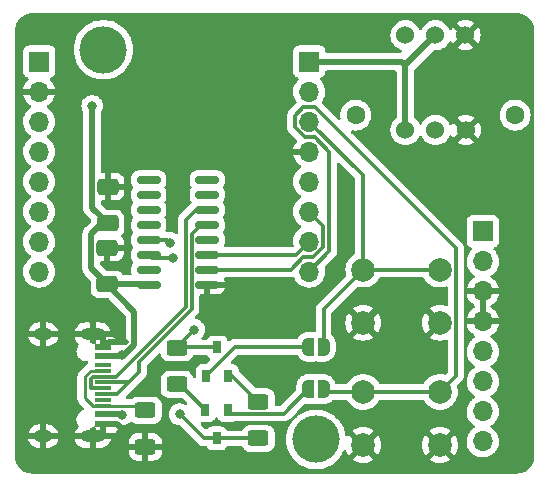
<source format=gbr>
%TF.GenerationSoftware,KiCad,Pcbnew,(6.0.2)*%
%TF.CreationDate,2023-02-15T15:55:08+01:00*%
%TF.ProjectId,usb,7573622e-6b69-4636-9164-5f7063625858,rev?*%
%TF.SameCoordinates,Original*%
%TF.FileFunction,Copper,L1,Top*%
%TF.FilePolarity,Positive*%
%FSLAX46Y46*%
G04 Gerber Fmt 4.6, Leading zero omitted, Abs format (unit mm)*
G04 Created by KiCad (PCBNEW (6.0.2)) date 2023-02-15 15:55:08*
%MOMM*%
%LPD*%
G01*
G04 APERTURE LIST*
G04 Aperture macros list*
%AMRoundRect*
0 Rectangle with rounded corners*
0 $1 Rounding radius*
0 $2 $3 $4 $5 $6 $7 $8 $9 X,Y pos of 4 corners*
0 Add a 4 corners polygon primitive as box body*
4,1,4,$2,$3,$4,$5,$6,$7,$8,$9,$2,$3,0*
0 Add four circle primitives for the rounded corners*
1,1,$1+$1,$2,$3*
1,1,$1+$1,$4,$5*
1,1,$1+$1,$6,$7*
1,1,$1+$1,$8,$9*
0 Add four rect primitives between the rounded corners*
20,1,$1+$1,$2,$3,$4,$5,0*
20,1,$1+$1,$4,$5,$6,$7,0*
20,1,$1+$1,$6,$7,$8,$9,0*
20,1,$1+$1,$8,$9,$2,$3,0*%
%AMFreePoly0*
4,1,22,0.500000,-0.750000,0.000000,-0.750000,0.000000,-0.745033,-0.079941,-0.743568,-0.215256,-0.701293,-0.333266,-0.622738,-0.424486,-0.514219,-0.481581,-0.384460,-0.499164,-0.250000,-0.500000,-0.250000,-0.500000,0.250000,-0.499164,0.250000,-0.499963,0.256109,-0.478152,0.396186,-0.417904,0.524511,-0.324060,0.630769,-0.204165,0.706417,-0.067858,0.745374,0.000000,0.744959,0.000000,0.750000,
0.500000,0.750000,0.500000,-0.750000,0.500000,-0.750000,$1*%
%AMFreePoly1*
4,1,20,0.000000,0.744959,0.073905,0.744508,0.209726,0.703889,0.328688,0.626782,0.421226,0.519385,0.479903,0.390333,0.500000,0.250000,0.500000,-0.250000,0.499851,-0.262216,0.476331,-0.402017,0.414519,-0.529596,0.319384,-0.634700,0.198574,-0.708877,0.061801,-0.746166,0.000000,-0.745033,0.000000,-0.750000,-0.500000,-0.750000,-0.500000,0.750000,0.000000,0.750000,0.000000,0.744959,
0.000000,0.744959,$1*%
G04 Aperture macros list end*
%TA.AperFunction,ComponentPad*%
%ADD10C,1.524000*%
%TD*%
%TA.AperFunction,ComponentPad*%
%ADD11C,1.600000*%
%TD*%
%TA.AperFunction,SMDPad,CuDef*%
%ADD12FreePoly0,0.000000*%
%TD*%
%TA.AperFunction,SMDPad,CuDef*%
%ADD13FreePoly1,0.000000*%
%TD*%
%TA.AperFunction,ComponentPad*%
%ADD14C,4.000000*%
%TD*%
%TA.AperFunction,ComponentPad*%
%ADD15R,1.700000X1.700000*%
%TD*%
%TA.AperFunction,ComponentPad*%
%ADD16O,1.700000X1.700000*%
%TD*%
%TA.AperFunction,SMDPad,CuDef*%
%ADD17RoundRect,0.250000X-0.650000X0.412500X-0.650000X-0.412500X0.650000X-0.412500X0.650000X0.412500X0*%
%TD*%
%TA.AperFunction,SMDPad,CuDef*%
%ADD18RoundRect,0.250000X0.625000X-0.400000X0.625000X0.400000X-0.625000X0.400000X-0.625000X-0.400000X0*%
%TD*%
%TA.AperFunction,SMDPad,CuDef*%
%ADD19R,1.450000X0.600000*%
%TD*%
%TA.AperFunction,SMDPad,CuDef*%
%ADD20R,1.450000X0.300000*%
%TD*%
%TA.AperFunction,ComponentPad*%
%ADD21O,2.100000X1.000000*%
%TD*%
%TA.AperFunction,ComponentPad*%
%ADD22O,1.600000X1.000000*%
%TD*%
%TA.AperFunction,SMDPad,CuDef*%
%ADD23RoundRect,0.150000X0.825000X0.150000X-0.825000X0.150000X-0.825000X-0.150000X0.825000X-0.150000X0*%
%TD*%
%TA.AperFunction,SMDPad,CuDef*%
%ADD24R,0.700000X1.000000*%
%TD*%
%TA.AperFunction,SMDPad,CuDef*%
%ADD25RoundRect,0.250000X-0.625000X0.400000X-0.625000X-0.400000X0.625000X-0.400000X0.625000X0.400000X0*%
%TD*%
%TA.AperFunction,ComponentPad*%
%ADD26C,2.000000*%
%TD*%
%TA.AperFunction,ViaPad*%
%ADD27C,0.800000*%
%TD*%
%TA.AperFunction,Conductor*%
%ADD28C,0.500000*%
%TD*%
%TA.AperFunction,Conductor*%
%ADD29C,0.250000*%
%TD*%
%TA.AperFunction,Conductor*%
%ADD30C,0.300000*%
%TD*%
G04 APERTURE END LIST*
D10*
%TO.P,J4,1,Pin_1*%
%TO.N,GPIO13*%
X84580000Y-107780000D03*
X87120000Y-115800000D03*
%TO.P,J4,2,Pin_2*%
%TO.N,3.3V*%
X87120000Y-107780000D03*
X84580000Y-115800000D03*
%TO.P,J4,3,Pin_3*%
%TO.N,GND*%
X89680000Y-115800000D03*
X89660000Y-107780000D03*
D11*
%TO.P,J4,4*%
%TO.N,N/C*%
X80370000Y-114530000D03*
%TO.P,J4,5*%
X93870000Y-114530000D03*
%TD*%
D12*
%TO.P,JP2,1,A*%
%TO.N,Net-(JP2-Pad1)*%
X76350000Y-134150000D03*
D13*
%TO.P,JP2,2,B*%
%TO.N,GPIO0*%
X77650000Y-134150000D03*
%TD*%
D14*
%TO.P,REF\u002A\u002A,1*%
%TO.N,N/C*%
X59000000Y-109000000D03*
%TD*%
%TO.P,REF\u002A\u002A,1*%
%TO.N,N/C*%
X77000000Y-142000000D03*
%TD*%
D12*
%TO.P,JP1,1,A*%
%TO.N,Net-(Q1-Pad1)*%
X76350000Y-137730000D03*
D13*
%TO.P,JP1,2,B*%
%TO.N,RST*%
X77650000Y-137730000D03*
%TD*%
D15*
%TO.P,J5,1,Pin_1*%
%TO.N,Vin*%
X91130000Y-124380000D03*
D16*
%TO.P,J5,2,Pin_2*%
%TO.N,3.3V*%
X91130000Y-126920000D03*
%TO.P,J5,3,Pin_3*%
%TO.N,GND*%
X91130000Y-129460000D03*
%TO.P,J5,4,Pin_4*%
X91130000Y-132000000D03*
%TO.P,J5,5,Pin_5*%
%TO.N,GPIO12*%
X91130000Y-134540000D03*
%TO.P,J5,6,Pin_6*%
%TO.N,GPIO13*%
X91130000Y-137080000D03*
%TO.P,J5,7,Pin_7*%
%TO.N,GPIO14*%
X91130000Y-139620000D03*
%TO.P,J5,8,Pin_8*%
%TO.N,GPIO15*%
X91130000Y-142160000D03*
%TD*%
D17*
%TO.P,C3,2*%
%TO.N,Vin*%
X59330000Y-128872500D03*
%TO.P,C3,1*%
%TO.N,GND*%
X59330000Y-125747500D03*
%TD*%
D18*
%TO.P,R4,2*%
%TO.N,Net-(J3-PadA5)*%
X62560000Y-139530000D03*
%TO.P,R4,1*%
%TO.N,GND*%
X62560000Y-142630000D03*
%TD*%
D19*
%TO.P,J3,A1,GND*%
%TO.N,GND*%
X59000000Y-134170000D03*
%TO.P,J3,A4,VBUS*%
%TO.N,Vin*%
X59000000Y-134970000D03*
D20*
%TO.P,J3,A5,CC1*%
%TO.N,Net-(J3-PadA5)*%
X59000000Y-136170000D03*
%TO.P,J3,A6,D+*%
%TO.N,D+*%
X59000000Y-137170000D03*
%TO.P,J3,A7,D-*%
%TO.N,D-*%
X59000000Y-137670000D03*
%TO.P,J3,A8,SBU1*%
%TO.N,unconnected-(J3-PadA8)*%
X59000000Y-138670000D03*
D19*
%TO.P,J3,A9,VBUS*%
%TO.N,Vin*%
X59000000Y-139870000D03*
%TO.P,J3,A12,GND*%
%TO.N,GND*%
X59000000Y-140670000D03*
%TO.P,J3,B1,GND*%
X59000000Y-140670000D03*
%TO.P,J3,B4,VBUS*%
%TO.N,Vin*%
X59000000Y-139870000D03*
D20*
%TO.P,J3,B5,CC2*%
%TO.N,Net-(J3-PadA5)*%
X59000000Y-139170000D03*
%TO.P,J3,B6,D+*%
%TO.N,D+*%
X59000000Y-138170000D03*
%TO.P,J3,B7,D-*%
%TO.N,D-*%
X59000000Y-136670000D03*
%TO.P,J3,B8,SBU2*%
%TO.N,unconnected-(J3-PadB8)*%
X59000000Y-135670000D03*
D19*
%TO.P,J3,B9,VBUS*%
%TO.N,Vin*%
X59000000Y-134970000D03*
%TO.P,J3,B12,GND*%
%TO.N,GND*%
X59000000Y-134170000D03*
D21*
%TO.P,J3,S1,SHIELD*%
X58085000Y-141740000D03*
X58085000Y-133100000D03*
D22*
X53905000Y-133100000D03*
X53905000Y-141740000D03*
%TD*%
D23*
%TO.P,U1,16,VCC*%
%TO.N,Vin*%
X62845000Y-128895000D03*
%TO.P,U1,15,R232*%
%TO.N,unconnected-(U1-Pad15)*%
X62845000Y-127625000D03*
%TO.P,U1,14,~{RTS}*%
%TO.N,Net-(U1-Pad14)*%
X62845000Y-126355000D03*
%TO.P,U1,13,~{DTR}*%
%TO.N,Net-(U1-Pad13)*%
X62845000Y-125085000D03*
%TO.P,U1,12,~{DCD}*%
%TO.N,unconnected-(U1-Pad12)*%
X62845000Y-123815000D03*
%TO.P,U1,11,~{RI}*%
%TO.N,unconnected-(U1-Pad11)*%
X62845000Y-122545000D03*
%TO.P,U1,10,~{DSR}*%
%TO.N,unconnected-(U1-Pad10)*%
X62845000Y-121275000D03*
%TO.P,U1,9,~{CTS}*%
%TO.N,unconnected-(U1-Pad9)*%
X62845000Y-120005000D03*
%TO.P,U1,8,XO*%
%TO.N,unconnected-(U1-Pad8)*%
X67795000Y-120005000D03*
%TO.P,U1,7,XI*%
%TO.N,unconnected-(U1-Pad7)*%
X67795000Y-121275000D03*
%TO.P,U1,6,UD-*%
%TO.N,D-*%
X67795000Y-122545000D03*
%TO.P,U1,5,UD+*%
%TO.N,D+*%
X67795000Y-123815000D03*
%TO.P,U1,4,V3*%
%TO.N,unconnected-(U1-Pad4)*%
X67795000Y-125085000D03*
%TO.P,U1,3,RXD*%
%TO.N,TX*%
X67795000Y-126355000D03*
%TO.P,U1,2,TXD*%
%TO.N,RX*%
X67795000Y-127625000D03*
%TO.P,U1,1,GND*%
%TO.N,GND*%
X67795000Y-128895000D03*
%TD*%
D24*
%TO.P,Q2,1,C*%
%TO.N,Net-(JP2-Pad1)*%
X67690000Y-136610000D03*
%TO.P,Q2,2,B*%
%TO.N,Net-(Q2-Pad2)*%
X69590000Y-136610000D03*
%TO.P,Q2,3,E*%
%TO.N,Net-(U1-Pad13)*%
X68640000Y-134210000D03*
%TD*%
D25*
%TO.P,R2,1*%
%TO.N,Net-(Q2-Pad2)*%
X72120000Y-138810000D03*
%TO.P,R2,2*%
%TO.N,Net-(U1-Pad14)*%
X72120000Y-141910000D03*
%TD*%
D24*
%TO.P,Q1,1,C*%
%TO.N,Net-(Q1-Pad1)*%
X69540000Y-139510000D03*
%TO.P,Q1,2,B*%
%TO.N,Net-(Q1-Pad2)*%
X67640000Y-139510000D03*
%TO.P,Q1,3,E*%
%TO.N,Net-(U1-Pad14)*%
X68590000Y-141910000D03*
%TD*%
D18*
%TO.P,R1,1*%
%TO.N,Net-(Q1-Pad2)*%
X65240000Y-137330000D03*
%TO.P,R1,2*%
%TO.N,Net-(U1-Pad13)*%
X65240000Y-134230000D03*
%TD*%
D17*
%TO.P,C4,2*%
%TO.N,Vin*%
X59370000Y-123712500D03*
%TO.P,C4,1*%
%TO.N,GND*%
X59370000Y-120587500D03*
%TD*%
D15*
%TO.P,J1,1,Pin_1*%
%TO.N,Vin*%
X53570000Y-110000000D03*
D16*
%TO.P,J1,2,Pin_2*%
%TO.N,GND*%
X53570000Y-112540000D03*
%TO.P,J1,3,Pin_3*%
%TO.N,GPIO12*%
X53570000Y-115080000D03*
%TO.P,J1,4,Pin_4*%
%TO.N,GPIO13*%
X53570000Y-117620000D03*
%TO.P,J1,5,Pin_5*%
%TO.N,GPIO15*%
X53570000Y-120160000D03*
%TO.P,J1,6,Pin_6*%
%TO.N,GPIO14*%
X53570000Y-122700000D03*
%TO.P,J1,7,Pin_7*%
%TO.N,GPIO2*%
X53570000Y-125240000D03*
%TO.P,J1,8,Pin_8*%
%TO.N,GPIO4*%
X53570000Y-127780000D03*
%TD*%
D26*
%TO.P,SW1,2,2*%
%TO.N,GND*%
X81000000Y-132120000D03*
X87500000Y-132120000D03*
%TO.P,SW1,1,1*%
%TO.N,GPIO0*%
X87500000Y-127620000D03*
X81000000Y-127620000D03*
%TD*%
D15*
%TO.P,J2,1,Pin_1*%
%TO.N,3.3V*%
X76430000Y-110000000D03*
D16*
%TO.P,J2,2,Pin_2*%
%TO.N,GPIO16*%
X76430000Y-112540000D03*
%TO.P,J2,3,Pin_3*%
%TO.N,GPIO0*%
X76430000Y-115080000D03*
%TO.P,J2,4,Pin_4*%
%TO.N,GND*%
X76430000Y-117620000D03*
%TO.P,J2,5,Pin_5*%
%TO.N,3.3V{slash}5V*%
X76430000Y-120160000D03*
%TO.P,J2,6,Pin_6*%
%TO.N,RX*%
X76430000Y-122700000D03*
%TO.P,J2,7,Pin_7*%
%TO.N,TX*%
X76430000Y-125240000D03*
%TO.P,J2,8,Pin_8*%
%TO.N,RST*%
X76430000Y-127780000D03*
%TD*%
D26*
%TO.P,SW2,1,1*%
%TO.N,RST*%
X81000000Y-137970000D03*
X87500000Y-137970000D03*
%TO.P,SW2,2,2*%
%TO.N,GND*%
X81000000Y-142470000D03*
X87500000Y-142470000D03*
%TD*%
D27*
%TO.N,GND*%
X69640000Y-132090000D03*
X68390000Y-131150000D03*
%TO.N,Vin*%
X58050000Y-113750000D03*
%TO.N,Net-(U1-Pad13)*%
X64635023Y-125344977D03*
X66680000Y-132690000D03*
%TO.N,Net-(U1-Pad14)*%
X64865023Y-126644977D03*
X65460000Y-139860000D03*
%TO.N,Vin*%
X60580000Y-134860000D03*
X60579642Y-139894500D03*
%TD*%
D28*
%TO.N,3.3V*%
X76430000Y-110000000D02*
X84260000Y-110000000D01*
X84260000Y-110000000D02*
X84580000Y-110320000D01*
X84580000Y-110320000D02*
X87120000Y-107780000D01*
X84580000Y-115800000D02*
X84580000Y-110320000D01*
D29*
%TO.N,Net-(J3-PadA5)*%
X59000000Y-139170000D02*
X62200000Y-139170000D01*
D28*
%TO.N,Vin*%
X59000000Y-139870000D02*
X60555142Y-139870000D01*
D29*
%TO.N,Net-(J3-PadA5)*%
X62200000Y-139170000D02*
X62560000Y-139530000D01*
D28*
%TO.N,Vin*%
X60555142Y-139870000D02*
X60579642Y-139894500D01*
X62822500Y-128872500D02*
X62845000Y-128895000D01*
X59330000Y-128872500D02*
X62822500Y-128872500D01*
X58020480Y-114450480D02*
X58020480Y-113779520D01*
X58020480Y-113779520D02*
X58050000Y-113750000D01*
D30*
%TO.N,TX*%
X75315000Y-126355000D02*
X76430000Y-125240000D01*
X67795000Y-126355000D02*
X75315000Y-126355000D01*
%TO.N,RX*%
X77630000Y-123900000D02*
X76430000Y-122700000D01*
X77630000Y-125740000D02*
X77630000Y-123900000D01*
X75933145Y-126580489D02*
X76789511Y-126580489D01*
X74888634Y-127625000D02*
X75933145Y-126580489D01*
%TO.N,RST*%
X78129511Y-126080489D02*
X76430000Y-127780000D01*
%TO.N,RX*%
X76789511Y-126580489D02*
X77630000Y-125740000D01*
%TO.N,RST*%
X78129511Y-117623145D02*
X78129511Y-126080489D01*
X76926855Y-116420489D02*
X78129511Y-117623145D01*
X75230489Y-114583145D02*
X75230489Y-115576855D01*
X75933145Y-113880489D02*
X75230489Y-114583145D01*
X76926855Y-113880489D02*
X75933145Y-113880489D01*
X75230489Y-115576855D02*
X76074123Y-116420489D01*
X76074123Y-116420489D02*
X76926855Y-116420489D01*
%TO.N,RX*%
X67795000Y-127625000D02*
X74888634Y-127625000D01*
%TO.N,RST*%
X87500000Y-137970000D02*
X88849511Y-136620489D01*
X88849511Y-136620489D02*
X88849511Y-125803145D01*
X88849511Y-125803145D02*
X76926855Y-113880489D01*
D28*
%TO.N,GPIO16*%
X76434202Y-112540000D02*
X76430000Y-112540000D01*
D30*
%TO.N,RST*%
X81000000Y-137970000D02*
X87500000Y-137970000D01*
%TO.N,GPIO0*%
X81000000Y-119650000D02*
X76430000Y-115080000D01*
X81000000Y-127620000D02*
X81000000Y-119650000D01*
X87500000Y-127620000D02*
X81000000Y-127620000D01*
%TO.N,RST*%
X77890000Y-137970000D02*
X81000000Y-137970000D01*
X77650000Y-137730000D02*
X77890000Y-137970000D01*
%TO.N,GPIO0*%
X77650000Y-130970000D02*
X81000000Y-127620000D01*
X77650000Y-134150000D02*
X77650000Y-130970000D01*
%TO.N,Net-(U1-Pad13)*%
X64375046Y-125085000D02*
X64635023Y-125344977D01*
X62845000Y-125085000D02*
X64375046Y-125085000D01*
%TO.N,Net-(U1-Pad14)*%
X62845000Y-126355000D02*
X63134977Y-126644977D01*
X63134977Y-126644977D02*
X64865023Y-126644977D01*
%TO.N,Net-(U1-Pad13)*%
X65240000Y-134230000D02*
X65240000Y-134130000D01*
X65240000Y-134130000D02*
X66680000Y-132690000D01*
%TO.N,D-*%
X66835000Y-122545000D02*
X67795000Y-122545000D01*
X65970969Y-130773052D02*
X65970969Y-123409031D01*
X60074021Y-136670000D02*
X65970969Y-130773052D01*
X59000000Y-136670000D02*
X60074021Y-136670000D01*
%TO.N,D+*%
X62029501Y-135420935D02*
X66470480Y-130979956D01*
X62029501Y-136280455D02*
X62029501Y-135420935D01*
X67245000Y-123815000D02*
X67795000Y-123815000D01*
%TO.N,D-*%
X65970969Y-123409031D02*
X66835000Y-122545000D01*
%TO.N,D+*%
X66470480Y-130979956D02*
X66470480Y-124589520D01*
X61139956Y-137170000D02*
X62029501Y-136280455D01*
X66470480Y-124589520D02*
X67245000Y-123815000D01*
%TO.N,Net-(U1-Pad14)*%
X67510000Y-141910000D02*
X65460000Y-139860000D01*
X68590000Y-141910000D02*
X67510000Y-141910000D01*
%TO.N,Net-(JP2-Pad1)*%
X70150000Y-134150000D02*
X76350000Y-134150000D01*
X67690000Y-136610000D02*
X70150000Y-134150000D01*
%TO.N,Net-(Q1-Pad1)*%
X69839520Y-139809520D02*
X74270480Y-139809520D01*
X69540000Y-139510000D02*
X69839520Y-139809520D01*
X74270480Y-139809520D02*
X76350000Y-137730000D01*
%TO.N,D+*%
X60139956Y-138170000D02*
X61139956Y-137170000D01*
X59000000Y-138170000D02*
X60139956Y-138170000D01*
D28*
%TO.N,Vin*%
X60784270Y-134860000D02*
X61634520Y-134009750D01*
X60580000Y-134860000D02*
X60784270Y-134860000D01*
X60470000Y-134970000D02*
X60580000Y-134860000D01*
X59000000Y-134970000D02*
X60470000Y-134970000D01*
X61634519Y-131177019D02*
X59330000Y-128872500D01*
D30*
%TO.N,D+*%
X59000000Y-137170000D02*
X61139956Y-137170000D01*
D28*
%TO.N,GND*%
X59450000Y-133720000D02*
X60935000Y-133720000D01*
%TO.N,Vin*%
X61634520Y-134009750D02*
X61634519Y-131177019D01*
%TO.N,GND*%
X59000000Y-134170000D02*
X59450000Y-133720000D01*
%TO.N,Vin*%
X58020480Y-122362980D02*
X58020480Y-114450480D01*
X59370000Y-123712500D02*
X58020480Y-122362980D01*
X58887500Y-123712500D02*
X59370000Y-123712500D01*
X57980480Y-124619520D02*
X58887500Y-123712500D01*
X57980480Y-127522980D02*
X57980480Y-124619520D01*
X59330000Y-128872500D02*
X57980480Y-127522980D01*
D30*
%TO.N,Net-(Q2-Pad2)*%
X69920000Y-136610000D02*
X72120000Y-138810000D01*
X69590000Y-136610000D02*
X69920000Y-136610000D01*
%TO.N,Net-(Q1-Pad2)*%
X65460000Y-137330000D02*
X67640000Y-139510000D01*
X65240000Y-137330000D02*
X65460000Y-137330000D01*
%TO.N,Net-(U1-Pad13)*%
X65260000Y-134210000D02*
X68640000Y-134210000D01*
X65240000Y-134230000D02*
X65260000Y-134210000D01*
%TO.N,Net-(U1-Pad14)*%
X68590000Y-141910000D02*
X72120000Y-141910000D01*
D28*
%TO.N,GND*%
X59000000Y-140670000D02*
X60135000Y-140670000D01*
X60135000Y-140670000D02*
X60435000Y-140970000D01*
D29*
%TO.N,Net-(J3-PadA5)*%
X59000000Y-139170000D02*
X58110689Y-139170000D01*
X57440489Y-138499800D02*
X57440489Y-136666993D01*
X57937482Y-136170000D02*
X59000000Y-136170000D01*
D30*
%TO.N,D-*%
X57915000Y-136863542D02*
X58108542Y-136670000D01*
X59000000Y-137670000D02*
X57925978Y-137670000D01*
X58108542Y-136670000D02*
X59000000Y-136670000D01*
D29*
%TO.N,Net-(J3-PadA5)*%
X57440489Y-136666993D02*
X57937482Y-136170000D01*
D30*
%TO.N,D-*%
X57925978Y-137670000D02*
X57915000Y-137659022D01*
D29*
%TO.N,Net-(J3-PadA5)*%
X58110689Y-139170000D02*
X57440489Y-138499800D01*
D30*
%TO.N,D-*%
X57915000Y-137659022D02*
X57915000Y-136863542D01*
%TD*%
%TA.AperFunction,Conductor*%
%TO.N,GND*%
G36*
X93970056Y-105909500D02*
G01*
X93972284Y-105909847D01*
X93984859Y-105911805D01*
X93984861Y-105911805D01*
X93993730Y-105913186D01*
X94002632Y-105912022D01*
X94002634Y-105912022D01*
X94008959Y-105911195D01*
X94034282Y-105910452D01*
X94198126Y-105922170D01*
X94203343Y-105922543D01*
X94221137Y-105925101D01*
X94411540Y-105966521D01*
X94428788Y-105971586D01*
X94611358Y-106039682D01*
X94627710Y-106047149D01*
X94693020Y-106082810D01*
X94798734Y-106140534D01*
X94813848Y-106150248D01*
X94923516Y-106232344D01*
X94969842Y-106267023D01*
X94983428Y-106278796D01*
X95121204Y-106416572D01*
X95132977Y-106430158D01*
X95249752Y-106586152D01*
X95259466Y-106601266D01*
X95298976Y-106673624D01*
X95352851Y-106772290D01*
X95360318Y-106788642D01*
X95428414Y-106971212D01*
X95433479Y-106988460D01*
X95456048Y-107092207D01*
X95474899Y-107178863D01*
X95477457Y-107196657D01*
X95487637Y-107338993D01*
X95489041Y-107358629D01*
X95488297Y-107376533D01*
X95488195Y-107384858D01*
X95486814Y-107393730D01*
X95487978Y-107402632D01*
X95487978Y-107402635D01*
X95490936Y-107425251D01*
X95492000Y-107441589D01*
X95492000Y-143350672D01*
X95490500Y-143370056D01*
X95486814Y-143393730D01*
X95487978Y-143402632D01*
X95487978Y-143402634D01*
X95488805Y-143408959D01*
X95489548Y-143434282D01*
X95483878Y-143513567D01*
X95477457Y-143603343D01*
X95474899Y-143621137D01*
X95438601Y-143787999D01*
X95433480Y-143811538D01*
X95428414Y-143828788D01*
X95360318Y-144011358D01*
X95352851Y-144027710D01*
X95259469Y-144198729D01*
X95249752Y-144213848D01*
X95203449Y-144275702D01*
X95132977Y-144369842D01*
X95121204Y-144383428D01*
X94983428Y-144521204D01*
X94969841Y-144532977D01*
X94813848Y-144649752D01*
X94798734Y-144659466D01*
X94693020Y-144717190D01*
X94627710Y-144752851D01*
X94611358Y-144760318D01*
X94428788Y-144828414D01*
X94411540Y-144833479D01*
X94248022Y-144869051D01*
X94221137Y-144874899D01*
X94203342Y-144877457D01*
X94154443Y-144880954D01*
X94041369Y-144889041D01*
X94023467Y-144888297D01*
X94015142Y-144888195D01*
X94006270Y-144886814D01*
X93997368Y-144887978D01*
X93997365Y-144887978D01*
X93974749Y-144890936D01*
X93958411Y-144892000D01*
X53049328Y-144892000D01*
X53029943Y-144890500D01*
X53029661Y-144890456D01*
X53027117Y-144890060D01*
X53015141Y-144888195D01*
X53015139Y-144888195D01*
X53006270Y-144886814D01*
X52997368Y-144887978D01*
X52997366Y-144887978D01*
X52991041Y-144888805D01*
X52965718Y-144889548D01*
X52796657Y-144877457D01*
X52778863Y-144874899D01*
X52751978Y-144869051D01*
X52588460Y-144833479D01*
X52571212Y-144828414D01*
X52388642Y-144760318D01*
X52372290Y-144752851D01*
X52306980Y-144717190D01*
X52201266Y-144659466D01*
X52186152Y-144649752D01*
X52030159Y-144532977D01*
X52016572Y-144521204D01*
X51878796Y-144383428D01*
X51867023Y-144369842D01*
X51796551Y-144275702D01*
X51750248Y-144213848D01*
X51740531Y-144198729D01*
X51647149Y-144027710D01*
X51639682Y-144011358D01*
X51571586Y-143828788D01*
X51566520Y-143811538D01*
X51561400Y-143787999D01*
X51525101Y-143621137D01*
X51522543Y-143603342D01*
X51515811Y-143509208D01*
X51510959Y-143441369D01*
X51511703Y-143423467D01*
X51511805Y-143415142D01*
X51513186Y-143406270D01*
X51511547Y-143393730D01*
X51509064Y-143374749D01*
X51508000Y-143358411D01*
X51508000Y-143077095D01*
X61177001Y-143077095D01*
X61177338Y-143083614D01*
X61187257Y-143179206D01*
X61190149Y-143192600D01*
X61241588Y-143346784D01*
X61247761Y-143359962D01*
X61333063Y-143497807D01*
X61342099Y-143509208D01*
X61456829Y-143623739D01*
X61468240Y-143632751D01*
X61606243Y-143717816D01*
X61619424Y-143723963D01*
X61773710Y-143775138D01*
X61787086Y-143778005D01*
X61881438Y-143787672D01*
X61887854Y-143788000D01*
X62287885Y-143788000D01*
X62303124Y-143783525D01*
X62304329Y-143782135D01*
X62306000Y-143774452D01*
X62306000Y-143769884D01*
X62814000Y-143769884D01*
X62818475Y-143785123D01*
X62819865Y-143786328D01*
X62827548Y-143787999D01*
X63232095Y-143787999D01*
X63238614Y-143787662D01*
X63334206Y-143777743D01*
X63347600Y-143774851D01*
X63501784Y-143723412D01*
X63514962Y-143717239D01*
X63652807Y-143631937D01*
X63664208Y-143622901D01*
X63778739Y-143508171D01*
X63787751Y-143496760D01*
X63872816Y-143358757D01*
X63878963Y-143345576D01*
X63930138Y-143191290D01*
X63933005Y-143177914D01*
X63942672Y-143083562D01*
X63943000Y-143077146D01*
X63943000Y-142902115D01*
X63938525Y-142886876D01*
X63937135Y-142885671D01*
X63929452Y-142884000D01*
X62832115Y-142884000D01*
X62816876Y-142888475D01*
X62815671Y-142889865D01*
X62814000Y-142897548D01*
X62814000Y-143769884D01*
X62306000Y-143769884D01*
X62306000Y-142902115D01*
X62301525Y-142886876D01*
X62300135Y-142885671D01*
X62292452Y-142884000D01*
X61195116Y-142884000D01*
X61179877Y-142888475D01*
X61178672Y-142889865D01*
X61177001Y-142897548D01*
X61177001Y-143077095D01*
X51508000Y-143077095D01*
X51508000Y-142005768D01*
X52632425Y-142005768D01*
X52664138Y-142113521D01*
X52668731Y-142124889D01*
X52754607Y-142289154D01*
X52761321Y-142299415D01*
X52877468Y-142443873D01*
X52886046Y-142452632D01*
X53028039Y-142571778D01*
X53038159Y-142578708D01*
X53200585Y-142668002D01*
X53211858Y-142672834D01*
X53388538Y-142728880D01*
X53400532Y-142731430D01*
X53544761Y-142747607D01*
X53551785Y-142748000D01*
X53632885Y-142748000D01*
X53648124Y-142743525D01*
X53649329Y-142742135D01*
X53651000Y-142734452D01*
X53651000Y-142729885D01*
X54159000Y-142729885D01*
X54163475Y-142745124D01*
X54164865Y-142746329D01*
X54172548Y-142748000D01*
X54251657Y-142748000D01*
X54257805Y-142747699D01*
X54395603Y-142734188D01*
X54407638Y-142731805D01*
X54585076Y-142678233D01*
X54596416Y-142673559D01*
X54760077Y-142586540D01*
X54770294Y-142579751D01*
X54913933Y-142462603D01*
X54922637Y-142453959D01*
X55040784Y-142311144D01*
X55047644Y-142300973D01*
X55135804Y-142137924D01*
X55140556Y-142126619D01*
X55176250Y-142011308D01*
X55176331Y-142005768D01*
X56562425Y-142005768D01*
X56594138Y-142113521D01*
X56598731Y-142124889D01*
X56684607Y-142289154D01*
X56691321Y-142299415D01*
X56807468Y-142443873D01*
X56816046Y-142452632D01*
X56958039Y-142571778D01*
X56968159Y-142578708D01*
X57130585Y-142668002D01*
X57141858Y-142672834D01*
X57318538Y-142728880D01*
X57330532Y-142731430D01*
X57474761Y-142747607D01*
X57481785Y-142748000D01*
X57812885Y-142748000D01*
X57828124Y-142743525D01*
X57829329Y-142742135D01*
X57831000Y-142734452D01*
X57831000Y-142729885D01*
X58339000Y-142729885D01*
X58343475Y-142745124D01*
X58344865Y-142746329D01*
X58352548Y-142748000D01*
X58681657Y-142748000D01*
X58687805Y-142747699D01*
X58825603Y-142734188D01*
X58837638Y-142731805D01*
X59015076Y-142678233D01*
X59026416Y-142673559D01*
X59190077Y-142586540D01*
X59200294Y-142579751D01*
X59343933Y-142462603D01*
X59352637Y-142453959D01*
X59432116Y-142357885D01*
X61177000Y-142357885D01*
X61181475Y-142373124D01*
X61182865Y-142374329D01*
X61190548Y-142376000D01*
X62287885Y-142376000D01*
X62303124Y-142371525D01*
X62304329Y-142370135D01*
X62306000Y-142362452D01*
X62306000Y-142357885D01*
X62814000Y-142357885D01*
X62818475Y-142373124D01*
X62819865Y-142374329D01*
X62827548Y-142376000D01*
X63924884Y-142376000D01*
X63940123Y-142371525D01*
X63941328Y-142370135D01*
X63942999Y-142362452D01*
X63942999Y-142182905D01*
X63942662Y-142176386D01*
X63932743Y-142080794D01*
X63929851Y-142067400D01*
X63878412Y-141913216D01*
X63872239Y-141900038D01*
X63786937Y-141762193D01*
X63777901Y-141750792D01*
X63663171Y-141636261D01*
X63651760Y-141627249D01*
X63513757Y-141542184D01*
X63500576Y-141536037D01*
X63346290Y-141484862D01*
X63332914Y-141481995D01*
X63238562Y-141472328D01*
X63232145Y-141472000D01*
X62832115Y-141472000D01*
X62816876Y-141476475D01*
X62815671Y-141477865D01*
X62814000Y-141485548D01*
X62814000Y-142357885D01*
X62306000Y-142357885D01*
X62306000Y-141490116D01*
X62301525Y-141474877D01*
X62300135Y-141473672D01*
X62292452Y-141472001D01*
X61887905Y-141472001D01*
X61881386Y-141472338D01*
X61785794Y-141482257D01*
X61772400Y-141485149D01*
X61618216Y-141536588D01*
X61605038Y-141542761D01*
X61467193Y-141628063D01*
X61455792Y-141637099D01*
X61341261Y-141751829D01*
X61332249Y-141763240D01*
X61247184Y-141901243D01*
X61241037Y-141914424D01*
X61189862Y-142068710D01*
X61186995Y-142082086D01*
X61177328Y-142176438D01*
X61177000Y-142182855D01*
X61177000Y-142357885D01*
X59432116Y-142357885D01*
X59470784Y-142311144D01*
X59477644Y-142300973D01*
X59565804Y-142137924D01*
X59570556Y-142126619D01*
X59606250Y-142011308D01*
X59606456Y-141997205D01*
X59599701Y-141994000D01*
X58357115Y-141994000D01*
X58341876Y-141998475D01*
X58340671Y-141999865D01*
X58339000Y-142007548D01*
X58339000Y-142729885D01*
X57831000Y-142729885D01*
X57831000Y-142012115D01*
X57826525Y-141996876D01*
X57825135Y-141995671D01*
X57817452Y-141994000D01*
X56577076Y-141994000D01*
X56563545Y-141997973D01*
X56562425Y-142005768D01*
X55176331Y-142005768D01*
X55176456Y-141997205D01*
X55169701Y-141994000D01*
X54177115Y-141994000D01*
X54161876Y-141998475D01*
X54160671Y-141999865D01*
X54159000Y-142007548D01*
X54159000Y-142729885D01*
X53651000Y-142729885D01*
X53651000Y-142012115D01*
X53646525Y-141996876D01*
X53645135Y-141995671D01*
X53637452Y-141994000D01*
X52647076Y-141994000D01*
X52633545Y-141997973D01*
X52632425Y-142005768D01*
X51508000Y-142005768D01*
X51508000Y-141482795D01*
X52633544Y-141482795D01*
X52640299Y-141486000D01*
X53632885Y-141486000D01*
X53648124Y-141481525D01*
X53649329Y-141480135D01*
X53651000Y-141472452D01*
X53651000Y-141467885D01*
X54159000Y-141467885D01*
X54163475Y-141483124D01*
X54164865Y-141484329D01*
X54172548Y-141486000D01*
X55162924Y-141486000D01*
X55176455Y-141482027D01*
X55177575Y-141474232D01*
X55145862Y-141366479D01*
X55141269Y-141355111D01*
X55055393Y-141190846D01*
X55048679Y-141180585D01*
X54932532Y-141036127D01*
X54923954Y-141027368D01*
X54781961Y-140908222D01*
X54771841Y-140901292D01*
X54609415Y-140811998D01*
X54598142Y-140807166D01*
X54421462Y-140751120D01*
X54409468Y-140748570D01*
X54265239Y-140732393D01*
X54258215Y-140732000D01*
X54177115Y-140732000D01*
X54161876Y-140736475D01*
X54160671Y-140737865D01*
X54159000Y-140745548D01*
X54159000Y-141467885D01*
X53651000Y-141467885D01*
X53651000Y-140750115D01*
X53646525Y-140734876D01*
X53645135Y-140733671D01*
X53637452Y-140732000D01*
X53558343Y-140732000D01*
X53552195Y-140732301D01*
X53414397Y-140745812D01*
X53402362Y-140748195D01*
X53224924Y-140801767D01*
X53213584Y-140806441D01*
X53049923Y-140893460D01*
X53039706Y-140900249D01*
X52896067Y-141017397D01*
X52887363Y-141026041D01*
X52769216Y-141168856D01*
X52762356Y-141179027D01*
X52674196Y-141342076D01*
X52669444Y-141353381D01*
X52633750Y-141468692D01*
X52633544Y-141482795D01*
X51508000Y-141482795D01*
X51508000Y-133365768D01*
X52632425Y-133365768D01*
X52664138Y-133473521D01*
X52668731Y-133484889D01*
X52754607Y-133649154D01*
X52761321Y-133659415D01*
X52877468Y-133803873D01*
X52886046Y-133812632D01*
X53028039Y-133931778D01*
X53038159Y-133938708D01*
X53200585Y-134028002D01*
X53211858Y-134032834D01*
X53388538Y-134088880D01*
X53400532Y-134091430D01*
X53544761Y-134107607D01*
X53551785Y-134108000D01*
X53632885Y-134108000D01*
X53648124Y-134103525D01*
X53649329Y-134102135D01*
X53651000Y-134094452D01*
X53651000Y-134089885D01*
X54159000Y-134089885D01*
X54163475Y-134105124D01*
X54164865Y-134106329D01*
X54172548Y-134108000D01*
X54251657Y-134108000D01*
X54257805Y-134107699D01*
X54395603Y-134094188D01*
X54407638Y-134091805D01*
X54585076Y-134038233D01*
X54596416Y-134033559D01*
X54760077Y-133946540D01*
X54770294Y-133939751D01*
X54913933Y-133822603D01*
X54922637Y-133813959D01*
X55040784Y-133671144D01*
X55047644Y-133660973D01*
X55135804Y-133497924D01*
X55140556Y-133486619D01*
X55176250Y-133371308D01*
X55176331Y-133365768D01*
X56562425Y-133365768D01*
X56594138Y-133473521D01*
X56598731Y-133484889D01*
X56684607Y-133649154D01*
X56691321Y-133659415D01*
X56807468Y-133803873D01*
X56816045Y-133812632D01*
X56868110Y-133856319D01*
X56907436Y-133915428D01*
X56908563Y-133986416D01*
X56891331Y-134023663D01*
X56814723Y-134136388D01*
X56747470Y-134304534D01*
X56746356Y-134311262D01*
X56746355Y-134311266D01*
X56728180Y-134421053D01*
X56717892Y-134483198D01*
X56718249Y-134490015D01*
X56718249Y-134490019D01*
X56720093Y-134525196D01*
X56727370Y-134664047D01*
X56729181Y-134670620D01*
X56729181Y-134670623D01*
X56758640Y-134777572D01*
X56775461Y-134838641D01*
X56859922Y-134998836D01*
X56864327Y-135004049D01*
X56864330Y-135004053D01*
X56972406Y-135131943D01*
X56972410Y-135131947D01*
X56976813Y-135137157D01*
X56982237Y-135141304D01*
X56982238Y-135141305D01*
X57115257Y-135243006D01*
X57115261Y-135243009D01*
X57120678Y-135247150D01*
X57173429Y-135271748D01*
X57278631Y-135320805D01*
X57278634Y-135320806D01*
X57284808Y-135323685D01*
X57291456Y-135325171D01*
X57291459Y-135325172D01*
X57380559Y-135345088D01*
X57461543Y-135363190D01*
X57467088Y-135363500D01*
X57593069Y-135363500D01*
X57661190Y-135383502D01*
X57707683Y-135437158D01*
X57717787Y-135507432D01*
X57688293Y-135572012D01*
X57644021Y-135603411D01*
X57644185Y-135603709D01*
X57641585Y-135605138D01*
X57639451Y-135606652D01*
X57637558Y-135607402D01*
X57629865Y-135610448D01*
X57623450Y-135615109D01*
X57594107Y-135636427D01*
X57584189Y-135642943D01*
X57566631Y-135653327D01*
X57546119Y-135665458D01*
X57531795Y-135679782D01*
X57516763Y-135692621D01*
X57500375Y-135704528D01*
X57472194Y-135738593D01*
X57464204Y-135747373D01*
X57048236Y-136163341D01*
X57039950Y-136170881D01*
X57033471Y-136174993D01*
X57028046Y-136180770D01*
X57027048Y-136181833D01*
X56992709Y-136218401D01*
X56986846Y-136224644D01*
X56984091Y-136227486D01*
X56964354Y-136247223D01*
X56961874Y-136250420D01*
X56954171Y-136259440D01*
X56923903Y-136291672D01*
X56920084Y-136298618D01*
X56920082Y-136298621D01*
X56914141Y-136309427D01*
X56903290Y-136325946D01*
X56890875Y-136341952D01*
X56887730Y-136349221D01*
X56887727Y-136349225D01*
X56873315Y-136382530D01*
X56868098Y-136393180D01*
X56846794Y-136431933D01*
X56844823Y-136439608D01*
X56844823Y-136439609D01*
X56841756Y-136451555D01*
X56835352Y-136470259D01*
X56833992Y-136473403D01*
X56827308Y-136488848D01*
X56826069Y-136496671D01*
X56826066Y-136496681D01*
X56820390Y-136532517D01*
X56817984Y-136544137D01*
X56806989Y-136586963D01*
X56806989Y-136607217D01*
X56805438Y-136626927D01*
X56802269Y-136646936D01*
X56803015Y-136654828D01*
X56806430Y-136690954D01*
X56806989Y-136702812D01*
X56806989Y-138421033D01*
X56806462Y-138432216D01*
X56804787Y-138439709D01*
X56805036Y-138447635D01*
X56805036Y-138447636D01*
X56806927Y-138507786D01*
X56806989Y-138511745D01*
X56806989Y-138539656D01*
X56807486Y-138543590D01*
X56807486Y-138543591D01*
X56807494Y-138543656D01*
X56808427Y-138555493D01*
X56809816Y-138599689D01*
X56815467Y-138619139D01*
X56819476Y-138638500D01*
X56822015Y-138658597D01*
X56824934Y-138665968D01*
X56824934Y-138665970D01*
X56838293Y-138699712D01*
X56842138Y-138710942D01*
X56843686Y-138716270D01*
X56854471Y-138753393D01*
X56858504Y-138760212D01*
X56858506Y-138760217D01*
X56864782Y-138770828D01*
X56873477Y-138788576D01*
X56880937Y-138807417D01*
X56885599Y-138813833D01*
X56885599Y-138813834D01*
X56906925Y-138843187D01*
X56913441Y-138853107D01*
X56930167Y-138881388D01*
X56935947Y-138891162D01*
X56950268Y-138905483D01*
X56963108Y-138920516D01*
X56975017Y-138936907D01*
X57001081Y-138958469D01*
X57009082Y-138965088D01*
X57017863Y-138973078D01*
X57351701Y-139306917D01*
X57385726Y-139369229D01*
X57380661Y-139440045D01*
X57338114Y-139496880D01*
X57302795Y-139515430D01*
X57273772Y-139525198D01*
X57209795Y-139546728D01*
X57209790Y-139546730D01*
X57203325Y-139548906D01*
X57048095Y-139642177D01*
X57043138Y-139646865D01*
X57043135Y-139646867D01*
X56957700Y-139727660D01*
X56916515Y-139766607D01*
X56912683Y-139772245D01*
X56912680Y-139772249D01*
X56848583Y-139866565D01*
X56814723Y-139916388D01*
X56747470Y-140084534D01*
X56746356Y-140091262D01*
X56746355Y-140091266D01*
X56719548Y-140253194D01*
X56717892Y-140263198D01*
X56718249Y-140270015D01*
X56718249Y-140270019D01*
X56722992Y-140360511D01*
X56727370Y-140444047D01*
X56729181Y-140450620D01*
X56729181Y-140450623D01*
X56768657Y-140593938D01*
X56775461Y-140618641D01*
X56859922Y-140778836D01*
X56864327Y-140784049D01*
X56864330Y-140784053D01*
X56882694Y-140805783D01*
X56911386Y-140870724D01*
X56900413Y-140940868D01*
X56866092Y-140984754D01*
X56826067Y-141017397D01*
X56817363Y-141026041D01*
X56699216Y-141168856D01*
X56692356Y-141179027D01*
X56604196Y-141342076D01*
X56599444Y-141353381D01*
X56563750Y-141468692D01*
X56563544Y-141482795D01*
X56570299Y-141486000D01*
X57812885Y-141486000D01*
X57828124Y-141481525D01*
X57829329Y-141480135D01*
X57831000Y-141472452D01*
X57831000Y-141185830D01*
X57851002Y-141117709D01*
X57903218Y-141072257D01*
X57906675Y-141071094D01*
X57953552Y-141042928D01*
X57996042Y-141017397D01*
X58061905Y-140977823D01*
X58066862Y-140973135D01*
X58066865Y-140973133D01*
X58126427Y-140916807D01*
X58189664Y-140884535D01*
X58260311Y-140891575D01*
X58315937Y-140935691D01*
X58339000Y-141008355D01*
X58339000Y-141467885D01*
X58343475Y-141483124D01*
X58344865Y-141484329D01*
X58352548Y-141486000D01*
X58727885Y-141486000D01*
X58743124Y-141481525D01*
X58744329Y-141480135D01*
X58746000Y-141472452D01*
X58746000Y-140942115D01*
X58741525Y-140926876D01*
X58730947Y-140917710D01*
X58686786Y-140893596D01*
X58652761Y-140831284D01*
X58657825Y-140760468D01*
X58700372Y-140703632D01*
X58766892Y-140678821D01*
X58775881Y-140678500D01*
X59128000Y-140678500D01*
X59196121Y-140698502D01*
X59242614Y-140752158D01*
X59254000Y-140804500D01*
X59254000Y-141467885D01*
X59258475Y-141483124D01*
X59259865Y-141484329D01*
X59267548Y-141486000D01*
X59592924Y-141486000D01*
X59602790Y-141483103D01*
X59638288Y-141477999D01*
X59769669Y-141477999D01*
X59776490Y-141477629D01*
X59827352Y-141472105D01*
X59842604Y-141468479D01*
X59963054Y-141423324D01*
X59978649Y-141414786D01*
X60080724Y-141338285D01*
X60093285Y-141325724D01*
X60169786Y-141223649D01*
X60178324Y-141208054D01*
X60223478Y-141087606D01*
X60227105Y-141072351D01*
X60232631Y-141021486D01*
X60233000Y-141014672D01*
X60233000Y-140905213D01*
X60253002Y-140837092D01*
X60306658Y-140790599D01*
X60376932Y-140780495D01*
X60385197Y-140781966D01*
X60477698Y-140801628D01*
X60477703Y-140801628D01*
X60484155Y-140803000D01*
X60675129Y-140803000D01*
X60681581Y-140801628D01*
X60681586Y-140801628D01*
X60768529Y-140783147D01*
X60861930Y-140763294D01*
X60867961Y-140760609D01*
X61030364Y-140688303D01*
X61030366Y-140688302D01*
X61036394Y-140685618D01*
X61050139Y-140675632D01*
X61115010Y-140628500D01*
X61190895Y-140573366D01*
X61251209Y-140506380D01*
X61311654Y-140469142D01*
X61382638Y-140470494D01*
X61433861Y-140501518D01*
X61450873Y-140518500D01*
X61461697Y-140529305D01*
X61467927Y-140533145D01*
X61467928Y-140533146D01*
X61605090Y-140617694D01*
X61612262Y-140622115D01*
X61688003Y-140647237D01*
X61773611Y-140675632D01*
X61773613Y-140675632D01*
X61780139Y-140677797D01*
X61786975Y-140678497D01*
X61786978Y-140678498D01*
X61818593Y-140681737D01*
X61884600Y-140688500D01*
X63235400Y-140688500D01*
X63238646Y-140688163D01*
X63238650Y-140688163D01*
X63334308Y-140678238D01*
X63334312Y-140678237D01*
X63341166Y-140677526D01*
X63347702Y-140675345D01*
X63347704Y-140675345D01*
X63499564Y-140624680D01*
X63508946Y-140621550D01*
X63659348Y-140528478D01*
X63668238Y-140519573D01*
X63779134Y-140408483D01*
X63784305Y-140403303D01*
X63789996Y-140394071D01*
X63873275Y-140258968D01*
X63873276Y-140258966D01*
X63877115Y-140252738D01*
X63921037Y-140120316D01*
X63930632Y-140091389D01*
X63930632Y-140091387D01*
X63932797Y-140084861D01*
X63935002Y-140063346D01*
X63943172Y-139983598D01*
X63943500Y-139980400D01*
X63943500Y-139079600D01*
X63942388Y-139068882D01*
X63933238Y-138980692D01*
X63933237Y-138980688D01*
X63932526Y-138973834D01*
X63925054Y-138951436D01*
X63878868Y-138813002D01*
X63876550Y-138806054D01*
X63783478Y-138655652D01*
X63768835Y-138641034D01*
X63663483Y-138535866D01*
X63658303Y-138530695D01*
X63649721Y-138525405D01*
X63513968Y-138441725D01*
X63513966Y-138441724D01*
X63507738Y-138437885D01*
X63347254Y-138384655D01*
X63346389Y-138384368D01*
X63346387Y-138384368D01*
X63339861Y-138382203D01*
X63333025Y-138381503D01*
X63333022Y-138381502D01*
X63289969Y-138377091D01*
X63235400Y-138371500D01*
X61884600Y-138371500D01*
X61881354Y-138371837D01*
X61881350Y-138371837D01*
X61785692Y-138381762D01*
X61785688Y-138381763D01*
X61778834Y-138382474D01*
X61772298Y-138384655D01*
X61772296Y-138384655D01*
X61663259Y-138421033D01*
X61611054Y-138438450D01*
X61604822Y-138442306D01*
X61604823Y-138442306D01*
X61483078Y-138517644D01*
X61416775Y-138536500D01*
X61008906Y-138536500D01*
X60940785Y-138516498D01*
X60894292Y-138462842D01*
X60884188Y-138392568D01*
X60913682Y-138327988D01*
X60919811Y-138321405D01*
X61561927Y-137679289D01*
X61576961Y-137666448D01*
X61587899Y-137658501D01*
X61594313Y-137653841D01*
X61623759Y-137618247D01*
X61631748Y-137609468D01*
X62437106Y-136804110D01*
X62445886Y-136796120D01*
X62445888Y-136796118D01*
X62452581Y-136791871D01*
X62464578Y-136779096D01*
X62501105Y-136740198D01*
X62503860Y-136737356D01*
X62524428Y-136716788D01*
X62527148Y-136713281D01*
X62534854Y-136704259D01*
X62555043Y-136682760D01*
X62566473Y-136670588D01*
X62570295Y-136663636D01*
X62576804Y-136651797D01*
X62587658Y-136635273D01*
X62595946Y-136624587D01*
X62600805Y-136618323D01*
X62603953Y-136611049D01*
X62619155Y-136575920D01*
X62624377Y-136565260D01*
X62642806Y-136531739D01*
X62642807Y-136531737D01*
X62646625Y-136524792D01*
X62651960Y-136504014D01*
X62658359Y-136485324D01*
X62666881Y-136465631D01*
X62674107Y-136420007D01*
X62676514Y-136408384D01*
X62686029Y-136371323D01*
X62688001Y-136363643D01*
X62688001Y-136342196D01*
X62689552Y-136322486D01*
X62691667Y-136309132D01*
X62692907Y-136301303D01*
X62688560Y-136255314D01*
X62688001Y-136243459D01*
X62688001Y-135745885D01*
X62708003Y-135677764D01*
X62724906Y-135656790D01*
X63656350Y-134725346D01*
X63718662Y-134691320D01*
X63789477Y-134696385D01*
X63846313Y-134738932D01*
X63867366Y-134785127D01*
X63867474Y-134786166D01*
X63923450Y-134953946D01*
X64016522Y-135104348D01*
X64141697Y-135229305D01*
X64147927Y-135233145D01*
X64147928Y-135233146D01*
X64285090Y-135317694D01*
X64292262Y-135322115D01*
X64348261Y-135340689D01*
X64453611Y-135375632D01*
X64453613Y-135375632D01*
X64460139Y-135377797D01*
X64466975Y-135378497D01*
X64466978Y-135378498D01*
X64510031Y-135382909D01*
X64564600Y-135388500D01*
X65915400Y-135388500D01*
X65918646Y-135388163D01*
X65918650Y-135388163D01*
X66014308Y-135378238D01*
X66014312Y-135378237D01*
X66021166Y-135377526D01*
X66027702Y-135375345D01*
X66027704Y-135375345D01*
X66159806Y-135331272D01*
X66188946Y-135321550D01*
X66339348Y-135228478D01*
X66464305Y-135103303D01*
X66468146Y-135097072D01*
X66553273Y-134958972D01*
X66553275Y-134958967D01*
X66557115Y-134952738D01*
X66559420Y-134945787D01*
X66561535Y-134941252D01*
X66608452Y-134887966D01*
X66675731Y-134868500D01*
X67718991Y-134868500D01*
X67787112Y-134888502D01*
X67833605Y-134942158D01*
X67835903Y-134947694D01*
X67836232Y-134948296D01*
X67839385Y-134956705D01*
X67926739Y-135073261D01*
X67933919Y-135078642D01*
X68021219Y-135144070D01*
X68063734Y-135200929D01*
X68068760Y-135271748D01*
X68034749Y-135333991D01*
X67804144Y-135564596D01*
X67741832Y-135598621D01*
X67715049Y-135601500D01*
X67291866Y-135601500D01*
X67229684Y-135608255D01*
X67093295Y-135659385D01*
X66976739Y-135746739D01*
X66889385Y-135863295D01*
X66838255Y-135999684D01*
X66831500Y-136061866D01*
X66831500Y-136654378D01*
X66811498Y-136722499D01*
X66757842Y-136768992D01*
X66687568Y-136779096D01*
X66622988Y-136749602D01*
X66585976Y-136694254D01*
X66558868Y-136613002D01*
X66556550Y-136606054D01*
X66463478Y-136455652D01*
X66338303Y-136330695D01*
X66324986Y-136322486D01*
X66193968Y-136241725D01*
X66193966Y-136241724D01*
X66187738Y-136237885D01*
X66027254Y-136184655D01*
X66026389Y-136184368D01*
X66026387Y-136184368D01*
X66019861Y-136182203D01*
X66013025Y-136181503D01*
X66013022Y-136181502D01*
X65969969Y-136177091D01*
X65915400Y-136171500D01*
X64564600Y-136171500D01*
X64561354Y-136171837D01*
X64561350Y-136171837D01*
X64465692Y-136181762D01*
X64465688Y-136181763D01*
X64458834Y-136182474D01*
X64452298Y-136184655D01*
X64452296Y-136184655D01*
X64384601Y-136207240D01*
X64291054Y-136238450D01*
X64140652Y-136331522D01*
X64015695Y-136456697D01*
X64011855Y-136462927D01*
X64011854Y-136462928D01*
X63935398Y-136586963D01*
X63922885Y-136607262D01*
X63901309Y-136672313D01*
X63889277Y-136708589D01*
X63867203Y-136775139D01*
X63866503Y-136781975D01*
X63866502Y-136781978D01*
X63865053Y-136796120D01*
X63856500Y-136879600D01*
X63856500Y-137780400D01*
X63856837Y-137783646D01*
X63856837Y-137783650D01*
X63863657Y-137849375D01*
X63867474Y-137886166D01*
X63869655Y-137892702D01*
X63869655Y-137892704D01*
X63894488Y-137967137D01*
X63923450Y-138053946D01*
X64016522Y-138204348D01*
X64021704Y-138209521D01*
X64051711Y-138239476D01*
X64141697Y-138329305D01*
X64147927Y-138333145D01*
X64147928Y-138333146D01*
X64274821Y-138411364D01*
X64292262Y-138422115D01*
X64341511Y-138438450D01*
X64453611Y-138475632D01*
X64453613Y-138475632D01*
X64460139Y-138477797D01*
X64466975Y-138478497D01*
X64466978Y-138478498D01*
X64502175Y-138482104D01*
X64564600Y-138488500D01*
X65635050Y-138488500D01*
X65703171Y-138508502D01*
X65724145Y-138525405D01*
X66072059Y-138873319D01*
X66106085Y-138935631D01*
X66101020Y-139006446D01*
X66058473Y-139063282D01*
X65991953Y-139088093D01*
X65920604Y-139071680D01*
X65916752Y-139068882D01*
X65749123Y-138994249D01*
X65748319Y-138993891D01*
X65748318Y-138993891D01*
X65742288Y-138991206D01*
X65643854Y-138970283D01*
X65561944Y-138952872D01*
X65561939Y-138952872D01*
X65555487Y-138951500D01*
X65364513Y-138951500D01*
X65358061Y-138952872D01*
X65358056Y-138952872D01*
X65276146Y-138970283D01*
X65177712Y-138991206D01*
X65171682Y-138993891D01*
X65171681Y-138993891D01*
X65009278Y-139066197D01*
X65009276Y-139066198D01*
X65003248Y-139068882D01*
X64848747Y-139181134D01*
X64844326Y-139186044D01*
X64844325Y-139186045D01*
X64735492Y-139306917D01*
X64720960Y-139323056D01*
X64625473Y-139488444D01*
X64566458Y-139670072D01*
X64546496Y-139860000D01*
X64547186Y-139866565D01*
X64559487Y-139983598D01*
X64566458Y-140049928D01*
X64625473Y-140231556D01*
X64628776Y-140237278D01*
X64628777Y-140237279D01*
X64644142Y-140263891D01*
X64720960Y-140396944D01*
X64725378Y-140401851D01*
X64725379Y-140401852D01*
X64840138Y-140529305D01*
X64848747Y-140538866D01*
X65003248Y-140651118D01*
X65009276Y-140653802D01*
X65009278Y-140653803D01*
X65121152Y-140703612D01*
X65177712Y-140728794D01*
X65256533Y-140745548D01*
X65358056Y-140767128D01*
X65358061Y-140767128D01*
X65364513Y-140768500D01*
X65385050Y-140768500D01*
X65453171Y-140788502D01*
X65474145Y-140805405D01*
X66986345Y-142317605D01*
X66994335Y-142326385D01*
X66998584Y-142333080D01*
X67004362Y-142338506D01*
X67004363Y-142338507D01*
X67050257Y-142381604D01*
X67053099Y-142384359D01*
X67073667Y-142404927D01*
X67077170Y-142407644D01*
X67086195Y-142415352D01*
X67119867Y-142446972D01*
X67126818Y-142450793D01*
X67126819Y-142450794D01*
X67138658Y-142457303D01*
X67155182Y-142468157D01*
X67163915Y-142474930D01*
X67172132Y-142481304D01*
X67179404Y-142484451D01*
X67179406Y-142484452D01*
X67214535Y-142499654D01*
X67225196Y-142504876D01*
X67265663Y-142527124D01*
X67286441Y-142532459D01*
X67305131Y-142538858D01*
X67324824Y-142547380D01*
X67368596Y-142554313D01*
X67370448Y-142554606D01*
X67382071Y-142557013D01*
X67403817Y-142562596D01*
X67426812Y-142568500D01*
X67448259Y-142568500D01*
X67467969Y-142570051D01*
X67489152Y-142573406D01*
X67535141Y-142569059D01*
X67546996Y-142568500D01*
X67668991Y-142568500D01*
X67737112Y-142588502D01*
X67783605Y-142642158D01*
X67785903Y-142647694D01*
X67786232Y-142648296D01*
X67789385Y-142656705D01*
X67876739Y-142773261D01*
X67993295Y-142860615D01*
X68129684Y-142911745D01*
X68191866Y-142918500D01*
X68988134Y-142918500D01*
X69050316Y-142911745D01*
X69186705Y-142860615D01*
X69303261Y-142773261D01*
X69390615Y-142656705D01*
X69393767Y-142648296D01*
X69398077Y-142640425D01*
X69399741Y-142641336D01*
X69435663Y-142593510D01*
X69502224Y-142568807D01*
X69511009Y-142568500D01*
X70693613Y-142568500D01*
X70761734Y-142588502D01*
X70802184Y-142634730D01*
X70803450Y-142633946D01*
X70896522Y-142784348D01*
X71021697Y-142909305D01*
X71027927Y-142913145D01*
X71027928Y-142913146D01*
X71165090Y-142997694D01*
X71172262Y-143002115D01*
X71252005Y-143028564D01*
X71333611Y-143055632D01*
X71333613Y-143055632D01*
X71340139Y-143057797D01*
X71346975Y-143058497D01*
X71346978Y-143058498D01*
X71390031Y-143062909D01*
X71444600Y-143068500D01*
X72795400Y-143068500D01*
X72798646Y-143068163D01*
X72798650Y-143068163D01*
X72894308Y-143058238D01*
X72894312Y-143058237D01*
X72901166Y-143057526D01*
X72907702Y-143055345D01*
X72907704Y-143055345D01*
X73039806Y-143011272D01*
X73068946Y-143001550D01*
X73219348Y-142908478D01*
X73344305Y-142783303D01*
X73366252Y-142747699D01*
X73433275Y-142638968D01*
X73433276Y-142638966D01*
X73437115Y-142632738D01*
X73492797Y-142464861D01*
X73493572Y-142457303D01*
X73498938Y-142404927D01*
X73503500Y-142360400D01*
X73503500Y-142000000D01*
X74486540Y-142000000D01*
X74506359Y-142315020D01*
X74565505Y-142625072D01*
X74571057Y-142642158D01*
X74655906Y-142903296D01*
X74663044Y-142925266D01*
X74664731Y-142928852D01*
X74664733Y-142928856D01*
X74795750Y-143207283D01*
X74795754Y-143207290D01*
X74797438Y-143210869D01*
X74966568Y-143477375D01*
X75003281Y-143521753D01*
X75159278Y-143710320D01*
X75167767Y-143720582D01*
X75170657Y-143723296D01*
X75170658Y-143723297D01*
X75171367Y-143723963D01*
X75397860Y-143936654D01*
X75653221Y-144122184D01*
X75656690Y-144124091D01*
X75656693Y-144124093D01*
X75819965Y-144213853D01*
X75929821Y-144274247D01*
X75933490Y-144275700D01*
X75933495Y-144275702D01*
X76171266Y-144369842D01*
X76223298Y-144390443D01*
X76529025Y-144468940D01*
X76842179Y-144508500D01*
X77157821Y-144508500D01*
X77470975Y-144468940D01*
X77776702Y-144390443D01*
X77828734Y-144369842D01*
X78066505Y-144275702D01*
X78066510Y-144275700D01*
X78070179Y-144274247D01*
X78180035Y-144213853D01*
X78343307Y-144124093D01*
X78343310Y-144124091D01*
X78346779Y-144122184D01*
X78602140Y-143936654D01*
X78828633Y-143723963D01*
X78829342Y-143723297D01*
X78829343Y-143723296D01*
X78832233Y-143720582D01*
X78840723Y-143710320D01*
X78847052Y-143702670D01*
X80132160Y-143702670D01*
X80137887Y-143710320D01*
X80309042Y-143815205D01*
X80317837Y-143819687D01*
X80527988Y-143906734D01*
X80537373Y-143909783D01*
X80758554Y-143962885D01*
X80768301Y-143964428D01*
X80995070Y-143982275D01*
X81004930Y-143982275D01*
X81231699Y-143964428D01*
X81241446Y-143962885D01*
X81462627Y-143909783D01*
X81472012Y-143906734D01*
X81682163Y-143819687D01*
X81690958Y-143815205D01*
X81858445Y-143712568D01*
X81867400Y-143702670D01*
X86632160Y-143702670D01*
X86637887Y-143710320D01*
X86809042Y-143815205D01*
X86817837Y-143819687D01*
X87027988Y-143906734D01*
X87037373Y-143909783D01*
X87258554Y-143962885D01*
X87268301Y-143964428D01*
X87495070Y-143982275D01*
X87504930Y-143982275D01*
X87731699Y-143964428D01*
X87741446Y-143962885D01*
X87962627Y-143909783D01*
X87972012Y-143906734D01*
X88182163Y-143819687D01*
X88190958Y-143815205D01*
X88358445Y-143712568D01*
X88367907Y-143702110D01*
X88364124Y-143693334D01*
X87512812Y-142842022D01*
X87498868Y-142834408D01*
X87497035Y-142834539D01*
X87490420Y-142838790D01*
X86638920Y-143690290D01*
X86632160Y-143702670D01*
X81867400Y-143702670D01*
X81867907Y-143702110D01*
X81864124Y-143693334D01*
X81012812Y-142842022D01*
X80998868Y-142834408D01*
X80997035Y-142834539D01*
X80990420Y-142838790D01*
X80138920Y-143690290D01*
X80132160Y-143702670D01*
X78847052Y-143702670D01*
X78996719Y-143521753D01*
X79033432Y-143477375D01*
X79202562Y-143210869D01*
X79332279Y-142935205D01*
X79379381Y-142882084D01*
X79447726Y-142862861D01*
X79515614Y-142883640D01*
X79562696Y-142940635D01*
X79650313Y-143152163D01*
X79654795Y-143160958D01*
X79757432Y-143328445D01*
X79767890Y-143337907D01*
X79776666Y-143334124D01*
X80627978Y-142482812D01*
X80634356Y-142471132D01*
X81364408Y-142471132D01*
X81364539Y-142472965D01*
X81368790Y-142479580D01*
X82220290Y-143331080D01*
X82232670Y-143337840D01*
X82240320Y-143332113D01*
X82345205Y-143160958D01*
X82349687Y-143152163D01*
X82436734Y-142942012D01*
X82439783Y-142932627D01*
X82492885Y-142711446D01*
X82494428Y-142701699D01*
X82512275Y-142474930D01*
X85987725Y-142474930D01*
X86005572Y-142701699D01*
X86007115Y-142711446D01*
X86060217Y-142932627D01*
X86063266Y-142942012D01*
X86150313Y-143152163D01*
X86154795Y-143160958D01*
X86257432Y-143328445D01*
X86267890Y-143337907D01*
X86276666Y-143334124D01*
X87127978Y-142482812D01*
X87134356Y-142471132D01*
X87864408Y-142471132D01*
X87864539Y-142472965D01*
X87868790Y-142479580D01*
X88720290Y-143331080D01*
X88732670Y-143337840D01*
X88740320Y-143332113D01*
X88845205Y-143160958D01*
X88849687Y-143152163D01*
X88936734Y-142942012D01*
X88939783Y-142932627D01*
X88992885Y-142711446D01*
X88994428Y-142701699D01*
X89012275Y-142474930D01*
X89012275Y-142465070D01*
X88994428Y-142238301D01*
X88992885Y-142228554D01*
X88968430Y-142126695D01*
X89767251Y-142126695D01*
X89767548Y-142131848D01*
X89767548Y-142131851D01*
X89778259Y-142317605D01*
X89780110Y-142349715D01*
X89781247Y-142354761D01*
X89781248Y-142354767D01*
X89793100Y-142407356D01*
X89829222Y-142567639D01*
X89913266Y-142774616D01*
X89949987Y-142834539D01*
X89995599Y-142908971D01*
X90029987Y-142965088D01*
X90176250Y-143133938D01*
X90348126Y-143276632D01*
X90541000Y-143389338D01*
X90545825Y-143391180D01*
X90545826Y-143391181D01*
X90585340Y-143406270D01*
X90749692Y-143469030D01*
X90754760Y-143470061D01*
X90754763Y-143470062D01*
X90862017Y-143491883D01*
X90968597Y-143513567D01*
X90973772Y-143513757D01*
X90973774Y-143513757D01*
X91186673Y-143521564D01*
X91186677Y-143521564D01*
X91191837Y-143521753D01*
X91196957Y-143521097D01*
X91196959Y-143521097D01*
X91408288Y-143494025D01*
X91408289Y-143494025D01*
X91413416Y-143493368D01*
X91418366Y-143491883D01*
X91622429Y-143430661D01*
X91622434Y-143430659D01*
X91627384Y-143429174D01*
X91827994Y-143330896D01*
X92009860Y-143201173D01*
X92033201Y-143177914D01*
X92091209Y-143120107D01*
X92168096Y-143043489D01*
X92196171Y-143004419D01*
X92295435Y-142866277D01*
X92298453Y-142862077D01*
X92301838Y-142855229D01*
X92395136Y-142666453D01*
X92395137Y-142666451D01*
X92397430Y-142661811D01*
X92438351Y-142527124D01*
X92460865Y-142453023D01*
X92460865Y-142453021D01*
X92462370Y-142448069D01*
X92491529Y-142226590D01*
X92491611Y-142223240D01*
X92493074Y-142163365D01*
X92493074Y-142163361D01*
X92493156Y-142160000D01*
X92474852Y-141937361D01*
X92420431Y-141720702D01*
X92331354Y-141515840D01*
X92218941Y-141342076D01*
X92212822Y-141332617D01*
X92212820Y-141332614D01*
X92210014Y-141328277D01*
X92059670Y-141163051D01*
X92055619Y-141159852D01*
X92055615Y-141159848D01*
X91888414Y-141027800D01*
X91888410Y-141027798D01*
X91884359Y-141024598D01*
X91843053Y-141001796D01*
X91793084Y-140951364D01*
X91778312Y-140881921D01*
X91803428Y-140815516D01*
X91830780Y-140788909D01*
X91891570Y-140745548D01*
X92009860Y-140661173D01*
X92042648Y-140628500D01*
X92127812Y-140543632D01*
X92168096Y-140503489D01*
X92187822Y-140476038D01*
X92295435Y-140326277D01*
X92298453Y-140322077D01*
X92312646Y-140293361D01*
X92395136Y-140126453D01*
X92395137Y-140126451D01*
X92397430Y-140121811D01*
X92430134Y-140014171D01*
X92460865Y-139913023D01*
X92460865Y-139913021D01*
X92462370Y-139908069D01*
X92491529Y-139686590D01*
X92493156Y-139620000D01*
X92474852Y-139397361D01*
X92420431Y-139180702D01*
X92331354Y-138975840D01*
X92253304Y-138855193D01*
X92212822Y-138792617D01*
X92212820Y-138792614D01*
X92210014Y-138788277D01*
X92059670Y-138623051D01*
X92055619Y-138619852D01*
X92055615Y-138619848D01*
X91888414Y-138487800D01*
X91888410Y-138487798D01*
X91884359Y-138484598D01*
X91843053Y-138461796D01*
X91793084Y-138411364D01*
X91778312Y-138341921D01*
X91803428Y-138275516D01*
X91830780Y-138248909D01*
X91896857Y-138201777D01*
X92009860Y-138121173D01*
X92168096Y-137963489D01*
X92227594Y-137880689D01*
X92295435Y-137786277D01*
X92298453Y-137782077D01*
X92322566Y-137733289D01*
X92395136Y-137586453D01*
X92395137Y-137586451D01*
X92397430Y-137581811D01*
X92462370Y-137368069D01*
X92491529Y-137146590D01*
X92491611Y-137143240D01*
X92493074Y-137083365D01*
X92493074Y-137083361D01*
X92493156Y-137080000D01*
X92474852Y-136857361D01*
X92420431Y-136640702D01*
X92331354Y-136435840D01*
X92239213Y-136293412D01*
X92212822Y-136252617D01*
X92212820Y-136252614D01*
X92210014Y-136248277D01*
X92059670Y-136083051D01*
X92055619Y-136079852D01*
X92055615Y-136079848D01*
X91888414Y-135947800D01*
X91888410Y-135947798D01*
X91884359Y-135944598D01*
X91843053Y-135921796D01*
X91793084Y-135871364D01*
X91778312Y-135801921D01*
X91803428Y-135735516D01*
X91830780Y-135708909D01*
X91900210Y-135659385D01*
X92009860Y-135581173D01*
X92168096Y-135423489D01*
X92176087Y-135412369D01*
X92295435Y-135246277D01*
X92298453Y-135242077D01*
X92303270Y-135232332D01*
X92395136Y-135046453D01*
X92395137Y-135046451D01*
X92397430Y-135041811D01*
X92462370Y-134828069D01*
X92491529Y-134606590D01*
X92493156Y-134540000D01*
X92474852Y-134317361D01*
X92420431Y-134100702D01*
X92331354Y-133895840D01*
X92210014Y-133708277D01*
X92059670Y-133543051D01*
X92055619Y-133539852D01*
X92055615Y-133539848D01*
X91888414Y-133407800D01*
X91888410Y-133407798D01*
X91884359Y-133404598D01*
X91877092Y-133400586D01*
X91842569Y-133381529D01*
X91792598Y-133331097D01*
X91777826Y-133261654D01*
X91802942Y-133195248D01*
X91830294Y-133168641D01*
X92005328Y-133043792D01*
X92013200Y-133037139D01*
X92164052Y-132886812D01*
X92170730Y-132878965D01*
X92295003Y-132706020D01*
X92300313Y-132697183D01*
X92394670Y-132506267D01*
X92398469Y-132496672D01*
X92460377Y-132292910D01*
X92462555Y-132282837D01*
X92463986Y-132271962D01*
X92461775Y-132257778D01*
X92448617Y-132254000D01*
X89813225Y-132254000D01*
X89799694Y-132257973D01*
X89798257Y-132267966D01*
X89828565Y-132402446D01*
X89831645Y-132412275D01*
X89911770Y-132609603D01*
X89916413Y-132618794D01*
X90027694Y-132800388D01*
X90033777Y-132808699D01*
X90173213Y-132969667D01*
X90180580Y-132976883D01*
X90344434Y-133112916D01*
X90352881Y-133118831D01*
X90421969Y-133159203D01*
X90470693Y-133210842D01*
X90483764Y-133280625D01*
X90457033Y-133346396D01*
X90416584Y-133379752D01*
X90403607Y-133386507D01*
X90399474Y-133389610D01*
X90399471Y-133389612D01*
X90233434Y-133514276D01*
X90224965Y-133520635D01*
X90199894Y-133546870D01*
X90092344Y-133659415D01*
X90070629Y-133682138D01*
X90067715Y-133686410D01*
X90067714Y-133686411D01*
X90049838Y-133712617D01*
X89944743Y-133866680D01*
X89924572Y-133910135D01*
X89866380Y-134035500D01*
X89850688Y-134069305D01*
X89790989Y-134284570D01*
X89767251Y-134506695D01*
X89767548Y-134511848D01*
X89767548Y-134511851D01*
X89777896Y-134691320D01*
X89780110Y-134729715D01*
X89781247Y-134734761D01*
X89781248Y-134734767D01*
X89782187Y-134738932D01*
X89829222Y-134947639D01*
X89882416Y-135078642D01*
X89905817Y-135136270D01*
X89913266Y-135154616D01*
X89915965Y-135159020D01*
X90025373Y-135337558D01*
X90029987Y-135345088D01*
X90176250Y-135513938D01*
X90348126Y-135656632D01*
X90363230Y-135665458D01*
X90421445Y-135699476D01*
X90470169Y-135751114D01*
X90483240Y-135820897D01*
X90456509Y-135886669D01*
X90416055Y-135920027D01*
X90403607Y-135926507D01*
X90399474Y-135929610D01*
X90399471Y-135929612D01*
X90306144Y-135999684D01*
X90224965Y-136060635D01*
X90070629Y-136222138D01*
X89944743Y-136406680D01*
X89914655Y-136471500D01*
X89859487Y-136590350D01*
X89850688Y-136609305D01*
X89790989Y-136824570D01*
X89767251Y-137046695D01*
X89767548Y-137051848D01*
X89767548Y-137051851D01*
X89777023Y-137216174D01*
X89780110Y-137269715D01*
X89781247Y-137274761D01*
X89781248Y-137274767D01*
X89796515Y-137342509D01*
X89829222Y-137487639D01*
X89878691Y-137609468D01*
X89900105Y-137662203D01*
X89913266Y-137694616D01*
X90029987Y-137885088D01*
X90176250Y-138053938D01*
X90348126Y-138196632D01*
X90370183Y-138209521D01*
X90421445Y-138239476D01*
X90470169Y-138291114D01*
X90483240Y-138360897D01*
X90456509Y-138426669D01*
X90416055Y-138460027D01*
X90403607Y-138466507D01*
X90399474Y-138469610D01*
X90399471Y-138469612D01*
X90272731Y-138564771D01*
X90224965Y-138600635D01*
X90171137Y-138656963D01*
X90114462Y-138716270D01*
X90070629Y-138762138D01*
X90067715Y-138766410D01*
X90067714Y-138766411D01*
X90040403Y-138806448D01*
X89944743Y-138946680D01*
X89922721Y-138994122D01*
X89859177Y-139131018D01*
X89850688Y-139149305D01*
X89790989Y-139364570D01*
X89767251Y-139586695D01*
X89767548Y-139591848D01*
X89767548Y-139591851D01*
X89773011Y-139686590D01*
X89780110Y-139809715D01*
X89781247Y-139814761D01*
X89781248Y-139814767D01*
X89786971Y-139840159D01*
X89829222Y-140027639D01*
X89913266Y-140234616D01*
X89915965Y-140239020D01*
X90023580Y-140414632D01*
X90029987Y-140425088D01*
X90176250Y-140593938D01*
X90348126Y-140736632D01*
X90393753Y-140763294D01*
X90421445Y-140779476D01*
X90470169Y-140831114D01*
X90483240Y-140900897D01*
X90456509Y-140966669D01*
X90416055Y-141000027D01*
X90403607Y-141006507D01*
X90399474Y-141009610D01*
X90399471Y-141009612D01*
X90229100Y-141137530D01*
X90224965Y-141140635D01*
X90070629Y-141302138D01*
X90067715Y-141306410D01*
X90067714Y-141306411D01*
X90023551Y-141371152D01*
X89944743Y-141486680D01*
X89850688Y-141689305D01*
X89790989Y-141904570D01*
X89767251Y-142126695D01*
X88968430Y-142126695D01*
X88939783Y-142007373D01*
X88936734Y-141997988D01*
X88849687Y-141787837D01*
X88845205Y-141779042D01*
X88742568Y-141611555D01*
X88732110Y-141602093D01*
X88723334Y-141605876D01*
X87872022Y-142457188D01*
X87864408Y-142471132D01*
X87134356Y-142471132D01*
X87135592Y-142468868D01*
X87135461Y-142467035D01*
X87131210Y-142460420D01*
X86279710Y-141608920D01*
X86267330Y-141602160D01*
X86259680Y-141607887D01*
X86154795Y-141779042D01*
X86150313Y-141787837D01*
X86063266Y-141997988D01*
X86060217Y-142007373D01*
X86007115Y-142228554D01*
X86005572Y-142238301D01*
X85987725Y-142465070D01*
X85987725Y-142474930D01*
X82512275Y-142474930D01*
X82512275Y-142465070D01*
X82494428Y-142238301D01*
X82492885Y-142228554D01*
X82439783Y-142007373D01*
X82436734Y-141997988D01*
X82349687Y-141787837D01*
X82345205Y-141779042D01*
X82242568Y-141611555D01*
X82232110Y-141602093D01*
X82223334Y-141605876D01*
X81372022Y-142457188D01*
X81364408Y-142471132D01*
X80634356Y-142471132D01*
X80635592Y-142468868D01*
X80635461Y-142467035D01*
X80631210Y-142460420D01*
X79779710Y-141608920D01*
X79767330Y-141602160D01*
X79759682Y-141607886D01*
X79715755Y-141679567D01*
X79663107Y-141727198D01*
X79593065Y-141738805D01*
X79527868Y-141710702D01*
X79488214Y-141651811D01*
X79484554Y-141637342D01*
X79435239Y-141378829D01*
X79434495Y-141374928D01*
X79389969Y-141237890D01*
X80132093Y-141237890D01*
X80135876Y-141246666D01*
X80987188Y-142097978D01*
X81001132Y-142105592D01*
X81002965Y-142105461D01*
X81009580Y-142101210D01*
X81861080Y-141249710D01*
X81867534Y-141237890D01*
X86632093Y-141237890D01*
X86635876Y-141246666D01*
X87487188Y-142097978D01*
X87501132Y-142105592D01*
X87502965Y-142105461D01*
X87509580Y-142101210D01*
X88361080Y-141249710D01*
X88367840Y-141237330D01*
X88362113Y-141229680D01*
X88190958Y-141124795D01*
X88182163Y-141120313D01*
X87972012Y-141033266D01*
X87962627Y-141030217D01*
X87741446Y-140977115D01*
X87731699Y-140975572D01*
X87504930Y-140957725D01*
X87495070Y-140957725D01*
X87268301Y-140975572D01*
X87258554Y-140977115D01*
X87037373Y-141030217D01*
X87027988Y-141033266D01*
X86817837Y-141120313D01*
X86809042Y-141124795D01*
X86641555Y-141227432D01*
X86632093Y-141237890D01*
X81867534Y-141237890D01*
X81867840Y-141237330D01*
X81862113Y-141229680D01*
X81690958Y-141124795D01*
X81682163Y-141120313D01*
X81472012Y-141033266D01*
X81462627Y-141030217D01*
X81241446Y-140977115D01*
X81231699Y-140975572D01*
X81004930Y-140957725D01*
X80995070Y-140957725D01*
X80768301Y-140975572D01*
X80758554Y-140977115D01*
X80537373Y-141030217D01*
X80527988Y-141033266D01*
X80317837Y-141120313D01*
X80309042Y-141124795D01*
X80141555Y-141227432D01*
X80132093Y-141237890D01*
X79389969Y-141237890D01*
X79336956Y-141074734D01*
X79333590Y-141067581D01*
X79204250Y-140792717D01*
X79204246Y-140792710D01*
X79202562Y-140789131D01*
X79033432Y-140522625D01*
X78832233Y-140279418D01*
X78815699Y-140263891D01*
X78701836Y-140156967D01*
X78602140Y-140063346D01*
X78574639Y-140043365D01*
X78408591Y-139922725D01*
X78346779Y-139877816D01*
X78335673Y-139871710D01*
X78073648Y-139727660D01*
X78073647Y-139727659D01*
X78070179Y-139725753D01*
X78066510Y-139724300D01*
X78066505Y-139724298D01*
X77780372Y-139611010D01*
X77780371Y-139611010D01*
X77776702Y-139609557D01*
X77470975Y-139531060D01*
X77157821Y-139491500D01*
X76842179Y-139491500D01*
X76529025Y-139531060D01*
X76223298Y-139609557D01*
X76219629Y-139611010D01*
X76219628Y-139611010D01*
X75933495Y-139724298D01*
X75933490Y-139724300D01*
X75929821Y-139725753D01*
X75926353Y-139727659D01*
X75926352Y-139727660D01*
X75664328Y-139871710D01*
X75653221Y-139877816D01*
X75591409Y-139922725D01*
X75425362Y-140043365D01*
X75397860Y-140063346D01*
X75298164Y-140156967D01*
X75184302Y-140263891D01*
X75167767Y-140279418D01*
X74966568Y-140522625D01*
X74797438Y-140789131D01*
X74795754Y-140792710D01*
X74795750Y-140792717D01*
X74666410Y-141067581D01*
X74663044Y-141074734D01*
X74565505Y-141374928D01*
X74506359Y-141684980D01*
X74486540Y-142000000D01*
X73503500Y-142000000D01*
X73503500Y-141459600D01*
X73499736Y-141423324D01*
X73493238Y-141360692D01*
X73493237Y-141360688D01*
X73492526Y-141353834D01*
X73487339Y-141338285D01*
X73438868Y-141193002D01*
X73436550Y-141186054D01*
X73343478Y-141035652D01*
X73218303Y-140910695D01*
X73201357Y-140900249D01*
X73073968Y-140821725D01*
X73073966Y-140821724D01*
X73067738Y-140817885D01*
X72980378Y-140788909D01*
X72906389Y-140764368D01*
X72906387Y-140764368D01*
X72899861Y-140762203D01*
X72893025Y-140761503D01*
X72893022Y-140761502D01*
X72849969Y-140757091D01*
X72795400Y-140751500D01*
X71444600Y-140751500D01*
X71441354Y-140751837D01*
X71441350Y-140751837D01*
X71345692Y-140761762D01*
X71345688Y-140761763D01*
X71338834Y-140762474D01*
X71332298Y-140764655D01*
X71332296Y-140764655D01*
X71207049Y-140806441D01*
X71171054Y-140818450D01*
X71020652Y-140911522D01*
X70895695Y-141036697D01*
X70891855Y-141042927D01*
X70891854Y-141042928D01*
X70833540Y-141137530D01*
X70802885Y-141187262D01*
X70801205Y-141186226D01*
X70760879Y-141232031D01*
X70693595Y-141251500D01*
X69511009Y-141251500D01*
X69442888Y-141231498D01*
X69396395Y-141177842D01*
X69394097Y-141172306D01*
X69393768Y-141171704D01*
X69390615Y-141163295D01*
X69303261Y-141046739D01*
X69186705Y-140959385D01*
X69050316Y-140908255D01*
X68988134Y-140901500D01*
X68191866Y-140901500D01*
X68129684Y-140908255D01*
X67993295Y-140959385D01*
X67876739Y-141046739D01*
X67835917Y-141101207D01*
X67779060Y-141143722D01*
X67708241Y-141148748D01*
X67645997Y-141114737D01*
X67264855Y-140733595D01*
X67230829Y-140671283D01*
X67235894Y-140600468D01*
X67278441Y-140543632D01*
X67344961Y-140518821D01*
X67353950Y-140518500D01*
X68038134Y-140518500D01*
X68100316Y-140511745D01*
X68236705Y-140460615D01*
X68353261Y-140373261D01*
X68440615Y-140256705D01*
X68472018Y-140172938D01*
X68514660Y-140116174D01*
X68581221Y-140091474D01*
X68650570Y-140106681D01*
X68700688Y-140156967D01*
X68707982Y-140172938D01*
X68739385Y-140256705D01*
X68826739Y-140373261D01*
X68943295Y-140460615D01*
X69079684Y-140511745D01*
X69141866Y-140518500D01*
X69938134Y-140518500D01*
X70000316Y-140511745D01*
X70095564Y-140476038D01*
X70139794Y-140468020D01*
X74188424Y-140468020D01*
X74200280Y-140468579D01*
X74200283Y-140468579D01*
X74208017Y-140470308D01*
X74278849Y-140468082D01*
X74282807Y-140468020D01*
X74311912Y-140468020D01*
X74316312Y-140467464D01*
X74328144Y-140466532D01*
X74374311Y-140465082D01*
X74394901Y-140459100D01*
X74414262Y-140455090D01*
X74421250Y-140454208D01*
X74427684Y-140453395D01*
X74427685Y-140453395D01*
X74435544Y-140452402D01*
X74442909Y-140449486D01*
X74442913Y-140449485D01*
X74478501Y-140435394D01*
X74489711Y-140431555D01*
X74534080Y-140418665D01*
X74552545Y-140407745D01*
X74570285Y-140399054D01*
X74590236Y-140391155D01*
X74627609Y-140364002D01*
X74637528Y-140357487D01*
X74670457Y-140338013D01*
X74670461Y-140338010D01*
X74677287Y-140333973D01*
X74692451Y-140318809D01*
X74707485Y-140305968D01*
X74718423Y-140298021D01*
X74724837Y-140293361D01*
X74754283Y-140257767D01*
X74762272Y-140248988D01*
X75376310Y-139634950D01*
X76006951Y-139004308D01*
X76069263Y-138970283D01*
X76116191Y-138969024D01*
X76219536Y-138985762D01*
X76259821Y-138992287D01*
X76326782Y-138993514D01*
X76398539Y-138994830D01*
X76398541Y-138994830D01*
X76403020Y-138994912D01*
X76407465Y-138994359D01*
X76411944Y-138994122D01*
X76411951Y-138994249D01*
X76420339Y-138993729D01*
X76850000Y-138993729D01*
X76885276Y-138991206D01*
X76916373Y-138988982D01*
X76916374Y-138988982D01*
X76923111Y-138988500D01*
X76959440Y-138977833D01*
X77012868Y-138974012D01*
X77150000Y-138993729D01*
X77637322Y-138993729D01*
X77639630Y-138993750D01*
X77703020Y-138994912D01*
X77732772Y-138991206D01*
X77843128Y-138977460D01*
X77843132Y-138977459D01*
X77847565Y-138976907D01*
X77985745Y-138939234D01*
X77989862Y-138937452D01*
X77989866Y-138937451D01*
X78115296Y-138883173D01*
X78115301Y-138883171D01*
X78119420Y-138881388D01*
X78241472Y-138806448D01*
X78244922Y-138803584D01*
X78350093Y-138716270D01*
X78350095Y-138716268D01*
X78353540Y-138713408D01*
X78392882Y-138669944D01*
X78453426Y-138632863D01*
X78486297Y-138628500D01*
X79563754Y-138628500D01*
X79631875Y-138648502D01*
X79671186Y-138688665D01*
X79773235Y-138855193D01*
X79773242Y-138855202D01*
X79775824Y-138859416D01*
X79930031Y-139039969D01*
X80110584Y-139194176D01*
X80114792Y-139196755D01*
X80114798Y-139196759D01*
X80294560Y-139306917D01*
X80313037Y-139318240D01*
X80317607Y-139320133D01*
X80317611Y-139320135D01*
X80491936Y-139392342D01*
X80532406Y-139409105D01*
X80612609Y-139428360D01*
X80758476Y-139463380D01*
X80758482Y-139463381D01*
X80763289Y-139464535D01*
X80989204Y-139482315D01*
X80994359Y-139482721D01*
X81000000Y-139483165D01*
X81005642Y-139482721D01*
X81010796Y-139482315D01*
X81236711Y-139464535D01*
X81241518Y-139463381D01*
X81241524Y-139463380D01*
X81387391Y-139428360D01*
X81467594Y-139409105D01*
X81508064Y-139392342D01*
X81682389Y-139320135D01*
X81682393Y-139320133D01*
X81686963Y-139318240D01*
X81705440Y-139306917D01*
X81885202Y-139196759D01*
X81885208Y-139196755D01*
X81889416Y-139194176D01*
X82069969Y-139039969D01*
X82224176Y-138859416D01*
X82226758Y-138855202D01*
X82226765Y-138855193D01*
X82328814Y-138688665D01*
X82381461Y-138641034D01*
X82436246Y-138628500D01*
X86063754Y-138628500D01*
X86131875Y-138648502D01*
X86171186Y-138688665D01*
X86273235Y-138855193D01*
X86273242Y-138855202D01*
X86275824Y-138859416D01*
X86430031Y-139039969D01*
X86610584Y-139194176D01*
X86614792Y-139196755D01*
X86614798Y-139196759D01*
X86794560Y-139306917D01*
X86813037Y-139318240D01*
X86817607Y-139320133D01*
X86817611Y-139320135D01*
X86991936Y-139392342D01*
X87032406Y-139409105D01*
X87112609Y-139428360D01*
X87258476Y-139463380D01*
X87258482Y-139463381D01*
X87263289Y-139464535D01*
X87489204Y-139482315D01*
X87494359Y-139482721D01*
X87500000Y-139483165D01*
X87505642Y-139482721D01*
X87510796Y-139482315D01*
X87736711Y-139464535D01*
X87741518Y-139463381D01*
X87741524Y-139463380D01*
X87887391Y-139428360D01*
X87967594Y-139409105D01*
X88008064Y-139392342D01*
X88182389Y-139320135D01*
X88182393Y-139320133D01*
X88186963Y-139318240D01*
X88205440Y-139306917D01*
X88385202Y-139196759D01*
X88385208Y-139196755D01*
X88389416Y-139194176D01*
X88569969Y-139039969D01*
X88724176Y-138859416D01*
X88726755Y-138855208D01*
X88726759Y-138855202D01*
X88845654Y-138661183D01*
X88848240Y-138656963D01*
X88858223Y-138632863D01*
X88937211Y-138442167D01*
X88937212Y-138442165D01*
X88939105Y-138437594D01*
X88966344Y-138324134D01*
X88993380Y-138211524D01*
X88993381Y-138211518D01*
X88994535Y-138206711D01*
X89013165Y-137970000D01*
X88994535Y-137733289D01*
X88985251Y-137694616D01*
X88947785Y-137538560D01*
X88951332Y-137467652D01*
X88981209Y-137420051D01*
X89257116Y-137144144D01*
X89265896Y-137136154D01*
X89265898Y-137136152D01*
X89272591Y-137131905D01*
X89293233Y-137109924D01*
X89321115Y-137080232D01*
X89323870Y-137077390D01*
X89344438Y-137056822D01*
X89347158Y-137053315D01*
X89354864Y-137044293D01*
X89381055Y-137016402D01*
X89386483Y-137010622D01*
X89392711Y-136999293D01*
X89396814Y-136991831D01*
X89407668Y-136975307D01*
X89415956Y-136964621D01*
X89420815Y-136958357D01*
X89423963Y-136951083D01*
X89439165Y-136915954D01*
X89444387Y-136905294D01*
X89462816Y-136871773D01*
X89462817Y-136871771D01*
X89466635Y-136864826D01*
X89471970Y-136844048D01*
X89478369Y-136825358D01*
X89486891Y-136805665D01*
X89494117Y-136760041D01*
X89496524Y-136748418D01*
X89506039Y-136711357D01*
X89508011Y-136703677D01*
X89508011Y-136682230D01*
X89509562Y-136662520D01*
X89511677Y-136649166D01*
X89512917Y-136641337D01*
X89508570Y-136595348D01*
X89508011Y-136583493D01*
X89508011Y-131734183D01*
X89794389Y-131734183D01*
X89795912Y-131742607D01*
X89808292Y-131746000D01*
X90857885Y-131746000D01*
X90873124Y-131741525D01*
X90874329Y-131740135D01*
X90876000Y-131732452D01*
X90876000Y-131727885D01*
X91384000Y-131727885D01*
X91388475Y-131743124D01*
X91389865Y-131744329D01*
X91397548Y-131746000D01*
X92448344Y-131746000D01*
X92461875Y-131742027D01*
X92463180Y-131732947D01*
X92421214Y-131565875D01*
X92417894Y-131556124D01*
X92332972Y-131360814D01*
X92328105Y-131351739D01*
X92212426Y-131172926D01*
X92206136Y-131164757D01*
X92062806Y-131007240D01*
X92055273Y-131000215D01*
X91888139Y-130868222D01*
X91879552Y-130862517D01*
X91842116Y-130841851D01*
X91792146Y-130791419D01*
X91777374Y-130721976D01*
X91802490Y-130655571D01*
X91829842Y-130628964D01*
X92005327Y-130503792D01*
X92013200Y-130497139D01*
X92164052Y-130346812D01*
X92170730Y-130338965D01*
X92295003Y-130166020D01*
X92300313Y-130157183D01*
X92394670Y-129966267D01*
X92398469Y-129956672D01*
X92460377Y-129752910D01*
X92462555Y-129742837D01*
X92463986Y-129731962D01*
X92461775Y-129717778D01*
X92448617Y-129714000D01*
X91402115Y-129714000D01*
X91386876Y-129718475D01*
X91385671Y-129719865D01*
X91384000Y-129727548D01*
X91384000Y-131727885D01*
X90876000Y-131727885D01*
X90876000Y-129732115D01*
X90871525Y-129716876D01*
X90870135Y-129715671D01*
X90862452Y-129714000D01*
X89813225Y-129714000D01*
X89799694Y-129717973D01*
X89798257Y-129727966D01*
X89828565Y-129862446D01*
X89831645Y-129872275D01*
X89911770Y-130069603D01*
X89916413Y-130078794D01*
X90027694Y-130260388D01*
X90033777Y-130268699D01*
X90173213Y-130429667D01*
X90180580Y-130436883D01*
X90344434Y-130572916D01*
X90352881Y-130578831D01*
X90422479Y-130619501D01*
X90471203Y-130671140D01*
X90484274Y-130740923D01*
X90457543Y-130806694D01*
X90417087Y-130840053D01*
X90408462Y-130844542D01*
X90399738Y-130850036D01*
X90229433Y-130977905D01*
X90221726Y-130984748D01*
X90074590Y-131138717D01*
X90068104Y-131146727D01*
X89948098Y-131322649D01*
X89943000Y-131331623D01*
X89853338Y-131524783D01*
X89849775Y-131534470D01*
X89794389Y-131734183D01*
X89508011Y-131734183D01*
X89508011Y-126886695D01*
X89767251Y-126886695D01*
X89767548Y-126891848D01*
X89767548Y-126891851D01*
X89777660Y-127067225D01*
X89780110Y-127109715D01*
X89781247Y-127114761D01*
X89781248Y-127114767D01*
X89787068Y-127140590D01*
X89829222Y-127327639D01*
X89881307Y-127455910D01*
X89911273Y-127529707D01*
X89913266Y-127534616D01*
X89933278Y-127567273D01*
X90021662Y-127711502D01*
X90029987Y-127725088D01*
X90176250Y-127893938D01*
X90348126Y-128036632D01*
X90400538Y-128067259D01*
X90421955Y-128079774D01*
X90470679Y-128131412D01*
X90483750Y-128201195D01*
X90457019Y-128266967D01*
X90416562Y-128300327D01*
X90408457Y-128304546D01*
X90399738Y-128310036D01*
X90229433Y-128437905D01*
X90221726Y-128444748D01*
X90074590Y-128598717D01*
X90068104Y-128606727D01*
X89948098Y-128782649D01*
X89943000Y-128791623D01*
X89853338Y-128984783D01*
X89849775Y-128994470D01*
X89794389Y-129194183D01*
X89795912Y-129202607D01*
X89808292Y-129206000D01*
X92448344Y-129206000D01*
X92461875Y-129202027D01*
X92463180Y-129192947D01*
X92421214Y-129025875D01*
X92417894Y-129016124D01*
X92332972Y-128820814D01*
X92328105Y-128811739D01*
X92212426Y-128632926D01*
X92206136Y-128624757D01*
X92062806Y-128467240D01*
X92055273Y-128460215D01*
X91888139Y-128328222D01*
X91879556Y-128322520D01*
X91842602Y-128302120D01*
X91792631Y-128251687D01*
X91777859Y-128182245D01*
X91802975Y-128115839D01*
X91830327Y-128089232D01*
X91879296Y-128054303D01*
X92009860Y-127961173D01*
X92168096Y-127803489D01*
X92182557Y-127783365D01*
X92295435Y-127626277D01*
X92298453Y-127622077D01*
X92303768Y-127611324D01*
X92395136Y-127426453D01*
X92395137Y-127426451D01*
X92397430Y-127421811D01*
X92462370Y-127208069D01*
X92491529Y-126986590D01*
X92492465Y-126948277D01*
X92493074Y-126923365D01*
X92493074Y-126923361D01*
X92493156Y-126920000D01*
X92474852Y-126697361D01*
X92420431Y-126480702D01*
X92331354Y-126275840D01*
X92263760Y-126171356D01*
X92212822Y-126092617D01*
X92212820Y-126092614D01*
X92210014Y-126088277D01*
X92206532Y-126084450D01*
X92062798Y-125926488D01*
X92031746Y-125862642D01*
X92040141Y-125792143D01*
X92085317Y-125737375D01*
X92111761Y-125723706D01*
X92218297Y-125683767D01*
X92226705Y-125680615D01*
X92343261Y-125593261D01*
X92430615Y-125476705D01*
X92481745Y-125340316D01*
X92488500Y-125278134D01*
X92488500Y-123481866D01*
X92481745Y-123419684D01*
X92430615Y-123283295D01*
X92343261Y-123166739D01*
X92226705Y-123079385D01*
X92090316Y-123028255D01*
X92028134Y-123021500D01*
X90231866Y-123021500D01*
X90169684Y-123028255D01*
X90033295Y-123079385D01*
X89916739Y-123166739D01*
X89829385Y-123283295D01*
X89778255Y-123419684D01*
X89771500Y-123481866D01*
X89771500Y-125278134D01*
X89778255Y-125340316D01*
X89829385Y-125476705D01*
X89916739Y-125593261D01*
X90033295Y-125680615D01*
X90041704Y-125683767D01*
X90041705Y-125683768D01*
X90150451Y-125724535D01*
X90207216Y-125767176D01*
X90231916Y-125833738D01*
X90216709Y-125903087D01*
X90197316Y-125929568D01*
X90083194Y-126048990D01*
X90070629Y-126062138D01*
X90067715Y-126066410D01*
X90067714Y-126066411D01*
X90001364Y-126163677D01*
X89944743Y-126246680D01*
X89926793Y-126285350D01*
X89853550Y-126443140D01*
X89850688Y-126449305D01*
X89790989Y-126664570D01*
X89767251Y-126886695D01*
X89508011Y-126886695D01*
X89508011Y-125885204D01*
X89508570Y-125873348D01*
X89510300Y-125865608D01*
X89509955Y-125854616D01*
X89508073Y-125794756D01*
X89508011Y-125790798D01*
X89508011Y-125761713D01*
X89507457Y-125757324D01*
X89506524Y-125745482D01*
X89505322Y-125707239D01*
X89505073Y-125699314D01*
X89499091Y-125678724D01*
X89495081Y-125659361D01*
X89493386Y-125645941D01*
X89493386Y-125645940D01*
X89492393Y-125638081D01*
X89489477Y-125630716D01*
X89489476Y-125630712D01*
X89475385Y-125595124D01*
X89471546Y-125583914D01*
X89458656Y-125539545D01*
X89447736Y-125521080D01*
X89439045Y-125503340D01*
X89431146Y-125483389D01*
X89403993Y-125446016D01*
X89397478Y-125436097D01*
X89378004Y-125403168D01*
X89378001Y-125403164D01*
X89373964Y-125396338D01*
X89358800Y-125381174D01*
X89345959Y-125366140D01*
X89338012Y-125355202D01*
X89333352Y-125348788D01*
X89297758Y-125319342D01*
X89288979Y-125311353D01*
X80008956Y-116031330D01*
X79974930Y-115969018D01*
X79979995Y-115898203D01*
X80022542Y-115841367D01*
X80089062Y-115816556D01*
X80130665Y-115820529D01*
X80136598Y-115822119D01*
X80136600Y-115822119D01*
X80141913Y-115823543D01*
X80370000Y-115843498D01*
X80598087Y-115823543D01*
X80603400Y-115822119D01*
X80603402Y-115822119D01*
X80813933Y-115765707D01*
X80813935Y-115765706D01*
X80819243Y-115764284D01*
X80824225Y-115761961D01*
X81021762Y-115669849D01*
X81021767Y-115669846D01*
X81026749Y-115667523D01*
X81161422Y-115573224D01*
X81209789Y-115539357D01*
X81209792Y-115539355D01*
X81214300Y-115536198D01*
X81376198Y-115374300D01*
X81379830Y-115369114D01*
X81504366Y-115191257D01*
X81507523Y-115186749D01*
X81509846Y-115181767D01*
X81509849Y-115181762D01*
X81601961Y-114984225D01*
X81601961Y-114984224D01*
X81604284Y-114979243D01*
X81621422Y-114915286D01*
X81662119Y-114763402D01*
X81662119Y-114763400D01*
X81663543Y-114758087D01*
X81683498Y-114530000D01*
X81663543Y-114301913D01*
X81659532Y-114286944D01*
X81605707Y-114086067D01*
X81605706Y-114086065D01*
X81604284Y-114080757D01*
X81542286Y-113947800D01*
X81509849Y-113878238D01*
X81509846Y-113878233D01*
X81507523Y-113873251D01*
X81421811Y-113750842D01*
X81379357Y-113690211D01*
X81379355Y-113690208D01*
X81376198Y-113685700D01*
X81214300Y-113523802D01*
X81209792Y-113520645D01*
X81209789Y-113520643D01*
X81075784Y-113426812D01*
X81026749Y-113392477D01*
X81021767Y-113390154D01*
X81021762Y-113390151D01*
X80824225Y-113298039D01*
X80824224Y-113298039D01*
X80819243Y-113295716D01*
X80813935Y-113294294D01*
X80813933Y-113294293D01*
X80603402Y-113237881D01*
X80603400Y-113237881D01*
X80598087Y-113236457D01*
X80370000Y-113216502D01*
X80141913Y-113236457D01*
X80136600Y-113237881D01*
X80136598Y-113237881D01*
X79926067Y-113294293D01*
X79926065Y-113294294D01*
X79920757Y-113295716D01*
X79915776Y-113298039D01*
X79915775Y-113298039D01*
X79718238Y-113390151D01*
X79718233Y-113390154D01*
X79713251Y-113392477D01*
X79664216Y-113426812D01*
X79530211Y-113520643D01*
X79530208Y-113520645D01*
X79525700Y-113523802D01*
X79363802Y-113685700D01*
X79360645Y-113690208D01*
X79360643Y-113690211D01*
X79318189Y-113750842D01*
X79232477Y-113873251D01*
X79230154Y-113878233D01*
X79230151Y-113878238D01*
X79197714Y-113947800D01*
X79135716Y-114080757D01*
X79134294Y-114086065D01*
X79134293Y-114086067D01*
X79080468Y-114286944D01*
X79076457Y-114301913D01*
X79056502Y-114530000D01*
X79076457Y-114758087D01*
X79077881Y-114763400D01*
X79077881Y-114763402D01*
X79079471Y-114769335D01*
X79077783Y-114840311D01*
X79037990Y-114899108D01*
X78972727Y-114927058D01*
X78902713Y-114915286D01*
X78868670Y-114891044D01*
X77515782Y-113538156D01*
X77481756Y-113475844D01*
X77486821Y-113405029D01*
X77502554Y-113375535D01*
X77508319Y-113367513D01*
X77598453Y-113242077D01*
X77601468Y-113235978D01*
X77695136Y-113046453D01*
X77695137Y-113046451D01*
X77697430Y-113041811D01*
X77746643Y-112879834D01*
X77760865Y-112833023D01*
X77760865Y-112833021D01*
X77762370Y-112828069D01*
X77791529Y-112606590D01*
X77793156Y-112540000D01*
X77774852Y-112317361D01*
X77720431Y-112100702D01*
X77631354Y-111895840D01*
X77510014Y-111708277D01*
X77490405Y-111686727D01*
X77362798Y-111546488D01*
X77331746Y-111482642D01*
X77340141Y-111412143D01*
X77385317Y-111357375D01*
X77411761Y-111343706D01*
X77518297Y-111303767D01*
X77526705Y-111300615D01*
X77643261Y-111213261D01*
X77730615Y-111096705D01*
X77781745Y-110960316D01*
X77788500Y-110898134D01*
X77788500Y-110884500D01*
X77808502Y-110816379D01*
X77862158Y-110769886D01*
X77914500Y-110758500D01*
X83695500Y-110758500D01*
X83763621Y-110778502D01*
X83810114Y-110832158D01*
X83821500Y-110884500D01*
X83821500Y-114714523D01*
X83801498Y-114782644D01*
X83767771Y-114817735D01*
X83760219Y-114823023D01*
X83603023Y-114980219D01*
X83599866Y-114984727D01*
X83599864Y-114984730D01*
X83486529Y-115146590D01*
X83475512Y-115162324D01*
X83473189Y-115167306D01*
X83473186Y-115167311D01*
X83413919Y-115294410D01*
X83381560Y-115363804D01*
X83380138Y-115369112D01*
X83380137Y-115369114D01*
X83377703Y-115378197D01*
X83324022Y-115578537D01*
X83304647Y-115800000D01*
X83324022Y-116021463D01*
X83381560Y-116236196D01*
X83383882Y-116241177D01*
X83383883Y-116241178D01*
X83473186Y-116432689D01*
X83473189Y-116432694D01*
X83475512Y-116437676D01*
X83478668Y-116442183D01*
X83478669Y-116442185D01*
X83589617Y-116600635D01*
X83603023Y-116619781D01*
X83760219Y-116776977D01*
X83764727Y-116780134D01*
X83764730Y-116780136D01*
X83776357Y-116788277D01*
X83942323Y-116904488D01*
X83947305Y-116906811D01*
X83947310Y-116906814D01*
X84088323Y-116972569D01*
X84143804Y-116998440D01*
X84149112Y-116999862D01*
X84149114Y-116999863D01*
X84196272Y-117012499D01*
X84358537Y-117055978D01*
X84580000Y-117075353D01*
X84801463Y-117055978D01*
X84963728Y-117012499D01*
X85010886Y-116999863D01*
X85010888Y-116999862D01*
X85016196Y-116998440D01*
X85071677Y-116972569D01*
X85212690Y-116906814D01*
X85212695Y-116906811D01*
X85217677Y-116904488D01*
X85383643Y-116788277D01*
X85395270Y-116780136D01*
X85395273Y-116780134D01*
X85399781Y-116776977D01*
X85556977Y-116619781D01*
X85570384Y-116600635D01*
X85681331Y-116442185D01*
X85681332Y-116442183D01*
X85684488Y-116437676D01*
X85686811Y-116432694D01*
X85686814Y-116432689D01*
X85735805Y-116327627D01*
X85782723Y-116274342D01*
X85851000Y-116254881D01*
X85918960Y-116275423D01*
X85964195Y-116327627D01*
X86013186Y-116432689D01*
X86013189Y-116432694D01*
X86015512Y-116437676D01*
X86018668Y-116442183D01*
X86018669Y-116442185D01*
X86129617Y-116600635D01*
X86143023Y-116619781D01*
X86300219Y-116776977D01*
X86304727Y-116780134D01*
X86304730Y-116780136D01*
X86316357Y-116788277D01*
X86482323Y-116904488D01*
X86487305Y-116906811D01*
X86487310Y-116906814D01*
X86628323Y-116972569D01*
X86683804Y-116998440D01*
X86689112Y-116999862D01*
X86689114Y-116999863D01*
X86736272Y-117012499D01*
X86898537Y-117055978D01*
X87120000Y-117075353D01*
X87341463Y-117055978D01*
X87503728Y-117012499D01*
X87550886Y-116999863D01*
X87550888Y-116999862D01*
X87556196Y-116998440D01*
X87611677Y-116972569D01*
X87752690Y-116906814D01*
X87752695Y-116906811D01*
X87757677Y-116904488D01*
X87822959Y-116858777D01*
X88985777Y-116858777D01*
X88995074Y-116870793D01*
X89038069Y-116900898D01*
X89047555Y-116906376D01*
X89238993Y-116995645D01*
X89249285Y-116999391D01*
X89453309Y-117054059D01*
X89464104Y-117055962D01*
X89674525Y-117074372D01*
X89685475Y-117074372D01*
X89895896Y-117055962D01*
X89906691Y-117054059D01*
X90110715Y-116999391D01*
X90121007Y-116995645D01*
X90312445Y-116906376D01*
X90321931Y-116900898D01*
X90365764Y-116870207D01*
X90374139Y-116859729D01*
X90367071Y-116846281D01*
X89692812Y-116172022D01*
X89678868Y-116164408D01*
X89677035Y-116164539D01*
X89670420Y-116168790D01*
X88992207Y-116847003D01*
X88985777Y-116858777D01*
X87822959Y-116858777D01*
X87923643Y-116788277D01*
X87935270Y-116780136D01*
X87935273Y-116780134D01*
X87939781Y-116776977D01*
X88096977Y-116619781D01*
X88110384Y-116600635D01*
X88221331Y-116442185D01*
X88221332Y-116442183D01*
X88224488Y-116437676D01*
X88226811Y-116432694D01*
X88226814Y-116432689D01*
X88286081Y-116305590D01*
X88332998Y-116252305D01*
X88401276Y-116232844D01*
X88469236Y-116253386D01*
X88514471Y-116305590D01*
X88573623Y-116432441D01*
X88579103Y-116441932D01*
X88609794Y-116485765D01*
X88620271Y-116494140D01*
X88633718Y-116487072D01*
X89307978Y-115812812D01*
X89314356Y-115801132D01*
X90044408Y-115801132D01*
X90044539Y-115802965D01*
X90048790Y-115809580D01*
X90727003Y-116487793D01*
X90738777Y-116494223D01*
X90750793Y-116484926D01*
X90780897Y-116441932D01*
X90786377Y-116432441D01*
X90875645Y-116241007D01*
X90879391Y-116230715D01*
X90934059Y-116026691D01*
X90935962Y-116015896D01*
X90954372Y-115805475D01*
X90954372Y-115794525D01*
X90935962Y-115584104D01*
X90934059Y-115573309D01*
X90879391Y-115369285D01*
X90875645Y-115358993D01*
X90786377Y-115167559D01*
X90780897Y-115158068D01*
X90750206Y-115114235D01*
X90739729Y-115105860D01*
X90726282Y-115112928D01*
X90052022Y-115787188D01*
X90044408Y-115801132D01*
X89314356Y-115801132D01*
X89315592Y-115798868D01*
X89315461Y-115797035D01*
X89311210Y-115790420D01*
X88632997Y-115112207D01*
X88621223Y-115105777D01*
X88609207Y-115115074D01*
X88579103Y-115158068D01*
X88573623Y-115167559D01*
X88514471Y-115294410D01*
X88467553Y-115347695D01*
X88399276Y-115367156D01*
X88331316Y-115346614D01*
X88286081Y-115294410D01*
X88226814Y-115167311D01*
X88226811Y-115167306D01*
X88224488Y-115162324D01*
X88213471Y-115146590D01*
X88100136Y-114984730D01*
X88100134Y-114984727D01*
X88096977Y-114980219D01*
X87939781Y-114823023D01*
X87935273Y-114819866D01*
X87935270Y-114819864D01*
X87847043Y-114758087D01*
X87821599Y-114740271D01*
X88985860Y-114740271D01*
X88992928Y-114753718D01*
X89667188Y-115427978D01*
X89681132Y-115435592D01*
X89682965Y-115435461D01*
X89689580Y-115431210D01*
X90367793Y-114752997D01*
X90374223Y-114741223D01*
X90364926Y-114729207D01*
X90321931Y-114699102D01*
X90312445Y-114693624D01*
X90121007Y-114604355D01*
X90110715Y-114600609D01*
X89906691Y-114545941D01*
X89895896Y-114544038D01*
X89735446Y-114530000D01*
X92556502Y-114530000D01*
X92576457Y-114758087D01*
X92577881Y-114763400D01*
X92577881Y-114763402D01*
X92618579Y-114915286D01*
X92635716Y-114979243D01*
X92638039Y-114984224D01*
X92638039Y-114984225D01*
X92730151Y-115181762D01*
X92730154Y-115181767D01*
X92732477Y-115186749D01*
X92735634Y-115191257D01*
X92860171Y-115369114D01*
X92863802Y-115374300D01*
X93025700Y-115536198D01*
X93030208Y-115539355D01*
X93030211Y-115539357D01*
X93078578Y-115573224D01*
X93213251Y-115667523D01*
X93218233Y-115669846D01*
X93218238Y-115669849D01*
X93415775Y-115761961D01*
X93420757Y-115764284D01*
X93426065Y-115765706D01*
X93426067Y-115765707D01*
X93636598Y-115822119D01*
X93636600Y-115822119D01*
X93641913Y-115823543D01*
X93870000Y-115843498D01*
X94098087Y-115823543D01*
X94103400Y-115822119D01*
X94103402Y-115822119D01*
X94313933Y-115765707D01*
X94313935Y-115765706D01*
X94319243Y-115764284D01*
X94324225Y-115761961D01*
X94521762Y-115669849D01*
X94521767Y-115669846D01*
X94526749Y-115667523D01*
X94661422Y-115573224D01*
X94709789Y-115539357D01*
X94709792Y-115539355D01*
X94714300Y-115536198D01*
X94876198Y-115374300D01*
X94879830Y-115369114D01*
X95004366Y-115191257D01*
X95007523Y-115186749D01*
X95009846Y-115181767D01*
X95009849Y-115181762D01*
X95101961Y-114984225D01*
X95101961Y-114984224D01*
X95104284Y-114979243D01*
X95121422Y-114915286D01*
X95162119Y-114763402D01*
X95162119Y-114763400D01*
X95163543Y-114758087D01*
X95183498Y-114530000D01*
X95163543Y-114301913D01*
X95159532Y-114286944D01*
X95105707Y-114086067D01*
X95105706Y-114086065D01*
X95104284Y-114080757D01*
X95042286Y-113947800D01*
X95009849Y-113878238D01*
X95009846Y-113878233D01*
X95007523Y-113873251D01*
X94921811Y-113750842D01*
X94879357Y-113690211D01*
X94879355Y-113690208D01*
X94876198Y-113685700D01*
X94714300Y-113523802D01*
X94709792Y-113520645D01*
X94709789Y-113520643D01*
X94575784Y-113426812D01*
X94526749Y-113392477D01*
X94521767Y-113390154D01*
X94521762Y-113390151D01*
X94324225Y-113298039D01*
X94324224Y-113298039D01*
X94319243Y-113295716D01*
X94313935Y-113294294D01*
X94313933Y-113294293D01*
X94103402Y-113237881D01*
X94103400Y-113237881D01*
X94098087Y-113236457D01*
X93870000Y-113216502D01*
X93641913Y-113236457D01*
X93636600Y-113237881D01*
X93636598Y-113237881D01*
X93426067Y-113294293D01*
X93426065Y-113294294D01*
X93420757Y-113295716D01*
X93415776Y-113298039D01*
X93415775Y-113298039D01*
X93218238Y-113390151D01*
X93218233Y-113390154D01*
X93213251Y-113392477D01*
X93164216Y-113426812D01*
X93030211Y-113520643D01*
X93030208Y-113520645D01*
X93025700Y-113523802D01*
X92863802Y-113685700D01*
X92860645Y-113690208D01*
X92860643Y-113690211D01*
X92818189Y-113750842D01*
X92732477Y-113873251D01*
X92730154Y-113878233D01*
X92730151Y-113878238D01*
X92697714Y-113947800D01*
X92635716Y-114080757D01*
X92634294Y-114086065D01*
X92634293Y-114086067D01*
X92580468Y-114286944D01*
X92576457Y-114301913D01*
X92556502Y-114530000D01*
X89735446Y-114530000D01*
X89685475Y-114525628D01*
X89674525Y-114525628D01*
X89464104Y-114544038D01*
X89453309Y-114545941D01*
X89249285Y-114600609D01*
X89238993Y-114604355D01*
X89047559Y-114693623D01*
X89038068Y-114699103D01*
X88994235Y-114729794D01*
X88985860Y-114740271D01*
X87821599Y-114740271D01*
X87757677Y-114695512D01*
X87752695Y-114693189D01*
X87752690Y-114693186D01*
X87561178Y-114603883D01*
X87561177Y-114603882D01*
X87556196Y-114601560D01*
X87550888Y-114600138D01*
X87550886Y-114600137D01*
X87439115Y-114570188D01*
X87341463Y-114544022D01*
X87120000Y-114524647D01*
X86898537Y-114544022D01*
X86800885Y-114570188D01*
X86689114Y-114600137D01*
X86689112Y-114600138D01*
X86683804Y-114601560D01*
X86678823Y-114603882D01*
X86678822Y-114603883D01*
X86487311Y-114693186D01*
X86487306Y-114693189D01*
X86482324Y-114695512D01*
X86477817Y-114698668D01*
X86477815Y-114698669D01*
X86304730Y-114819864D01*
X86304727Y-114819866D01*
X86300219Y-114823023D01*
X86143023Y-114980219D01*
X86139866Y-114984727D01*
X86139864Y-114984730D01*
X86026529Y-115146590D01*
X86015512Y-115162324D01*
X86013189Y-115167306D01*
X86013186Y-115167311D01*
X85964195Y-115272373D01*
X85917277Y-115325658D01*
X85849000Y-115345119D01*
X85781040Y-115324577D01*
X85735805Y-115272373D01*
X85686814Y-115167311D01*
X85686811Y-115167306D01*
X85684488Y-115162324D01*
X85673471Y-115146590D01*
X85560136Y-114984730D01*
X85560134Y-114984727D01*
X85556977Y-114980219D01*
X85399781Y-114823023D01*
X85394876Y-114819588D01*
X85392229Y-114817735D01*
X85391203Y-114816452D01*
X85391057Y-114816329D01*
X85391082Y-114816300D01*
X85347901Y-114762278D01*
X85338500Y-114714522D01*
X85338500Y-110686371D01*
X85358502Y-110618250D01*
X85375405Y-110597276D01*
X86892086Y-109080595D01*
X86954398Y-109046569D01*
X86992162Y-109044169D01*
X87114524Y-109054874D01*
X87114525Y-109054874D01*
X87120000Y-109055353D01*
X87341463Y-109035978D01*
X87498898Y-108993793D01*
X87550886Y-108979863D01*
X87550888Y-108979862D01*
X87556196Y-108978440D01*
X87562190Y-108975645D01*
X87752690Y-108886814D01*
X87752695Y-108886811D01*
X87757677Y-108884488D01*
X87822959Y-108838777D01*
X88965777Y-108838777D01*
X88975074Y-108850793D01*
X89018069Y-108880898D01*
X89027555Y-108886376D01*
X89218993Y-108975645D01*
X89229285Y-108979391D01*
X89433309Y-109034059D01*
X89444104Y-109035962D01*
X89654525Y-109054372D01*
X89665475Y-109054372D01*
X89875896Y-109035962D01*
X89886691Y-109034059D01*
X90090715Y-108979391D01*
X90101007Y-108975645D01*
X90292445Y-108886376D01*
X90301931Y-108880898D01*
X90345764Y-108850207D01*
X90354139Y-108839729D01*
X90347071Y-108826281D01*
X89672812Y-108152022D01*
X89658868Y-108144408D01*
X89657035Y-108144539D01*
X89650420Y-108148790D01*
X88972207Y-108827003D01*
X88965777Y-108838777D01*
X87822959Y-108838777D01*
X87897277Y-108786739D01*
X87935270Y-108760136D01*
X87935273Y-108760134D01*
X87939781Y-108756977D01*
X88096977Y-108599781D01*
X88184894Y-108474223D01*
X88221331Y-108422185D01*
X88221332Y-108422183D01*
X88224488Y-108417676D01*
X88226811Y-108412694D01*
X88226814Y-108412689D01*
X88276081Y-108307035D01*
X88322999Y-108253750D01*
X88391276Y-108234289D01*
X88459236Y-108254831D01*
X88504471Y-108307035D01*
X88553623Y-108412441D01*
X88559103Y-108421932D01*
X88589794Y-108465765D01*
X88600271Y-108474140D01*
X88613718Y-108467072D01*
X89287978Y-107792812D01*
X89294356Y-107781132D01*
X90024408Y-107781132D01*
X90024539Y-107782965D01*
X90028790Y-107789580D01*
X90707003Y-108467793D01*
X90718777Y-108474223D01*
X90730793Y-108464926D01*
X90760897Y-108421932D01*
X90766377Y-108412441D01*
X90855645Y-108221007D01*
X90859391Y-108210715D01*
X90914059Y-108006691D01*
X90915962Y-107995896D01*
X90934372Y-107785475D01*
X90934372Y-107774525D01*
X90915962Y-107564104D01*
X90914059Y-107553309D01*
X90859391Y-107349285D01*
X90855645Y-107338993D01*
X90766377Y-107147559D01*
X90760897Y-107138068D01*
X90730206Y-107094235D01*
X90719729Y-107085860D01*
X90706282Y-107092928D01*
X90032022Y-107767188D01*
X90024408Y-107781132D01*
X89294356Y-107781132D01*
X89295592Y-107778868D01*
X89295461Y-107777035D01*
X89291210Y-107770420D01*
X88612997Y-107092207D01*
X88601223Y-107085777D01*
X88589207Y-107095074D01*
X88559103Y-107138068D01*
X88553623Y-107147559D01*
X88504471Y-107252965D01*
X88457553Y-107306250D01*
X88389276Y-107325711D01*
X88321316Y-107305169D01*
X88276081Y-107252965D01*
X88226814Y-107147311D01*
X88226811Y-107147306D01*
X88224488Y-107142324D01*
X88221331Y-107137815D01*
X88100136Y-106964730D01*
X88100134Y-106964727D01*
X88096977Y-106960219D01*
X87939781Y-106803023D01*
X87935273Y-106799866D01*
X87935270Y-106799864D01*
X87859505Y-106746813D01*
X87821599Y-106720271D01*
X88965860Y-106720271D01*
X88972928Y-106733718D01*
X89647188Y-107407978D01*
X89661132Y-107415592D01*
X89662965Y-107415461D01*
X89669580Y-107411210D01*
X90347793Y-106732997D01*
X90354223Y-106721223D01*
X90344926Y-106709207D01*
X90301931Y-106679102D01*
X90292445Y-106673624D01*
X90101007Y-106584355D01*
X90090715Y-106580609D01*
X89886691Y-106525941D01*
X89875896Y-106524038D01*
X89665475Y-106505628D01*
X89654525Y-106505628D01*
X89444104Y-106524038D01*
X89433309Y-106525941D01*
X89229285Y-106580609D01*
X89218993Y-106584355D01*
X89027559Y-106673623D01*
X89018068Y-106679103D01*
X88974235Y-106709794D01*
X88965860Y-106720271D01*
X87821599Y-106720271D01*
X87757677Y-106675512D01*
X87752695Y-106673189D01*
X87752690Y-106673186D01*
X87561178Y-106583883D01*
X87561177Y-106583882D01*
X87556196Y-106581560D01*
X87550888Y-106580138D01*
X87550886Y-106580137D01*
X87485051Y-106562497D01*
X87341463Y-106524022D01*
X87120000Y-106504647D01*
X86898537Y-106524022D01*
X86754949Y-106562497D01*
X86689114Y-106580137D01*
X86689112Y-106580138D01*
X86683804Y-106581560D01*
X86678823Y-106583882D01*
X86678822Y-106583883D01*
X86487311Y-106673186D01*
X86487306Y-106673189D01*
X86482324Y-106675512D01*
X86477817Y-106678668D01*
X86477815Y-106678669D01*
X86304730Y-106799864D01*
X86304727Y-106799866D01*
X86300219Y-106803023D01*
X86143023Y-106960219D01*
X86139866Y-106964727D01*
X86139864Y-106964730D01*
X86018669Y-107137815D01*
X86015512Y-107142324D01*
X86013189Y-107147306D01*
X86013186Y-107147311D01*
X85964195Y-107252373D01*
X85917277Y-107305658D01*
X85849000Y-107325119D01*
X85781040Y-107304577D01*
X85735805Y-107252373D01*
X85686814Y-107147311D01*
X85686811Y-107147306D01*
X85684488Y-107142324D01*
X85681331Y-107137815D01*
X85560136Y-106964730D01*
X85560134Y-106964727D01*
X85556977Y-106960219D01*
X85399781Y-106803023D01*
X85395273Y-106799866D01*
X85395270Y-106799864D01*
X85319505Y-106746813D01*
X85217677Y-106675512D01*
X85212695Y-106673189D01*
X85212690Y-106673186D01*
X85021178Y-106583883D01*
X85021177Y-106583882D01*
X85016196Y-106581560D01*
X85010888Y-106580138D01*
X85010886Y-106580137D01*
X84945051Y-106562497D01*
X84801463Y-106524022D01*
X84580000Y-106504647D01*
X84358537Y-106524022D01*
X84214949Y-106562497D01*
X84149114Y-106580137D01*
X84149112Y-106580138D01*
X84143804Y-106581560D01*
X84138823Y-106583882D01*
X84138822Y-106583883D01*
X83947311Y-106673186D01*
X83947306Y-106673189D01*
X83942324Y-106675512D01*
X83937817Y-106678668D01*
X83937815Y-106678669D01*
X83764730Y-106799864D01*
X83764727Y-106799866D01*
X83760219Y-106803023D01*
X83603023Y-106960219D01*
X83599866Y-106964727D01*
X83599864Y-106964730D01*
X83478669Y-107137815D01*
X83475512Y-107142324D01*
X83473189Y-107147306D01*
X83473186Y-107147311D01*
X83399852Y-107304577D01*
X83381560Y-107343804D01*
X83380138Y-107349112D01*
X83380137Y-107349114D01*
X83375689Y-107365713D01*
X83324022Y-107558537D01*
X83304647Y-107780000D01*
X83324022Y-108001463D01*
X83381560Y-108216196D01*
X83383882Y-108221177D01*
X83383883Y-108221178D01*
X83473186Y-108412689D01*
X83473189Y-108412694D01*
X83475512Y-108417676D01*
X83478668Y-108422183D01*
X83478669Y-108422185D01*
X83515107Y-108474223D01*
X83603023Y-108599781D01*
X83760219Y-108756977D01*
X83764727Y-108760134D01*
X83764730Y-108760136D01*
X83802723Y-108786739D01*
X83942323Y-108884488D01*
X83947305Y-108886811D01*
X83947310Y-108886814D01*
X84137810Y-108975645D01*
X84143804Y-108978440D01*
X84149112Y-108979862D01*
X84149114Y-108979863D01*
X84201102Y-108993793D01*
X84261725Y-109030745D01*
X84292746Y-109094606D01*
X84284318Y-109165100D01*
X84239115Y-109219847D01*
X84168491Y-109241500D01*
X77914500Y-109241500D01*
X77846379Y-109221498D01*
X77799886Y-109167842D01*
X77788500Y-109115500D01*
X77788500Y-109101866D01*
X77781745Y-109039684D01*
X77730615Y-108903295D01*
X77643261Y-108786739D01*
X77526705Y-108699385D01*
X77390316Y-108648255D01*
X77328134Y-108641500D01*
X75531866Y-108641500D01*
X75469684Y-108648255D01*
X75333295Y-108699385D01*
X75216739Y-108786739D01*
X75129385Y-108903295D01*
X75078255Y-109039684D01*
X75071500Y-109101866D01*
X75071500Y-110898134D01*
X75078255Y-110960316D01*
X75129385Y-111096705D01*
X75216739Y-111213261D01*
X75333295Y-111300615D01*
X75341704Y-111303767D01*
X75341705Y-111303768D01*
X75450451Y-111344535D01*
X75507216Y-111387176D01*
X75531916Y-111453738D01*
X75516709Y-111523087D01*
X75497316Y-111549568D01*
X75370629Y-111682138D01*
X75367715Y-111686410D01*
X75367714Y-111686411D01*
X75355409Y-111704450D01*
X75244743Y-111866680D01*
X75150688Y-112069305D01*
X75090989Y-112284570D01*
X75067251Y-112506695D01*
X75067548Y-112511848D01*
X75067548Y-112511851D01*
X75073011Y-112606590D01*
X75080110Y-112729715D01*
X75081247Y-112734761D01*
X75081248Y-112734767D01*
X75094597Y-112794000D01*
X75129222Y-112947639D01*
X75213266Y-113154616D01*
X75329987Y-113345088D01*
X75346123Y-113363716D01*
X75349412Y-113367513D01*
X75378894Y-113432099D01*
X75368779Y-113502371D01*
X75343269Y-113539105D01*
X74822884Y-114059490D01*
X74814104Y-114067480D01*
X74814102Y-114067482D01*
X74807409Y-114071729D01*
X74801983Y-114077507D01*
X74801982Y-114077508D01*
X74758885Y-114123402D01*
X74756130Y-114126244D01*
X74735562Y-114146812D01*
X74732845Y-114150315D01*
X74725137Y-114159340D01*
X74693517Y-114193012D01*
X74689696Y-114199963D01*
X74689695Y-114199964D01*
X74683186Y-114211803D01*
X74672332Y-114228327D01*
X74664507Y-114238416D01*
X74659185Y-114245277D01*
X74656038Y-114252549D01*
X74656037Y-114252551D01*
X74640835Y-114287680D01*
X74635613Y-114298340D01*
X74613365Y-114338808D01*
X74608030Y-114359586D01*
X74601631Y-114378276D01*
X74593109Y-114397969D01*
X74590986Y-114411375D01*
X74585883Y-114443593D01*
X74583476Y-114455216D01*
X74571989Y-114499957D01*
X74571989Y-114521404D01*
X74570438Y-114541114D01*
X74567083Y-114562297D01*
X74570705Y-114600609D01*
X74571430Y-114608283D01*
X74571989Y-114620141D01*
X74571989Y-115494799D01*
X74571430Y-115506655D01*
X74569701Y-115514392D01*
X74569950Y-115522314D01*
X74571927Y-115585224D01*
X74571989Y-115589182D01*
X74571989Y-115618287D01*
X74572545Y-115622687D01*
X74573477Y-115634519D01*
X74574927Y-115680686D01*
X74577139Y-115688299D01*
X74577139Y-115688300D01*
X74580908Y-115701271D01*
X74584919Y-115720637D01*
X74587607Y-115741919D01*
X74590523Y-115749284D01*
X74590524Y-115749288D01*
X74604615Y-115784876D01*
X74608454Y-115796086D01*
X74621344Y-115840455D01*
X74632264Y-115858920D01*
X74640955Y-115876660D01*
X74648854Y-115896611D01*
X74676005Y-115933981D01*
X74682522Y-115943903D01*
X74701996Y-115976832D01*
X74701999Y-115976836D01*
X74706036Y-115983662D01*
X74721200Y-115998826D01*
X74734040Y-116013859D01*
X74746648Y-116031212D01*
X74782241Y-116060657D01*
X74791021Y-116068647D01*
X75343334Y-116620960D01*
X75377360Y-116683272D01*
X75372295Y-116754087D01*
X75358327Y-116781059D01*
X75248098Y-116942649D01*
X75243000Y-116951623D01*
X75153338Y-117144783D01*
X75149775Y-117154470D01*
X75094389Y-117354183D01*
X75095912Y-117362607D01*
X75108292Y-117366000D01*
X76558000Y-117366000D01*
X76626121Y-117386002D01*
X76672614Y-117439658D01*
X76684000Y-117492000D01*
X76684000Y-117748000D01*
X76663998Y-117816121D01*
X76610342Y-117862614D01*
X76558000Y-117874000D01*
X75113225Y-117874000D01*
X75099694Y-117877973D01*
X75098257Y-117887966D01*
X75128565Y-118022446D01*
X75131645Y-118032275D01*
X75211770Y-118229603D01*
X75216413Y-118238794D01*
X75327694Y-118420388D01*
X75333777Y-118428699D01*
X75473213Y-118589667D01*
X75480580Y-118596883D01*
X75644434Y-118732916D01*
X75652881Y-118738831D01*
X75721969Y-118779203D01*
X75770693Y-118830842D01*
X75783764Y-118900625D01*
X75757033Y-118966396D01*
X75716584Y-118999752D01*
X75703607Y-119006507D01*
X75699474Y-119009610D01*
X75699471Y-119009612D01*
X75529100Y-119137530D01*
X75524965Y-119140635D01*
X75370629Y-119302138D01*
X75244743Y-119486680D01*
X75150688Y-119689305D01*
X75090989Y-119904570D01*
X75067251Y-120126695D01*
X75067548Y-120131848D01*
X75067548Y-120131851D01*
X75072859Y-120223958D01*
X75080110Y-120349715D01*
X75081247Y-120354761D01*
X75081248Y-120354767D01*
X75095634Y-120418601D01*
X75129222Y-120567639D01*
X75213266Y-120774616D01*
X75329987Y-120965088D01*
X75476250Y-121133938D01*
X75648126Y-121276632D01*
X75714771Y-121315576D01*
X75721445Y-121319476D01*
X75770169Y-121371114D01*
X75783240Y-121440897D01*
X75756509Y-121506669D01*
X75716055Y-121540027D01*
X75703607Y-121546507D01*
X75699474Y-121549610D01*
X75699471Y-121549612D01*
X75529100Y-121677530D01*
X75524965Y-121680635D01*
X75506605Y-121699848D01*
X75380502Y-121831807D01*
X75370629Y-121842138D01*
X75244743Y-122026680D01*
X75150688Y-122229305D01*
X75090989Y-122444570D01*
X75067251Y-122666695D01*
X75067548Y-122671848D01*
X75067548Y-122671851D01*
X75079812Y-122884547D01*
X75080110Y-122889715D01*
X75081247Y-122894761D01*
X75081248Y-122894767D01*
X75099601Y-122976201D01*
X75129222Y-123107639D01*
X75213266Y-123314616D01*
X75215965Y-123319020D01*
X75317851Y-123485283D01*
X75329987Y-123505088D01*
X75476250Y-123673938D01*
X75648126Y-123816632D01*
X75718595Y-123857811D01*
X75721445Y-123859476D01*
X75770169Y-123911114D01*
X75783240Y-123980897D01*
X75756509Y-124046669D01*
X75716055Y-124080027D01*
X75703607Y-124086507D01*
X75699474Y-124089610D01*
X75699471Y-124089612D01*
X75529100Y-124217530D01*
X75524965Y-124220635D01*
X75506605Y-124239848D01*
X75380502Y-124371807D01*
X75370629Y-124382138D01*
X75367715Y-124386410D01*
X75367714Y-124386411D01*
X75331935Y-124438861D01*
X75244743Y-124566680D01*
X75230064Y-124598303D01*
X75179892Y-124706391D01*
X75150688Y-124769305D01*
X75090989Y-124984570D01*
X75067251Y-125206695D01*
X75067548Y-125211848D01*
X75067548Y-125211851D01*
X75078579Y-125403168D01*
X75080110Y-125429715D01*
X75081247Y-125434761D01*
X75081248Y-125434767D01*
X75105595Y-125542799D01*
X75101059Y-125613650D01*
X75058937Y-125670802D01*
X74992604Y-125696108D01*
X74982678Y-125696500D01*
X69333009Y-125696500D01*
X69264888Y-125676498D01*
X69218395Y-125622842D01*
X69208291Y-125552568D01*
X69222277Y-125512833D01*
X69221962Y-125512697D01*
X69223904Y-125508209D01*
X69224553Y-125506365D01*
X69229145Y-125498601D01*
X69233565Y-125483389D01*
X69250659Y-125424547D01*
X69275562Y-125338831D01*
X69277839Y-125309908D01*
X69278307Y-125303958D01*
X69278307Y-125303950D01*
X69278500Y-125301502D01*
X69278500Y-124868498D01*
X69277500Y-124855793D01*
X69276067Y-124837579D01*
X69276066Y-124837574D01*
X69275562Y-124831169D01*
X69229145Y-124671399D01*
X69144453Y-124528193D01*
X69141771Y-124525511D01*
X69116498Y-124461139D01*
X69130400Y-124391516D01*
X69140572Y-124375688D01*
X69144453Y-124371807D01*
X69229145Y-124228601D01*
X69231460Y-124220635D01*
X69262294Y-124114499D01*
X69275562Y-124068831D01*
X69276178Y-124061012D01*
X69278307Y-124033958D01*
X69278307Y-124033950D01*
X69278500Y-124031502D01*
X69278500Y-123598498D01*
X69277182Y-123581750D01*
X69276067Y-123567579D01*
X69276066Y-123567574D01*
X69275562Y-123561169D01*
X69246528Y-123461231D01*
X69231357Y-123409012D01*
X69231356Y-123409010D01*
X69229145Y-123401399D01*
X69144453Y-123258193D01*
X69141771Y-123255511D01*
X69116498Y-123191139D01*
X69130400Y-123121516D01*
X69140572Y-123105688D01*
X69144453Y-123101807D01*
X69229145Y-122958601D01*
X69231436Y-122950717D01*
X69250659Y-122884547D01*
X69275562Y-122798831D01*
X69277839Y-122769908D01*
X69278307Y-122763958D01*
X69278307Y-122763950D01*
X69278500Y-122761502D01*
X69278500Y-122328498D01*
X69277427Y-122314860D01*
X69276067Y-122297579D01*
X69276066Y-122297574D01*
X69275562Y-122291169D01*
X69229145Y-122131399D01*
X69144453Y-121988193D01*
X69141771Y-121985511D01*
X69116498Y-121921139D01*
X69130400Y-121851516D01*
X69140572Y-121835688D01*
X69144453Y-121831807D01*
X69229145Y-121688601D01*
X69231460Y-121680635D01*
X69256948Y-121592901D01*
X69275562Y-121528831D01*
X69277307Y-121506669D01*
X69278307Y-121493958D01*
X69278307Y-121493950D01*
X69278500Y-121491502D01*
X69278500Y-121058498D01*
X69277319Y-121043489D01*
X69276067Y-121027579D01*
X69276066Y-121027574D01*
X69275562Y-121021169D01*
X69229145Y-120861399D01*
X69144453Y-120718193D01*
X69141771Y-120715511D01*
X69116498Y-120651139D01*
X69130400Y-120581516D01*
X69140572Y-120565688D01*
X69144453Y-120561807D01*
X69229145Y-120418601D01*
X69275562Y-120258831D01*
X69277839Y-120229908D01*
X69278307Y-120223958D01*
X69278307Y-120223950D01*
X69278500Y-120221502D01*
X69278500Y-119788498D01*
X69277789Y-119779463D01*
X69276067Y-119757579D01*
X69276066Y-119757574D01*
X69275562Y-119751169D01*
X69229145Y-119591399D01*
X69187269Y-119520590D01*
X69148491Y-119455020D01*
X69148489Y-119455017D01*
X69144453Y-119448193D01*
X69026807Y-119330547D01*
X69019983Y-119326511D01*
X69019980Y-119326509D01*
X68890427Y-119249892D01*
X68890428Y-119249892D01*
X68883601Y-119245855D01*
X68875990Y-119243644D01*
X68875988Y-119243643D01*
X68823769Y-119228472D01*
X68723831Y-119199438D01*
X68717426Y-119198934D01*
X68717421Y-119198933D01*
X68688958Y-119196693D01*
X68688950Y-119196693D01*
X68686502Y-119196500D01*
X66903498Y-119196500D01*
X66901050Y-119196693D01*
X66901042Y-119196693D01*
X66872579Y-119198933D01*
X66872574Y-119198934D01*
X66866169Y-119199438D01*
X66766231Y-119228472D01*
X66714012Y-119243643D01*
X66714010Y-119243644D01*
X66706399Y-119245855D01*
X66699572Y-119249892D01*
X66699573Y-119249892D01*
X66570020Y-119326509D01*
X66570017Y-119326511D01*
X66563193Y-119330547D01*
X66445547Y-119448193D01*
X66441511Y-119455017D01*
X66441509Y-119455020D01*
X66402731Y-119520590D01*
X66360855Y-119591399D01*
X66314438Y-119751169D01*
X66313934Y-119757574D01*
X66313933Y-119757579D01*
X66312211Y-119779463D01*
X66311500Y-119788498D01*
X66311500Y-120221502D01*
X66311693Y-120223950D01*
X66311693Y-120223958D01*
X66312162Y-120229908D01*
X66314438Y-120258831D01*
X66360855Y-120418601D01*
X66445547Y-120561807D01*
X66448229Y-120564489D01*
X66473502Y-120628861D01*
X66459600Y-120698484D01*
X66449428Y-120714312D01*
X66445547Y-120718193D01*
X66360855Y-120861399D01*
X66314438Y-121021169D01*
X66313934Y-121027574D01*
X66313933Y-121027579D01*
X66312681Y-121043489D01*
X66311500Y-121058498D01*
X66311500Y-121491502D01*
X66311693Y-121493950D01*
X66311693Y-121493958D01*
X66312694Y-121506669D01*
X66314438Y-121528831D01*
X66333052Y-121592901D01*
X66358541Y-121680635D01*
X66360855Y-121688601D01*
X66445547Y-121831807D01*
X66448229Y-121834489D01*
X66473502Y-121898861D01*
X66459600Y-121968484D01*
X66449425Y-121984315D01*
X66445547Y-121988193D01*
X66441516Y-121995009D01*
X66441513Y-121995013D01*
X66432065Y-122010990D01*
X66397672Y-122048786D01*
X66380643Y-122061159D01*
X66360338Y-122085704D01*
X66351198Y-122096752D01*
X66343208Y-122105533D01*
X65563360Y-122885380D01*
X65554581Y-122893368D01*
X65547889Y-122897615D01*
X65542464Y-122903392D01*
X65499364Y-122949289D01*
X65496609Y-122952131D01*
X65476042Y-122972698D01*
X65473439Y-122976054D01*
X65473325Y-122976201D01*
X65465617Y-122985226D01*
X65433997Y-123018898D01*
X65430176Y-123025849D01*
X65430175Y-123025850D01*
X65423666Y-123037689D01*
X65412812Y-123054213D01*
X65404987Y-123064302D01*
X65399665Y-123071163D01*
X65396518Y-123078435D01*
X65396517Y-123078437D01*
X65381315Y-123113566D01*
X65376093Y-123124226D01*
X65368908Y-123137296D01*
X65353845Y-123164694D01*
X65348510Y-123185472D01*
X65342111Y-123204162D01*
X65333589Y-123223855D01*
X65328994Y-123252866D01*
X65326363Y-123269479D01*
X65323956Y-123281102D01*
X65316767Y-123309103D01*
X65312469Y-123325843D01*
X65312469Y-123347290D01*
X65310918Y-123367000D01*
X65307563Y-123388183D01*
X65308309Y-123396074D01*
X65311910Y-123434169D01*
X65312469Y-123446027D01*
X65312469Y-124466914D01*
X65292467Y-124535035D01*
X65238811Y-124581528D01*
X65168537Y-124591632D01*
X65112410Y-124568851D01*
X65091775Y-124553859D01*
X65085747Y-124551175D01*
X65085745Y-124551174D01*
X64923342Y-124478868D01*
X64923341Y-124478868D01*
X64917311Y-124476183D01*
X64823910Y-124456330D01*
X64736967Y-124437849D01*
X64736962Y-124437849D01*
X64730510Y-124436477D01*
X64539536Y-124436477D01*
X64533582Y-124437743D01*
X64489384Y-124434497D01*
X64465916Y-124428472D01*
X64465913Y-124428472D01*
X64458234Y-124426500D01*
X64436787Y-124426500D01*
X64417077Y-124424949D01*
X64403724Y-124422834D01*
X64403723Y-124422834D01*
X64395894Y-124421594D01*
X64388000Y-124422340D01*
X64381595Y-124422139D01*
X64314136Y-124400008D01*
X64269351Y-124344919D01*
X64261458Y-124274363D01*
X64273000Y-124243146D01*
X64271962Y-124242697D01*
X64275109Y-124235426D01*
X64279145Y-124228601D01*
X64281460Y-124220635D01*
X64312294Y-124114499D01*
X64325562Y-124068831D01*
X64326178Y-124061012D01*
X64328307Y-124033958D01*
X64328307Y-124033950D01*
X64328500Y-124031502D01*
X64328500Y-123598498D01*
X64327182Y-123581750D01*
X64326067Y-123567579D01*
X64326066Y-123567574D01*
X64325562Y-123561169D01*
X64296528Y-123461231D01*
X64281357Y-123409012D01*
X64281356Y-123409010D01*
X64279145Y-123401399D01*
X64194453Y-123258193D01*
X64191771Y-123255511D01*
X64166498Y-123191139D01*
X64180400Y-123121516D01*
X64190572Y-123105688D01*
X64194453Y-123101807D01*
X64279145Y-122958601D01*
X64281436Y-122950717D01*
X64300659Y-122884547D01*
X64325562Y-122798831D01*
X64327839Y-122769908D01*
X64328307Y-122763958D01*
X64328307Y-122763950D01*
X64328500Y-122761502D01*
X64328500Y-122328498D01*
X64327427Y-122314860D01*
X64326067Y-122297579D01*
X64326066Y-122297574D01*
X64325562Y-122291169D01*
X64279145Y-122131399D01*
X64194453Y-121988193D01*
X64191771Y-121985511D01*
X64166498Y-121921139D01*
X64180400Y-121851516D01*
X64190572Y-121835688D01*
X64194453Y-121831807D01*
X64279145Y-121688601D01*
X64281460Y-121680635D01*
X64306948Y-121592901D01*
X64325562Y-121528831D01*
X64327307Y-121506669D01*
X64328307Y-121493958D01*
X64328307Y-121493950D01*
X64328500Y-121491502D01*
X64328500Y-121058498D01*
X64327319Y-121043489D01*
X64326067Y-121027579D01*
X64326066Y-121027574D01*
X64325562Y-121021169D01*
X64279145Y-120861399D01*
X64194453Y-120718193D01*
X64191771Y-120715511D01*
X64166498Y-120651139D01*
X64180400Y-120581516D01*
X64190572Y-120565688D01*
X64194453Y-120561807D01*
X64279145Y-120418601D01*
X64325562Y-120258831D01*
X64327839Y-120229908D01*
X64328307Y-120223958D01*
X64328307Y-120223950D01*
X64328500Y-120221502D01*
X64328500Y-119788498D01*
X64327789Y-119779463D01*
X64326067Y-119757579D01*
X64326066Y-119757574D01*
X64325562Y-119751169D01*
X64279145Y-119591399D01*
X64237269Y-119520590D01*
X64198491Y-119455020D01*
X64198489Y-119455017D01*
X64194453Y-119448193D01*
X64076807Y-119330547D01*
X64069983Y-119326511D01*
X64069980Y-119326509D01*
X63940427Y-119249892D01*
X63940428Y-119249892D01*
X63933601Y-119245855D01*
X63925990Y-119243644D01*
X63925988Y-119243643D01*
X63873769Y-119228472D01*
X63773831Y-119199438D01*
X63767426Y-119198934D01*
X63767421Y-119198933D01*
X63738958Y-119196693D01*
X63738950Y-119196693D01*
X63736502Y-119196500D01*
X61953498Y-119196500D01*
X61951050Y-119196693D01*
X61951042Y-119196693D01*
X61922579Y-119198933D01*
X61922574Y-119198934D01*
X61916169Y-119199438D01*
X61816231Y-119228472D01*
X61764012Y-119243643D01*
X61764010Y-119243644D01*
X61756399Y-119245855D01*
X61749572Y-119249892D01*
X61749573Y-119249892D01*
X61620020Y-119326509D01*
X61620017Y-119326511D01*
X61613193Y-119330547D01*
X61495547Y-119448193D01*
X61491511Y-119455017D01*
X61491509Y-119455020D01*
X61452731Y-119520590D01*
X61410855Y-119591399D01*
X61364438Y-119751169D01*
X61363934Y-119757574D01*
X61363933Y-119757579D01*
X61362211Y-119779463D01*
X61361500Y-119788498D01*
X61361500Y-120221502D01*
X61361693Y-120223950D01*
X61361693Y-120223958D01*
X61362162Y-120229908D01*
X61364438Y-120258831D01*
X61410855Y-120418601D01*
X61495547Y-120561807D01*
X61498229Y-120564489D01*
X61523502Y-120628861D01*
X61509600Y-120698484D01*
X61499428Y-120714312D01*
X61495547Y-120718193D01*
X61410855Y-120861399D01*
X61364438Y-121021169D01*
X61363934Y-121027574D01*
X61363933Y-121027579D01*
X61362681Y-121043489D01*
X61361500Y-121058498D01*
X61361500Y-121491502D01*
X61361693Y-121493950D01*
X61361693Y-121493958D01*
X61362694Y-121506669D01*
X61364438Y-121528831D01*
X61383052Y-121592901D01*
X61408541Y-121680635D01*
X61410855Y-121688601D01*
X61495547Y-121831807D01*
X61498229Y-121834489D01*
X61523502Y-121898861D01*
X61509600Y-121968484D01*
X61499428Y-121984312D01*
X61495547Y-121988193D01*
X61410855Y-122131399D01*
X61364438Y-122291169D01*
X61363934Y-122297574D01*
X61363933Y-122297579D01*
X61362573Y-122314860D01*
X61361500Y-122328498D01*
X61361500Y-122761502D01*
X61361693Y-122763950D01*
X61361693Y-122763958D01*
X61362162Y-122769908D01*
X61364438Y-122798831D01*
X61389341Y-122884547D01*
X61408565Y-122950717D01*
X61410855Y-122958601D01*
X61495547Y-123101807D01*
X61498229Y-123104489D01*
X61523502Y-123168861D01*
X61509600Y-123238484D01*
X61499428Y-123254312D01*
X61495547Y-123258193D01*
X61410855Y-123401399D01*
X61408644Y-123409010D01*
X61408643Y-123409012D01*
X61393472Y-123461231D01*
X61364438Y-123561169D01*
X61363934Y-123567574D01*
X61363933Y-123567579D01*
X61362818Y-123581750D01*
X61361500Y-123598498D01*
X61361500Y-124031502D01*
X61361693Y-124033950D01*
X61361693Y-124033958D01*
X61363823Y-124061012D01*
X61364438Y-124068831D01*
X61377706Y-124114499D01*
X61408541Y-124220635D01*
X61410855Y-124228601D01*
X61495547Y-124371807D01*
X61498229Y-124374489D01*
X61523502Y-124438861D01*
X61509600Y-124508484D01*
X61499428Y-124524312D01*
X61495547Y-124528193D01*
X61410855Y-124671399D01*
X61364438Y-124831169D01*
X61363934Y-124837574D01*
X61363933Y-124837579D01*
X61362500Y-124855793D01*
X61361500Y-124868498D01*
X61361500Y-125301502D01*
X61361693Y-125303950D01*
X61361693Y-125303958D01*
X61362162Y-125309908D01*
X61364438Y-125338831D01*
X61389341Y-125424547D01*
X61406436Y-125483389D01*
X61410855Y-125498601D01*
X61495547Y-125641807D01*
X61498229Y-125644489D01*
X61523502Y-125708861D01*
X61509600Y-125778484D01*
X61499428Y-125794312D01*
X61495547Y-125798193D01*
X61410855Y-125941399D01*
X61364438Y-126101169D01*
X61363934Y-126107574D01*
X61363933Y-126107579D01*
X61362394Y-126127137D01*
X61361500Y-126138498D01*
X61361500Y-126571502D01*
X61361693Y-126573950D01*
X61361693Y-126573958D01*
X61363106Y-126591905D01*
X61364438Y-126608831D01*
X61393472Y-126708769D01*
X61408541Y-126760635D01*
X61410855Y-126768601D01*
X61495547Y-126911807D01*
X61498229Y-126914489D01*
X61523502Y-126978861D01*
X61509600Y-127048484D01*
X61499428Y-127064312D01*
X61495547Y-127068193D01*
X61410855Y-127211399D01*
X61408644Y-127219010D01*
X61408643Y-127219012D01*
X61393472Y-127271231D01*
X61364438Y-127371169D01*
X61363934Y-127377574D01*
X61363933Y-127377579D01*
X61361693Y-127406042D01*
X61361500Y-127408498D01*
X61361500Y-127841502D01*
X61361693Y-127843950D01*
X61361693Y-127843958D01*
X61363825Y-127871038D01*
X61364438Y-127878831D01*
X61366232Y-127885007D01*
X61366233Y-127885011D01*
X61385941Y-127952848D01*
X61385738Y-128023844D01*
X61347183Y-128083460D01*
X61282518Y-128112768D01*
X61264944Y-128114000D01*
X60728105Y-128114000D01*
X60659984Y-128093998D01*
X60620961Y-128054303D01*
X60609497Y-128035777D01*
X60578478Y-127985652D01*
X60453303Y-127860695D01*
X60439736Y-127852332D01*
X60308968Y-127771725D01*
X60308966Y-127771724D01*
X60302738Y-127767885D01*
X60185473Y-127728990D01*
X60141389Y-127714368D01*
X60141387Y-127714368D01*
X60134861Y-127712203D01*
X60128025Y-127711503D01*
X60128022Y-127711502D01*
X60084969Y-127707091D01*
X60030400Y-127701500D01*
X59283871Y-127701500D01*
X59215750Y-127681498D01*
X59194776Y-127664595D01*
X58775885Y-127245704D01*
X58741859Y-127183392D01*
X58738980Y-127156609D01*
X58738980Y-127044000D01*
X58758982Y-126975879D01*
X58812638Y-126929386D01*
X58864980Y-126918000D01*
X59057885Y-126918000D01*
X59073124Y-126913525D01*
X59074329Y-126912135D01*
X59076000Y-126904452D01*
X59076000Y-126899884D01*
X59584000Y-126899884D01*
X59588475Y-126915123D01*
X59589865Y-126916328D01*
X59597548Y-126917999D01*
X60027095Y-126917999D01*
X60033614Y-126917662D01*
X60129206Y-126907743D01*
X60142600Y-126904851D01*
X60296784Y-126853412D01*
X60309962Y-126847239D01*
X60447807Y-126761937D01*
X60459208Y-126752901D01*
X60573739Y-126638171D01*
X60582751Y-126626760D01*
X60667816Y-126488757D01*
X60673963Y-126475576D01*
X60725138Y-126321290D01*
X60728005Y-126307914D01*
X60737672Y-126213562D01*
X60738000Y-126207146D01*
X60738000Y-126019615D01*
X60733525Y-126004376D01*
X60732135Y-126003171D01*
X60724452Y-126001500D01*
X59602115Y-126001500D01*
X59586876Y-126005975D01*
X59585671Y-126007365D01*
X59584000Y-126015048D01*
X59584000Y-126899884D01*
X59076000Y-126899884D01*
X59076000Y-125619500D01*
X59096002Y-125551379D01*
X59149658Y-125504886D01*
X59202000Y-125493500D01*
X60719884Y-125493500D01*
X60735123Y-125489025D01*
X60736328Y-125487635D01*
X60737999Y-125479952D01*
X60737999Y-125287905D01*
X60737662Y-125281386D01*
X60727743Y-125185794D01*
X60724851Y-125172400D01*
X60673412Y-125018216D01*
X60667239Y-125005038D01*
X60581937Y-124867193D01*
X60572901Y-124855793D01*
X60556573Y-124839493D01*
X60522493Y-124777211D01*
X60527495Y-124706391D01*
X60556417Y-124661301D01*
X60614134Y-124603484D01*
X60614138Y-124603479D01*
X60619305Y-124598303D01*
X60623417Y-124591632D01*
X60708275Y-124453968D01*
X60708276Y-124453966D01*
X60712115Y-124447738D01*
X60767797Y-124279861D01*
X60778500Y-124175400D01*
X60778500Y-123249600D01*
X60777347Y-123238484D01*
X60768238Y-123150692D01*
X60768237Y-123150688D01*
X60767526Y-123143834D01*
X60755451Y-123107639D01*
X60717211Y-122993023D01*
X60711550Y-122976054D01*
X60618478Y-122825652D01*
X60493303Y-122700695D01*
X60487072Y-122696854D01*
X60348968Y-122611725D01*
X60348966Y-122611724D01*
X60342738Y-122607885D01*
X60262995Y-122581436D01*
X60181389Y-122554368D01*
X60181387Y-122554368D01*
X60174861Y-122552203D01*
X60168025Y-122551503D01*
X60168022Y-122551502D01*
X60124969Y-122547091D01*
X60070400Y-122541500D01*
X59323871Y-122541500D01*
X59255750Y-122521498D01*
X59234776Y-122504595D01*
X58815885Y-122085704D01*
X58781859Y-122023392D01*
X58778980Y-121996609D01*
X58778980Y-121884000D01*
X58798982Y-121815879D01*
X58852638Y-121769386D01*
X58904980Y-121758000D01*
X59097885Y-121758000D01*
X59113124Y-121753525D01*
X59114329Y-121752135D01*
X59116000Y-121744452D01*
X59116000Y-121739884D01*
X59624000Y-121739884D01*
X59628475Y-121755123D01*
X59629865Y-121756328D01*
X59637548Y-121757999D01*
X60067095Y-121757999D01*
X60073614Y-121757662D01*
X60169206Y-121747743D01*
X60182600Y-121744851D01*
X60336784Y-121693412D01*
X60349962Y-121687239D01*
X60487807Y-121601937D01*
X60499208Y-121592901D01*
X60613739Y-121478171D01*
X60622751Y-121466760D01*
X60707816Y-121328757D01*
X60713963Y-121315576D01*
X60765138Y-121161290D01*
X60768005Y-121147914D01*
X60777673Y-121053553D01*
X60778000Y-121047146D01*
X60778000Y-120859615D01*
X60773525Y-120844376D01*
X60772135Y-120843171D01*
X60764452Y-120841500D01*
X59642115Y-120841500D01*
X59626876Y-120845975D01*
X59625671Y-120847365D01*
X59624000Y-120855048D01*
X59624000Y-121739884D01*
X59116000Y-121739884D01*
X59116000Y-120315385D01*
X59624000Y-120315385D01*
X59628475Y-120330624D01*
X59629865Y-120331829D01*
X59637548Y-120333500D01*
X60759884Y-120333500D01*
X60775123Y-120329025D01*
X60776328Y-120327635D01*
X60777999Y-120319952D01*
X60777999Y-120127905D01*
X60777662Y-120121386D01*
X60767743Y-120025794D01*
X60764851Y-120012400D01*
X60713412Y-119858216D01*
X60707239Y-119845038D01*
X60621937Y-119707193D01*
X60612901Y-119695792D01*
X60498171Y-119581261D01*
X60486760Y-119572249D01*
X60348757Y-119487184D01*
X60335576Y-119481037D01*
X60181290Y-119429862D01*
X60167914Y-119426995D01*
X60073562Y-119417328D01*
X60067145Y-119417000D01*
X59642115Y-119417000D01*
X59626876Y-119421475D01*
X59625671Y-119422865D01*
X59624000Y-119430548D01*
X59624000Y-120315385D01*
X59116000Y-120315385D01*
X59116000Y-119435116D01*
X59111525Y-119419877D01*
X59110135Y-119418672D01*
X59102452Y-119417001D01*
X58904980Y-119417001D01*
X58836859Y-119396999D01*
X58790366Y-119343343D01*
X58778980Y-119291001D01*
X58778980Y-114338130D01*
X58795861Y-114275130D01*
X58881223Y-114127279D01*
X58881224Y-114127278D01*
X58884527Y-114121556D01*
X58943542Y-113939928D01*
X58945663Y-113919754D01*
X58962814Y-113756565D01*
X58963504Y-113750000D01*
X58943542Y-113560072D01*
X58884527Y-113378444D01*
X58789040Y-113213056D01*
X58736421Y-113154616D01*
X58665675Y-113076045D01*
X58665674Y-113076044D01*
X58661253Y-113071134D01*
X58506752Y-112958882D01*
X58500724Y-112956198D01*
X58500722Y-112956197D01*
X58338319Y-112883891D01*
X58338318Y-112883891D01*
X58332288Y-112881206D01*
X58238888Y-112861353D01*
X58151944Y-112842872D01*
X58151939Y-112842872D01*
X58145487Y-112841500D01*
X57954513Y-112841500D01*
X57948061Y-112842872D01*
X57948056Y-112842872D01*
X57861112Y-112861353D01*
X57767712Y-112881206D01*
X57761682Y-112883891D01*
X57761681Y-112883891D01*
X57599278Y-112956197D01*
X57599276Y-112956198D01*
X57593248Y-112958882D01*
X57438747Y-113071134D01*
X57434326Y-113076044D01*
X57434325Y-113076045D01*
X57363580Y-113154616D01*
X57310960Y-113213056D01*
X57215473Y-113378444D01*
X57156458Y-113560072D01*
X57136496Y-113750000D01*
X57137186Y-113756565D01*
X57154338Y-113919754D01*
X57156458Y-113939928D01*
X57215473Y-114121556D01*
X57245100Y-114172871D01*
X57261980Y-114235869D01*
X57261980Y-122295910D01*
X57260547Y-122314860D01*
X57257281Y-122336329D01*
X57257874Y-122343621D01*
X57257874Y-122343624D01*
X57261565Y-122388998D01*
X57261980Y-122399213D01*
X57261980Y-122407273D01*
X57262405Y-122410917D01*
X57265269Y-122435487D01*
X57265702Y-122439862D01*
X57271620Y-122512617D01*
X57273876Y-122519581D01*
X57275067Y-122525540D01*
X57276451Y-122531395D01*
X57277298Y-122538661D01*
X57302215Y-122607307D01*
X57303632Y-122611435D01*
X57326129Y-122680879D01*
X57329925Y-122687134D01*
X57332431Y-122692608D01*
X57335150Y-122698038D01*
X57337647Y-122704917D01*
X57341660Y-122711037D01*
X57341660Y-122711038D01*
X57377666Y-122765956D01*
X57380003Y-122769660D01*
X57417885Y-122832087D01*
X57421601Y-122836295D01*
X57421602Y-122836296D01*
X57425283Y-122840464D01*
X57425256Y-122840488D01*
X57427909Y-122843480D01*
X57430612Y-122846713D01*
X57434624Y-122852832D01*
X57439936Y-122857864D01*
X57490863Y-122906108D01*
X57493305Y-122908486D01*
X57924595Y-123339776D01*
X57958621Y-123402088D01*
X57961500Y-123428871D01*
X57961500Y-123513629D01*
X57941498Y-123581750D01*
X57924595Y-123602724D01*
X57491569Y-124035750D01*
X57477157Y-124048136D01*
X57465562Y-124056669D01*
X57465557Y-124056674D01*
X57459662Y-124061012D01*
X57454923Y-124066590D01*
X57454920Y-124066593D01*
X57425445Y-124101288D01*
X57418515Y-124108804D01*
X57412820Y-124114499D01*
X57410540Y-124117381D01*
X57395199Y-124136771D01*
X57392408Y-124140175D01*
X57349889Y-124190223D01*
X57345147Y-124195805D01*
X57341819Y-124202321D01*
X57338452Y-124207370D01*
X57335285Y-124212499D01*
X57330746Y-124218236D01*
X57299825Y-124284395D01*
X57297922Y-124288289D01*
X57264711Y-124353328D01*
X57262972Y-124360436D01*
X57260873Y-124366079D01*
X57258956Y-124371842D01*
X57255858Y-124378470D01*
X57254368Y-124385632D01*
X57254368Y-124385633D01*
X57240994Y-124449932D01*
X57240024Y-124454216D01*
X57222672Y-124525130D01*
X57221980Y-124536284D01*
X57221944Y-124536282D01*
X57221705Y-124540275D01*
X57221331Y-124544467D01*
X57219840Y-124551635D01*
X57220038Y-124558952D01*
X57221934Y-124629041D01*
X57221980Y-124632448D01*
X57221980Y-127455910D01*
X57220547Y-127474860D01*
X57217281Y-127496329D01*
X57217874Y-127503621D01*
X57217874Y-127503624D01*
X57221565Y-127548998D01*
X57221980Y-127559213D01*
X57221980Y-127567273D01*
X57222405Y-127570917D01*
X57225269Y-127595487D01*
X57225702Y-127599862D01*
X57227851Y-127626277D01*
X57231620Y-127672617D01*
X57233876Y-127679581D01*
X57235067Y-127685540D01*
X57236451Y-127691395D01*
X57237298Y-127698661D01*
X57262215Y-127767307D01*
X57263632Y-127771435D01*
X57272657Y-127799292D01*
X57286129Y-127840879D01*
X57289925Y-127847134D01*
X57292431Y-127852608D01*
X57295150Y-127858038D01*
X57297647Y-127864917D01*
X57301660Y-127871037D01*
X57301660Y-127871038D01*
X57337666Y-127925956D01*
X57340003Y-127929660D01*
X57377885Y-127992087D01*
X57381601Y-127996295D01*
X57381602Y-127996296D01*
X57385283Y-128000464D01*
X57385256Y-128000488D01*
X57387909Y-128003480D01*
X57390612Y-128006713D01*
X57394624Y-128012832D01*
X57413790Y-128030988D01*
X57450863Y-128066108D01*
X57453305Y-128068486D01*
X57884595Y-128499776D01*
X57918621Y-128562088D01*
X57921500Y-128588871D01*
X57921500Y-129335400D01*
X57932474Y-129441166D01*
X57988450Y-129608946D01*
X58081522Y-129759348D01*
X58206697Y-129884305D01*
X58357262Y-129977115D01*
X58437005Y-130003564D01*
X58518611Y-130030632D01*
X58518613Y-130030632D01*
X58525139Y-130032797D01*
X58531975Y-130033497D01*
X58531978Y-130033498D01*
X58575031Y-130037909D01*
X58629600Y-130043500D01*
X59376129Y-130043500D01*
X59444250Y-130063502D01*
X59465224Y-130080405D01*
X60839114Y-131454295D01*
X60873140Y-131516607D01*
X60876019Y-131543390D01*
X60876020Y-133643379D01*
X60856018Y-133711500D01*
X60839115Y-133732474D01*
X60656994Y-133914595D01*
X60594682Y-133948621D01*
X60567899Y-133951500D01*
X60484513Y-133951500D01*
X60478060Y-133952872D01*
X60478047Y-133952873D01*
X60385196Y-133972610D01*
X60314406Y-133967209D01*
X60257773Y-133924393D01*
X60233279Y-133857755D01*
X60232999Y-133849364D01*
X60232999Y-133825331D01*
X60232629Y-133818510D01*
X60227105Y-133767648D01*
X60223479Y-133752396D01*
X60178324Y-133631946D01*
X60169786Y-133616351D01*
X60093285Y-133514276D01*
X60080724Y-133501715D01*
X59978649Y-133425214D01*
X59963054Y-133416676D01*
X59842606Y-133371522D01*
X59827351Y-133367895D01*
X59776486Y-133362369D01*
X59769672Y-133362000D01*
X59644934Y-133362000D01*
X59610892Y-133354335D01*
X59606648Y-133354000D01*
X59272115Y-133354000D01*
X59256876Y-133358475D01*
X59255671Y-133359865D01*
X59254000Y-133367548D01*
X59254000Y-134035500D01*
X59233998Y-134103621D01*
X59180342Y-134150114D01*
X59128000Y-134161500D01*
X58768137Y-134161500D01*
X58700016Y-134141498D01*
X58653523Y-134087842D01*
X58643419Y-134017568D01*
X58672913Y-133952988D01*
X58732639Y-133914604D01*
X58743124Y-133911525D01*
X58744329Y-133910135D01*
X58746000Y-133902452D01*
X58746000Y-133372115D01*
X58741525Y-133356876D01*
X58740135Y-133355671D01*
X58732452Y-133354000D01*
X58357115Y-133354000D01*
X58341876Y-133358475D01*
X58340671Y-133359865D01*
X58339000Y-133367548D01*
X58339000Y-133825874D01*
X58318998Y-133893995D01*
X58265342Y-133940488D01*
X58195068Y-133950592D01*
X58134461Y-133921176D01*
X58133187Y-133922843D01*
X57994743Y-133816994D01*
X57994739Y-133816991D01*
X57989322Y-133812850D01*
X57983142Y-133809968D01*
X57983140Y-133809967D01*
X57903750Y-133772947D01*
X57850465Y-133726030D01*
X57831000Y-133658752D01*
X57831000Y-133372115D01*
X57826525Y-133356876D01*
X57825135Y-133355671D01*
X57817452Y-133354000D01*
X56577076Y-133354000D01*
X56563545Y-133357973D01*
X56562425Y-133365768D01*
X55176331Y-133365768D01*
X55176456Y-133357205D01*
X55169701Y-133354000D01*
X54177115Y-133354000D01*
X54161876Y-133358475D01*
X54160671Y-133359865D01*
X54159000Y-133367548D01*
X54159000Y-134089885D01*
X53651000Y-134089885D01*
X53651000Y-133372115D01*
X53646525Y-133356876D01*
X53645135Y-133355671D01*
X53637452Y-133354000D01*
X52647076Y-133354000D01*
X52633545Y-133357973D01*
X52632425Y-133365768D01*
X51508000Y-133365768D01*
X51508000Y-132842795D01*
X52633544Y-132842795D01*
X52640299Y-132846000D01*
X53632885Y-132846000D01*
X53648124Y-132841525D01*
X53649329Y-132840135D01*
X53651000Y-132832452D01*
X53651000Y-132827885D01*
X54159000Y-132827885D01*
X54163475Y-132843124D01*
X54164865Y-132844329D01*
X54172548Y-132846000D01*
X55162924Y-132846000D01*
X55173839Y-132842795D01*
X56563544Y-132842795D01*
X56570299Y-132846000D01*
X57812885Y-132846000D01*
X57828124Y-132841525D01*
X57829329Y-132840135D01*
X57831000Y-132832452D01*
X57831000Y-132827885D01*
X58339000Y-132827885D01*
X58343475Y-132843124D01*
X58344865Y-132844329D01*
X58352548Y-132846000D01*
X59592924Y-132846000D01*
X59606455Y-132842027D01*
X59607575Y-132834232D01*
X59575862Y-132726479D01*
X59571269Y-132715111D01*
X59485393Y-132550846D01*
X59478679Y-132540585D01*
X59362532Y-132396127D01*
X59353954Y-132387368D01*
X59211961Y-132268222D01*
X59201841Y-132261292D01*
X59039415Y-132171998D01*
X59028142Y-132167166D01*
X58851462Y-132111120D01*
X58839468Y-132108570D01*
X58695239Y-132092393D01*
X58688215Y-132092000D01*
X58357115Y-132092000D01*
X58341876Y-132096475D01*
X58340671Y-132097865D01*
X58339000Y-132105548D01*
X58339000Y-132827885D01*
X57831000Y-132827885D01*
X57831000Y-132110114D01*
X57826525Y-132094876D01*
X57825135Y-132093671D01*
X57817452Y-132092000D01*
X57488343Y-132092000D01*
X57482195Y-132092301D01*
X57344397Y-132105812D01*
X57332362Y-132108195D01*
X57154924Y-132161767D01*
X57143584Y-132166441D01*
X56979923Y-132253460D01*
X56969706Y-132260249D01*
X56826067Y-132377397D01*
X56817363Y-132386041D01*
X56699216Y-132528856D01*
X56692356Y-132539027D01*
X56604196Y-132702076D01*
X56599444Y-132713381D01*
X56563750Y-132828692D01*
X56563544Y-132842795D01*
X55173839Y-132842795D01*
X55176455Y-132842027D01*
X55177575Y-132834232D01*
X55145862Y-132726479D01*
X55141269Y-132715111D01*
X55055393Y-132550846D01*
X55048679Y-132540585D01*
X54932532Y-132396127D01*
X54923954Y-132387368D01*
X54781961Y-132268222D01*
X54771841Y-132261292D01*
X54609415Y-132171998D01*
X54598142Y-132167166D01*
X54421462Y-132111120D01*
X54409468Y-132108570D01*
X54265239Y-132092393D01*
X54258215Y-132092000D01*
X54177115Y-132092000D01*
X54161876Y-132096475D01*
X54160671Y-132097865D01*
X54159000Y-132105548D01*
X54159000Y-132827885D01*
X53651000Y-132827885D01*
X53651000Y-132110114D01*
X53646525Y-132094876D01*
X53645135Y-132093671D01*
X53637452Y-132092000D01*
X53558343Y-132092000D01*
X53552195Y-132092301D01*
X53414397Y-132105812D01*
X53402362Y-132108195D01*
X53224924Y-132161767D01*
X53213584Y-132166441D01*
X53049923Y-132253460D01*
X53039706Y-132260249D01*
X52896067Y-132377397D01*
X52887363Y-132386041D01*
X52769216Y-132528856D01*
X52762356Y-132539027D01*
X52674196Y-132702076D01*
X52669444Y-132713381D01*
X52633750Y-132828692D01*
X52633544Y-132842795D01*
X51508000Y-132842795D01*
X51508000Y-127746695D01*
X52207251Y-127746695D01*
X52207548Y-127751848D01*
X52207548Y-127751851D01*
X52215741Y-127893938D01*
X52220110Y-127969715D01*
X52221247Y-127974761D01*
X52221248Y-127974767D01*
X52235634Y-128038601D01*
X52269222Y-128187639D01*
X52353266Y-128394616D01*
X52401691Y-128473638D01*
X52455893Y-128562088D01*
X52469987Y-128585088D01*
X52616250Y-128753938D01*
X52788126Y-128896632D01*
X52981000Y-129009338D01*
X52985825Y-129011180D01*
X52985826Y-129011181D01*
X53024306Y-129025875D01*
X53189692Y-129089030D01*
X53194760Y-129090061D01*
X53194763Y-129090062D01*
X53249553Y-129101209D01*
X53408597Y-129133567D01*
X53413772Y-129133757D01*
X53413774Y-129133757D01*
X53626673Y-129141564D01*
X53626677Y-129141564D01*
X53631837Y-129141753D01*
X53636957Y-129141097D01*
X53636959Y-129141097D01*
X53848288Y-129114025D01*
X53848289Y-129114025D01*
X53853416Y-129113368D01*
X53859636Y-129111502D01*
X54062429Y-129050661D01*
X54062434Y-129050659D01*
X54067384Y-129049174D01*
X54267994Y-128950896D01*
X54449860Y-128821173D01*
X54479514Y-128791623D01*
X54604435Y-128667137D01*
X54608096Y-128663489D01*
X54619529Y-128647579D01*
X54735435Y-128486277D01*
X54738453Y-128482077D01*
X54743122Y-128472631D01*
X54835136Y-128286453D01*
X54835137Y-128286451D01*
X54837430Y-128281811D01*
X54902370Y-128068069D01*
X54931529Y-127846590D01*
X54933156Y-127780000D01*
X54914852Y-127557361D01*
X54860431Y-127340702D01*
X54771354Y-127135840D01*
X54677006Y-126990000D01*
X54652822Y-126952617D01*
X54652820Y-126952614D01*
X54650014Y-126948277D01*
X54499670Y-126783051D01*
X54495619Y-126779852D01*
X54495615Y-126779848D01*
X54328414Y-126647800D01*
X54328410Y-126647798D01*
X54324359Y-126644598D01*
X54283053Y-126621796D01*
X54233084Y-126571364D01*
X54218312Y-126501921D01*
X54243428Y-126435516D01*
X54270780Y-126408909D01*
X54331926Y-126365294D01*
X54449860Y-126281173D01*
X54608096Y-126123489D01*
X54619529Y-126107579D01*
X54735435Y-125946277D01*
X54738453Y-125942077D01*
X54744636Y-125929568D01*
X54835136Y-125746453D01*
X54835137Y-125746451D01*
X54837430Y-125741811D01*
X54882563Y-125593261D01*
X54900865Y-125533023D01*
X54900865Y-125533021D01*
X54902370Y-125528069D01*
X54931529Y-125306590D01*
X54933156Y-125240000D01*
X54914852Y-125017361D01*
X54860431Y-124800702D01*
X54771354Y-124595840D01*
X54714841Y-124508484D01*
X54652822Y-124412617D01*
X54652820Y-124412614D01*
X54650014Y-124408277D01*
X54499670Y-124243051D01*
X54495619Y-124239852D01*
X54495615Y-124239848D01*
X54328414Y-124107800D01*
X54328410Y-124107798D01*
X54324359Y-124104598D01*
X54283053Y-124081796D01*
X54233084Y-124031364D01*
X54218312Y-123961921D01*
X54243428Y-123895516D01*
X54270780Y-123868909D01*
X54314603Y-123837650D01*
X54449860Y-123741173D01*
X54608096Y-123583489D01*
X54619529Y-123567579D01*
X54735435Y-123406277D01*
X54738453Y-123402077D01*
X54751005Y-123376681D01*
X54835136Y-123206453D01*
X54835137Y-123206451D01*
X54837430Y-123201811D01*
X54892213Y-123021500D01*
X54900865Y-122993023D01*
X54900865Y-122993021D01*
X54902370Y-122988069D01*
X54931529Y-122766590D01*
X54931714Y-122759033D01*
X54933074Y-122703365D01*
X54933074Y-122703361D01*
X54933156Y-122700000D01*
X54914852Y-122477361D01*
X54860431Y-122260702D01*
X54771354Y-122055840D01*
X54650014Y-121868277D01*
X54499670Y-121703051D01*
X54495619Y-121699852D01*
X54495615Y-121699848D01*
X54328414Y-121567800D01*
X54328410Y-121567798D01*
X54324359Y-121564598D01*
X54283053Y-121541796D01*
X54233084Y-121491364D01*
X54218312Y-121421921D01*
X54243428Y-121355516D01*
X54270780Y-121328909D01*
X54314603Y-121297650D01*
X54449860Y-121201173D01*
X54503306Y-121147914D01*
X54604435Y-121047137D01*
X54608096Y-121043489D01*
X54619529Y-121027579D01*
X54735435Y-120866277D01*
X54738453Y-120862077D01*
X54747202Y-120844376D01*
X54835136Y-120666453D01*
X54835137Y-120666451D01*
X54837430Y-120661811D01*
X54902370Y-120448069D01*
X54931529Y-120226590D01*
X54933156Y-120160000D01*
X54914852Y-119937361D01*
X54860431Y-119720702D01*
X54771354Y-119515840D01*
X54650014Y-119328277D01*
X54499670Y-119163051D01*
X54495619Y-119159852D01*
X54495615Y-119159848D01*
X54328414Y-119027800D01*
X54328410Y-119027798D01*
X54324359Y-119024598D01*
X54283053Y-119001796D01*
X54233084Y-118951364D01*
X54218312Y-118881921D01*
X54243428Y-118815516D01*
X54270780Y-118788909D01*
X54314603Y-118757650D01*
X54449860Y-118661173D01*
X54505889Y-118605340D01*
X54552544Y-118558847D01*
X54608096Y-118503489D01*
X54667594Y-118420689D01*
X54735435Y-118326277D01*
X54738453Y-118322077D01*
X54837430Y-118121811D01*
X54902370Y-117908069D01*
X54931529Y-117686590D01*
X54933156Y-117620000D01*
X54914852Y-117397361D01*
X54860431Y-117180702D01*
X54771354Y-116975840D01*
X54703017Y-116870207D01*
X54652822Y-116792617D01*
X54652820Y-116792614D01*
X54650014Y-116788277D01*
X54499670Y-116623051D01*
X54495619Y-116619852D01*
X54495615Y-116619848D01*
X54328414Y-116487800D01*
X54328410Y-116487798D01*
X54324359Y-116484598D01*
X54283053Y-116461796D01*
X54233084Y-116411364D01*
X54218312Y-116341921D01*
X54243428Y-116275516D01*
X54270780Y-116248909D01*
X54314603Y-116217650D01*
X54449860Y-116121173D01*
X54608096Y-115963489D01*
X54655009Y-115898203D01*
X54735435Y-115786277D01*
X54738453Y-115782077D01*
X54759836Y-115738813D01*
X54835136Y-115586453D01*
X54835137Y-115586451D01*
X54837430Y-115581811D01*
X54902370Y-115368069D01*
X54931529Y-115146590D01*
X54932320Y-115114235D01*
X54933074Y-115083365D01*
X54933074Y-115083361D01*
X54933156Y-115080000D01*
X54914852Y-114857361D01*
X54860431Y-114640702D01*
X54771354Y-114435840D01*
X54650014Y-114248277D01*
X54499670Y-114083051D01*
X54495619Y-114079852D01*
X54495615Y-114079848D01*
X54328414Y-113947800D01*
X54328410Y-113947798D01*
X54324359Y-113944598D01*
X54315900Y-113939928D01*
X54282569Y-113921529D01*
X54232598Y-113871097D01*
X54217826Y-113801654D01*
X54242942Y-113735248D01*
X54270294Y-113708641D01*
X54445328Y-113583792D01*
X54453200Y-113577139D01*
X54604052Y-113426812D01*
X54610730Y-113418965D01*
X54735003Y-113246020D01*
X54740313Y-113237183D01*
X54834670Y-113046267D01*
X54838469Y-113036672D01*
X54900377Y-112832910D01*
X54902555Y-112822837D01*
X54903986Y-112811962D01*
X54901775Y-112797778D01*
X54888617Y-112794000D01*
X52253225Y-112794000D01*
X52239694Y-112797973D01*
X52238257Y-112807966D01*
X52268565Y-112942446D01*
X52271645Y-112952275D01*
X52351770Y-113149603D01*
X52356413Y-113158794D01*
X52467694Y-113340388D01*
X52473777Y-113348699D01*
X52613213Y-113509667D01*
X52620580Y-113516883D01*
X52784434Y-113652916D01*
X52792881Y-113658831D01*
X52861969Y-113699203D01*
X52910693Y-113750842D01*
X52923764Y-113820625D01*
X52897033Y-113886396D01*
X52856584Y-113919752D01*
X52843607Y-113926507D01*
X52839474Y-113929610D01*
X52839471Y-113929612D01*
X52817370Y-113946206D01*
X52664965Y-114060635D01*
X52661393Y-114064373D01*
X52557713Y-114172868D01*
X52510629Y-114222138D01*
X52507715Y-114226410D01*
X52507714Y-114226411D01*
X52456210Y-114301913D01*
X52384743Y-114406680D01*
X52345010Y-114492277D01*
X52292986Y-114604355D01*
X52290688Y-114609305D01*
X52230989Y-114824570D01*
X52207251Y-115046695D01*
X52207548Y-115051848D01*
X52207548Y-115051851D01*
X52214220Y-115167559D01*
X52220110Y-115269715D01*
X52221247Y-115274761D01*
X52221248Y-115274767D01*
X52225675Y-115294410D01*
X52269222Y-115487639D01*
X52308392Y-115584104D01*
X52347610Y-115680686D01*
X52353266Y-115694616D01*
X52404019Y-115777438D01*
X52464830Y-115876672D01*
X52469987Y-115885088D01*
X52616250Y-116053938D01*
X52788126Y-116196632D01*
X52846452Y-116230715D01*
X52861445Y-116239476D01*
X52910169Y-116291114D01*
X52923240Y-116360897D01*
X52896509Y-116426669D01*
X52856055Y-116460027D01*
X52843607Y-116466507D01*
X52839474Y-116469610D01*
X52839471Y-116469612D01*
X52669100Y-116597530D01*
X52664965Y-116600635D01*
X52510629Y-116762138D01*
X52507715Y-116766410D01*
X52507714Y-116766411D01*
X52452738Y-116847003D01*
X52384743Y-116946680D01*
X52338913Y-117045412D01*
X52325238Y-117074874D01*
X52290688Y-117149305D01*
X52230989Y-117364570D01*
X52207251Y-117586695D01*
X52207548Y-117591848D01*
X52207548Y-117591851D01*
X52213011Y-117686590D01*
X52220110Y-117809715D01*
X52221247Y-117814761D01*
X52221248Y-117814767D01*
X52232031Y-117862614D01*
X52269222Y-118027639D01*
X52353266Y-118234616D01*
X52469987Y-118425088D01*
X52616250Y-118593938D01*
X52788126Y-118736632D01*
X52858595Y-118777811D01*
X52861445Y-118779476D01*
X52910169Y-118831114D01*
X52923240Y-118900897D01*
X52896509Y-118966669D01*
X52856055Y-119000027D01*
X52843607Y-119006507D01*
X52839474Y-119009610D01*
X52839471Y-119009612D01*
X52669100Y-119137530D01*
X52664965Y-119140635D01*
X52510629Y-119302138D01*
X52384743Y-119486680D01*
X52290688Y-119689305D01*
X52230989Y-119904570D01*
X52207251Y-120126695D01*
X52207548Y-120131848D01*
X52207548Y-120131851D01*
X52212859Y-120223958D01*
X52220110Y-120349715D01*
X52221247Y-120354761D01*
X52221248Y-120354767D01*
X52235634Y-120418601D01*
X52269222Y-120567639D01*
X52353266Y-120774616D01*
X52469987Y-120965088D01*
X52616250Y-121133938D01*
X52788126Y-121276632D01*
X52854771Y-121315576D01*
X52861445Y-121319476D01*
X52910169Y-121371114D01*
X52923240Y-121440897D01*
X52896509Y-121506669D01*
X52856055Y-121540027D01*
X52843607Y-121546507D01*
X52839474Y-121549610D01*
X52839471Y-121549612D01*
X52669100Y-121677530D01*
X52664965Y-121680635D01*
X52646605Y-121699848D01*
X52520502Y-121831807D01*
X52510629Y-121842138D01*
X52384743Y-122026680D01*
X52290688Y-122229305D01*
X52230989Y-122444570D01*
X52207251Y-122666695D01*
X52207548Y-122671848D01*
X52207548Y-122671851D01*
X52219812Y-122884547D01*
X52220110Y-122889715D01*
X52221247Y-122894761D01*
X52221248Y-122894767D01*
X52239601Y-122976201D01*
X52269222Y-123107639D01*
X52353266Y-123314616D01*
X52355965Y-123319020D01*
X52457851Y-123485283D01*
X52469987Y-123505088D01*
X52616250Y-123673938D01*
X52788126Y-123816632D01*
X52858595Y-123857811D01*
X52861445Y-123859476D01*
X52910169Y-123911114D01*
X52923240Y-123980897D01*
X52896509Y-124046669D01*
X52856055Y-124080027D01*
X52843607Y-124086507D01*
X52839474Y-124089610D01*
X52839471Y-124089612D01*
X52669100Y-124217530D01*
X52664965Y-124220635D01*
X52646605Y-124239848D01*
X52520502Y-124371807D01*
X52510629Y-124382138D01*
X52507715Y-124386410D01*
X52507714Y-124386411D01*
X52471935Y-124438861D01*
X52384743Y-124566680D01*
X52370064Y-124598303D01*
X52319892Y-124706391D01*
X52290688Y-124769305D01*
X52230989Y-124984570D01*
X52207251Y-125206695D01*
X52207548Y-125211848D01*
X52207548Y-125211851D01*
X52218579Y-125403168D01*
X52220110Y-125429715D01*
X52221247Y-125434761D01*
X52221248Y-125434767D01*
X52238778Y-125512552D01*
X52269222Y-125647639D01*
X52353266Y-125854616D01*
X52402264Y-125934573D01*
X52451579Y-126015048D01*
X52469987Y-126045088D01*
X52616250Y-126213938D01*
X52788126Y-126356632D01*
X52821192Y-126375954D01*
X52861445Y-126399476D01*
X52910169Y-126451114D01*
X52923240Y-126520897D01*
X52896509Y-126586669D01*
X52856055Y-126620027D01*
X52843607Y-126626507D01*
X52839474Y-126629610D01*
X52839471Y-126629612D01*
X52669100Y-126757530D01*
X52664965Y-126760635D01*
X52646605Y-126779848D01*
X52520502Y-126911807D01*
X52510629Y-126922138D01*
X52507715Y-126926410D01*
X52507714Y-126926411D01*
X52495404Y-126944457D01*
X52384743Y-127106680D01*
X52290688Y-127309305D01*
X52230989Y-127524570D01*
X52207251Y-127746695D01*
X51508000Y-127746695D01*
X51508000Y-110898134D01*
X52211500Y-110898134D01*
X52218255Y-110960316D01*
X52269385Y-111096705D01*
X52356739Y-111213261D01*
X52473295Y-111300615D01*
X52481704Y-111303767D01*
X52481705Y-111303768D01*
X52590960Y-111344726D01*
X52647725Y-111387367D01*
X52672425Y-111453929D01*
X52657218Y-111523278D01*
X52637825Y-111549759D01*
X52514590Y-111678717D01*
X52508104Y-111686727D01*
X52388098Y-111862649D01*
X52383000Y-111871623D01*
X52293338Y-112064783D01*
X52289775Y-112074470D01*
X52234389Y-112274183D01*
X52235912Y-112282607D01*
X52248292Y-112286000D01*
X54888344Y-112286000D01*
X54901875Y-112282027D01*
X54903180Y-112272947D01*
X54861214Y-112105875D01*
X54857894Y-112096124D01*
X54772972Y-111900814D01*
X54768105Y-111891739D01*
X54652426Y-111712926D01*
X54646136Y-111704757D01*
X54502293Y-111546677D01*
X54471241Y-111482831D01*
X54479635Y-111412333D01*
X54524812Y-111357564D01*
X54551256Y-111343895D01*
X54658297Y-111303767D01*
X54666705Y-111300615D01*
X54783261Y-111213261D01*
X54870615Y-111096705D01*
X54921745Y-110960316D01*
X54928500Y-110898134D01*
X54928500Y-109101866D01*
X54921745Y-109039684D01*
X54906868Y-109000000D01*
X56486540Y-109000000D01*
X56506359Y-109315020D01*
X56565505Y-109625072D01*
X56663044Y-109925266D01*
X56664731Y-109928852D01*
X56664733Y-109928856D01*
X56795750Y-110207283D01*
X56795754Y-110207290D01*
X56797438Y-110210869D01*
X56966568Y-110477375D01*
X57167767Y-110720582D01*
X57397860Y-110936654D01*
X57653221Y-111122184D01*
X57656690Y-111124091D01*
X57656693Y-111124093D01*
X57828676Y-111218642D01*
X57929821Y-111274247D01*
X57933490Y-111275700D01*
X57933495Y-111275702D01*
X58215529Y-111387367D01*
X58223298Y-111390443D01*
X58529025Y-111468940D01*
X58842179Y-111508500D01*
X59157821Y-111508500D01*
X59470975Y-111468940D01*
X59776702Y-111390443D01*
X59784471Y-111387367D01*
X60066505Y-111275702D01*
X60066510Y-111275700D01*
X60070179Y-111274247D01*
X60171324Y-111218642D01*
X60343307Y-111124093D01*
X60343310Y-111124091D01*
X60346779Y-111122184D01*
X60602140Y-110936654D01*
X60832233Y-110720582D01*
X61033432Y-110477375D01*
X61202562Y-110210869D01*
X61204246Y-110207290D01*
X61204250Y-110207283D01*
X61335267Y-109928856D01*
X61335269Y-109928852D01*
X61336956Y-109925266D01*
X61434495Y-109625072D01*
X61493641Y-109315020D01*
X61513460Y-109000000D01*
X61513070Y-108993793D01*
X61506339Y-108886814D01*
X61493641Y-108684980D01*
X61434495Y-108374928D01*
X61359637Y-108144539D01*
X61338182Y-108078507D01*
X61338182Y-108078506D01*
X61336956Y-108074734D01*
X61304938Y-108006691D01*
X61204250Y-107792717D01*
X61204246Y-107792710D01*
X61202562Y-107789131D01*
X61033432Y-107522625D01*
X60881518Y-107338993D01*
X60834758Y-107282470D01*
X60834757Y-107282469D01*
X60832233Y-107279418D01*
X60804064Y-107252965D01*
X60793001Y-107242577D01*
X60602140Y-107063346D01*
X60346779Y-106877816D01*
X60217821Y-106806920D01*
X60073648Y-106727660D01*
X60073647Y-106727659D01*
X60070179Y-106725753D01*
X60066510Y-106724300D01*
X60066505Y-106724298D01*
X59780372Y-106611010D01*
X59780371Y-106611010D01*
X59776702Y-106609557D01*
X59470975Y-106531060D01*
X59157821Y-106491500D01*
X58842179Y-106491500D01*
X58529025Y-106531060D01*
X58223298Y-106609557D01*
X58219629Y-106611010D01*
X58219628Y-106611010D01*
X57933495Y-106724298D01*
X57933490Y-106724300D01*
X57929821Y-106725753D01*
X57926353Y-106727659D01*
X57926352Y-106727660D01*
X57782180Y-106806920D01*
X57653221Y-106877816D01*
X57397860Y-107063346D01*
X57206999Y-107242577D01*
X57195937Y-107252965D01*
X57167767Y-107279418D01*
X57165243Y-107282469D01*
X57165242Y-107282470D01*
X57118482Y-107338993D01*
X56966568Y-107522625D01*
X56797438Y-107789131D01*
X56795754Y-107792710D01*
X56795750Y-107792717D01*
X56695062Y-108006691D01*
X56663044Y-108074734D01*
X56661818Y-108078506D01*
X56661818Y-108078507D01*
X56640363Y-108144539D01*
X56565505Y-108374928D01*
X56506359Y-108684980D01*
X56493661Y-108886814D01*
X56486931Y-108993793D01*
X56486540Y-109000000D01*
X54906868Y-109000000D01*
X54870615Y-108903295D01*
X54783261Y-108786739D01*
X54666705Y-108699385D01*
X54530316Y-108648255D01*
X54468134Y-108641500D01*
X52671866Y-108641500D01*
X52609684Y-108648255D01*
X52473295Y-108699385D01*
X52356739Y-108786739D01*
X52269385Y-108903295D01*
X52218255Y-109039684D01*
X52211500Y-109101866D01*
X52211500Y-110898134D01*
X51508000Y-110898134D01*
X51508000Y-107449328D01*
X51509500Y-107429943D01*
X51511805Y-107415141D01*
X51511805Y-107415139D01*
X51513186Y-107406270D01*
X51512022Y-107397366D01*
X51511195Y-107391041D01*
X51510452Y-107365713D01*
X51511640Y-107349114D01*
X51522543Y-107196657D01*
X51525101Y-107178863D01*
X51543952Y-107092207D01*
X51566521Y-106988460D01*
X51571586Y-106971212D01*
X51639682Y-106788642D01*
X51647149Y-106772290D01*
X51701024Y-106673624D01*
X51740534Y-106601266D01*
X51750248Y-106586152D01*
X51867023Y-106430158D01*
X51878796Y-106416572D01*
X52016572Y-106278796D01*
X52030158Y-106267023D01*
X52076484Y-106232344D01*
X52186152Y-106150248D01*
X52201266Y-106140534D01*
X52306980Y-106082810D01*
X52372290Y-106047149D01*
X52388642Y-106039682D01*
X52571212Y-105971586D01*
X52588460Y-105966521D01*
X52778863Y-105925101D01*
X52796658Y-105922543D01*
X52845557Y-105919046D01*
X52958631Y-105910959D01*
X52976533Y-105911703D01*
X52984858Y-105911805D01*
X52993730Y-105913186D01*
X53002632Y-105912022D01*
X53002635Y-105912022D01*
X53025251Y-105909064D01*
X53041589Y-105908000D01*
X93950672Y-105908000D01*
X93970056Y-105909500D01*
G37*
%TD.AperFunction*%
%TA.AperFunction,Conductor*%
G36*
X86131875Y-128298502D02*
G01*
X86171186Y-128338665D01*
X86273235Y-128505193D01*
X86273242Y-128505203D01*
X86275824Y-128509416D01*
X86430031Y-128689969D01*
X86610584Y-128844176D01*
X86614792Y-128846755D01*
X86614798Y-128846759D01*
X86779832Y-128947892D01*
X86813037Y-128968240D01*
X86817607Y-128970133D01*
X86817611Y-128970135D01*
X87008430Y-129049174D01*
X87032406Y-129059105D01*
X87068561Y-129067785D01*
X87258476Y-129113380D01*
X87258482Y-129113381D01*
X87263289Y-129114535D01*
X87500000Y-129133165D01*
X87736711Y-129114535D01*
X87741518Y-129113381D01*
X87741524Y-129113380D01*
X87931439Y-129067785D01*
X87967594Y-129059105D01*
X88016794Y-129038726D01*
X88087382Y-129031137D01*
X88150869Y-129062916D01*
X88187097Y-129123974D01*
X88191011Y-129155135D01*
X88191011Y-130585406D01*
X88171009Y-130653527D01*
X88117353Y-130700020D01*
X88047079Y-130710124D01*
X88016793Y-130701815D01*
X87972012Y-130683266D01*
X87962627Y-130680217D01*
X87741446Y-130627115D01*
X87731699Y-130625572D01*
X87504930Y-130607725D01*
X87495070Y-130607725D01*
X87268301Y-130625572D01*
X87258554Y-130627115D01*
X87037373Y-130680217D01*
X87027988Y-130683266D01*
X86817837Y-130770313D01*
X86809042Y-130774795D01*
X86641555Y-130877432D01*
X86632093Y-130887890D01*
X86635876Y-130896666D01*
X87770115Y-132030905D01*
X87804141Y-132093217D01*
X87799076Y-132164032D01*
X87770115Y-132209095D01*
X86638920Y-133340290D01*
X86632160Y-133352670D01*
X86637887Y-133360320D01*
X86809042Y-133465205D01*
X86817837Y-133469687D01*
X87027988Y-133556734D01*
X87037373Y-133559783D01*
X87258554Y-133612885D01*
X87268301Y-133614428D01*
X87495070Y-133632275D01*
X87504930Y-133632275D01*
X87731699Y-133614428D01*
X87741446Y-133612885D01*
X87962627Y-133559783D01*
X87972012Y-133556734D01*
X88016793Y-133538185D01*
X88087383Y-133530596D01*
X88150870Y-133562375D01*
X88187097Y-133623434D01*
X88191011Y-133654594D01*
X88191011Y-136295539D01*
X88171009Y-136363660D01*
X88154106Y-136384634D01*
X88049949Y-136488791D01*
X87987637Y-136522817D01*
X87931440Y-136522215D01*
X87741524Y-136476620D01*
X87741518Y-136476619D01*
X87736711Y-136475465D01*
X87500000Y-136456835D01*
X87263289Y-136475465D01*
X87258482Y-136476619D01*
X87258476Y-136476620D01*
X87144336Y-136504023D01*
X87032406Y-136530895D01*
X87027835Y-136532788D01*
X87027833Y-136532789D01*
X86817611Y-136619865D01*
X86817607Y-136619867D01*
X86813037Y-136621760D01*
X86808817Y-136624346D01*
X86614798Y-136743241D01*
X86614792Y-136743245D01*
X86610584Y-136745824D01*
X86430031Y-136900031D01*
X86275824Y-137080584D01*
X86273242Y-137084797D01*
X86273235Y-137084807D01*
X86171186Y-137251335D01*
X86118539Y-137298966D01*
X86063754Y-137311500D01*
X82436246Y-137311500D01*
X82368125Y-137291498D01*
X82328814Y-137251335D01*
X82226765Y-137084807D01*
X82226758Y-137084797D01*
X82224176Y-137080584D01*
X82069969Y-136900031D01*
X81889416Y-136745824D01*
X81885208Y-136743245D01*
X81885202Y-136743241D01*
X81691183Y-136624346D01*
X81686963Y-136621760D01*
X81682393Y-136619867D01*
X81682389Y-136619865D01*
X81472167Y-136532789D01*
X81472165Y-136532788D01*
X81467594Y-136530895D01*
X81355664Y-136504023D01*
X81241524Y-136476620D01*
X81241518Y-136476619D01*
X81236711Y-136475465D01*
X81000000Y-136456835D01*
X80763289Y-136475465D01*
X80758482Y-136476619D01*
X80758476Y-136476620D01*
X80644336Y-136504023D01*
X80532406Y-136530895D01*
X80527835Y-136532788D01*
X80527833Y-136532789D01*
X80317611Y-136619865D01*
X80317607Y-136619867D01*
X80313037Y-136621760D01*
X80308817Y-136624346D01*
X80114798Y-136743241D01*
X80114792Y-136743245D01*
X80110584Y-136745824D01*
X79930031Y-136900031D01*
X79775824Y-137080584D01*
X79773242Y-137084797D01*
X79773235Y-137084807D01*
X79671186Y-137251335D01*
X79618539Y-137298966D01*
X79563754Y-137311500D01*
X78751292Y-137311500D01*
X78683171Y-137291498D01*
X78636678Y-137237842D01*
X78630357Y-137220864D01*
X78629459Y-137217791D01*
X78602497Y-137125590D01*
X78543217Y-136995211D01*
X78540805Y-136991440D01*
X78540801Y-136991432D01*
X78467157Y-136876279D01*
X78467156Y-136876278D01*
X78464742Y-136872503D01*
X78371252Y-136764002D01*
X78261489Y-136668250D01*
X78254538Y-136663744D01*
X78167396Y-136607262D01*
X78141304Y-136590350D01*
X78133630Y-136586804D01*
X78013145Y-136531132D01*
X78013143Y-136531131D01*
X78009076Y-136529252D01*
X77924714Y-136504023D01*
X77876156Y-136489501D01*
X77876151Y-136489500D01*
X77871858Y-136488216D01*
X77867426Y-136487554D01*
X77867423Y-136487553D01*
X77732235Y-136467350D01*
X77732232Y-136467350D01*
X77727804Y-136466688D01*
X77653145Y-136466232D01*
X77589055Y-136465840D01*
X77589050Y-136465840D01*
X77584583Y-136465813D01*
X77582139Y-136466148D01*
X77578344Y-136466271D01*
X77150000Y-136466271D01*
X77141024Y-136466913D01*
X77083627Y-136471018D01*
X77083626Y-136471018D01*
X77076889Y-136471500D01*
X77040560Y-136482167D01*
X76987132Y-136485988D01*
X76850000Y-136466271D01*
X76359992Y-136466271D01*
X76359222Y-136466269D01*
X76289069Y-136465840D01*
X76289063Y-136465840D01*
X76284583Y-136465813D01*
X76205686Y-136476620D01*
X76144724Y-136484970D01*
X76144720Y-136484971D01*
X76140273Y-136485580D01*
X76002564Y-136524937D01*
X75869602Y-136584414D01*
X75865820Y-136586800D01*
X75865813Y-136586804D01*
X75802221Y-136626928D01*
X75748474Y-136660840D01*
X75637548Y-136755246D01*
X75634577Y-136758610D01*
X75559114Y-136844057D01*
X75542740Y-136862597D01*
X75540285Y-136866334D01*
X75540283Y-136866337D01*
X75515683Y-136903787D01*
X75462774Y-136984334D01*
X75460869Y-136988391D01*
X75460867Y-136988395D01*
X75427422Y-137059630D01*
X75401905Y-137113979D01*
X75400596Y-137118262D01*
X75400594Y-137118266D01*
X75390920Y-137149908D01*
X75359317Y-137253277D01*
X75358628Y-137257700D01*
X75358627Y-137257706D01*
X75356256Y-137272938D01*
X75337283Y-137394795D01*
X75335503Y-137540438D01*
X75336063Y-137544723D01*
X75336271Y-137551760D01*
X75336271Y-137760280D01*
X75316269Y-137828401D01*
X75299366Y-137849375D01*
X74034625Y-139114115D01*
X73972313Y-139148141D01*
X73945530Y-139151020D01*
X73629500Y-139151020D01*
X73561379Y-139131018D01*
X73514886Y-139077362D01*
X73503500Y-139025020D01*
X73503500Y-138359600D01*
X73503163Y-138356350D01*
X73493238Y-138260692D01*
X73493237Y-138260688D01*
X73492526Y-138253834D01*
X73476805Y-138206711D01*
X73438868Y-138093002D01*
X73436550Y-138086054D01*
X73343478Y-137935652D01*
X73218303Y-137810695D01*
X73169156Y-137780400D01*
X73073968Y-137721725D01*
X73073966Y-137721724D01*
X73067738Y-137717885D01*
X72951374Y-137679289D01*
X72906389Y-137664368D01*
X72906387Y-137664368D01*
X72899861Y-137662203D01*
X72893025Y-137661503D01*
X72893022Y-137661502D01*
X72849969Y-137657091D01*
X72795400Y-137651500D01*
X71944950Y-137651500D01*
X71876829Y-137631498D01*
X71855855Y-137614595D01*
X70485405Y-136244145D01*
X70451379Y-136181833D01*
X70448500Y-136155050D01*
X70448500Y-136061866D01*
X70441745Y-135999684D01*
X70390615Y-135863295D01*
X70303261Y-135746739D01*
X70186705Y-135659385D01*
X70050316Y-135608255D01*
X69988134Y-135601500D01*
X69933949Y-135601500D01*
X69865828Y-135581498D01*
X69819335Y-135527842D01*
X69809231Y-135457568D01*
X69838725Y-135392988D01*
X69844854Y-135386405D01*
X70385854Y-134845405D01*
X70448166Y-134811379D01*
X70474949Y-134808500D01*
X75340831Y-134808500D01*
X75408952Y-134828502D01*
X75450698Y-134873984D01*
X75450928Y-134873841D01*
X75453296Y-134877645D01*
X75524971Y-134992795D01*
X75527897Y-134997496D01*
X75530779Y-135000924D01*
X75530780Y-135000926D01*
X75616836Y-135103303D01*
X75620054Y-135107131D01*
X75728639Y-135204218D01*
X75732372Y-135206703D01*
X75732376Y-135206706D01*
X75844135Y-135281099D01*
X75847864Y-135283581D01*
X75979333Y-135346289D01*
X75983612Y-135347626D01*
X75983615Y-135347627D01*
X76034201Y-135363431D01*
X76116039Y-135388999D01*
X76120463Y-135389716D01*
X76120465Y-135389716D01*
X76157597Y-135395730D01*
X76259821Y-135412287D01*
X76326782Y-135413514D01*
X76398539Y-135414830D01*
X76398541Y-135414830D01*
X76403020Y-135414912D01*
X76407465Y-135414359D01*
X76411944Y-135414122D01*
X76411951Y-135414249D01*
X76420339Y-135413729D01*
X76850000Y-135413729D01*
X76906557Y-135409684D01*
X76916373Y-135408982D01*
X76916374Y-135408982D01*
X76923111Y-135408500D01*
X76959440Y-135397833D01*
X77012868Y-135394012D01*
X77150000Y-135413729D01*
X77637322Y-135413729D01*
X77639630Y-135413750D01*
X77703020Y-135414912D01*
X77744991Y-135409684D01*
X77843128Y-135397460D01*
X77843132Y-135397459D01*
X77847565Y-135396907D01*
X77985745Y-135359234D01*
X77989862Y-135357452D01*
X77989866Y-135357451D01*
X78115296Y-135303173D01*
X78115301Y-135303171D01*
X78119420Y-135301388D01*
X78241472Y-135226448D01*
X78266633Y-135205559D01*
X78350093Y-135136270D01*
X78350095Y-135136268D01*
X78353540Y-135133408D01*
X78449654Y-135027224D01*
X78472270Y-134993694D01*
X78528599Y-134910183D01*
X78528602Y-134910178D01*
X78531107Y-134906464D01*
X78539810Y-134888502D01*
X78578570Y-134808500D01*
X78593554Y-134777572D01*
X78637838Y-134638812D01*
X78661600Y-134497574D01*
X78668682Y-134418627D01*
X78668833Y-134406285D01*
X78663995Y-134331964D01*
X78663729Y-134323779D01*
X78663729Y-133979481D01*
X78664233Y-133968223D01*
X78665733Y-133951500D01*
X78668682Y-133918627D01*
X78668833Y-133906285D01*
X78665674Y-133857755D01*
X78663841Y-133829592D01*
X78663840Y-133829582D01*
X78663683Y-133827171D01*
X78661219Y-133809967D01*
X78644016Y-133689839D01*
X78644015Y-133689833D01*
X78643379Y-133685394D01*
X78637755Y-133666159D01*
X78603755Y-133549892D01*
X78602497Y-133545590D01*
X78543217Y-133415211D01*
X78540805Y-133411440D01*
X78540801Y-133411432D01*
X78503221Y-133352670D01*
X80132160Y-133352670D01*
X80137887Y-133360320D01*
X80309042Y-133465205D01*
X80317837Y-133469687D01*
X80527988Y-133556734D01*
X80537373Y-133559783D01*
X80758554Y-133612885D01*
X80768301Y-133614428D01*
X80995070Y-133632275D01*
X81004930Y-133632275D01*
X81231699Y-133614428D01*
X81241446Y-133612885D01*
X81462627Y-133559783D01*
X81472012Y-133556734D01*
X81682163Y-133469687D01*
X81690958Y-133465205D01*
X81858445Y-133362568D01*
X81867907Y-133352110D01*
X81864124Y-133343334D01*
X81012812Y-132492022D01*
X80998868Y-132484408D01*
X80997035Y-132484539D01*
X80990420Y-132488790D01*
X80138920Y-133340290D01*
X80132160Y-133352670D01*
X78503221Y-133352670D01*
X78467157Y-133296279D01*
X78467156Y-133296278D01*
X78464742Y-133292503D01*
X78371252Y-133184002D01*
X78367875Y-133181056D01*
X78367872Y-133181053D01*
X78351670Y-133166919D01*
X78313486Y-133107065D01*
X78308500Y-133071971D01*
X78308500Y-132124930D01*
X79487725Y-132124930D01*
X79505572Y-132351699D01*
X79507115Y-132361446D01*
X79560217Y-132582627D01*
X79563266Y-132592012D01*
X79650313Y-132802163D01*
X79654795Y-132810958D01*
X79757432Y-132978445D01*
X79767890Y-132987907D01*
X79776666Y-132984124D01*
X80627978Y-132132812D01*
X80634356Y-132121132D01*
X81364408Y-132121132D01*
X81364539Y-132122965D01*
X81368790Y-132129580D01*
X82220290Y-132981080D01*
X82232670Y-132987840D01*
X82240320Y-132982113D01*
X82345205Y-132810958D01*
X82349687Y-132802163D01*
X82436734Y-132592012D01*
X82439783Y-132582627D01*
X82492885Y-132361446D01*
X82494428Y-132351699D01*
X82512275Y-132124930D01*
X85987725Y-132124930D01*
X86005572Y-132351699D01*
X86007115Y-132361446D01*
X86060217Y-132582627D01*
X86063266Y-132592012D01*
X86150313Y-132802163D01*
X86154795Y-132810958D01*
X86257432Y-132978445D01*
X86267890Y-132987907D01*
X86276666Y-132984124D01*
X87127978Y-132132812D01*
X87135592Y-132118868D01*
X87135461Y-132117035D01*
X87131210Y-132110420D01*
X86279710Y-131258920D01*
X86267330Y-131252160D01*
X86259680Y-131257887D01*
X86154795Y-131429042D01*
X86150313Y-131437837D01*
X86063266Y-131647988D01*
X86060217Y-131657373D01*
X86007115Y-131878554D01*
X86005572Y-131888301D01*
X85987725Y-132115070D01*
X85987725Y-132124930D01*
X82512275Y-132124930D01*
X82512275Y-132115070D01*
X82494428Y-131888301D01*
X82492885Y-131878554D01*
X82439783Y-131657373D01*
X82436734Y-131647988D01*
X82349687Y-131437837D01*
X82345205Y-131429042D01*
X82242568Y-131261555D01*
X82232110Y-131252093D01*
X82223334Y-131255876D01*
X81372022Y-132107188D01*
X81364408Y-132121132D01*
X80634356Y-132121132D01*
X80635592Y-132118868D01*
X80635461Y-132117035D01*
X80631210Y-132110420D01*
X79779710Y-131258920D01*
X79767330Y-131252160D01*
X79759680Y-131257887D01*
X79654795Y-131429042D01*
X79650313Y-131437837D01*
X79563266Y-131647988D01*
X79560217Y-131657373D01*
X79507115Y-131878554D01*
X79505572Y-131888301D01*
X79487725Y-132115070D01*
X79487725Y-132124930D01*
X78308500Y-132124930D01*
X78308500Y-131294950D01*
X78328502Y-131226829D01*
X78345405Y-131205855D01*
X78663370Y-130887890D01*
X80132093Y-130887890D01*
X80135876Y-130896666D01*
X80987188Y-131747978D01*
X81001132Y-131755592D01*
X81002965Y-131755461D01*
X81009580Y-131751210D01*
X81861080Y-130899710D01*
X81867840Y-130887330D01*
X81862113Y-130879680D01*
X81690958Y-130774795D01*
X81682163Y-130770313D01*
X81472012Y-130683266D01*
X81462627Y-130680217D01*
X81241446Y-130627115D01*
X81231699Y-130625572D01*
X81004930Y-130607725D01*
X80995070Y-130607725D01*
X80768301Y-130625572D01*
X80758554Y-130627115D01*
X80537373Y-130680217D01*
X80527988Y-130683266D01*
X80317837Y-130770313D01*
X80309042Y-130774795D01*
X80141555Y-130877432D01*
X80132093Y-130887890D01*
X78663370Y-130887890D01*
X80450051Y-129101209D01*
X80512363Y-129067183D01*
X80568560Y-129067785D01*
X80758476Y-129113380D01*
X80758482Y-129113381D01*
X80763289Y-129114535D01*
X81000000Y-129133165D01*
X81236711Y-129114535D01*
X81241518Y-129113381D01*
X81241524Y-129113380D01*
X81431439Y-129067785D01*
X81467594Y-129059105D01*
X81491570Y-129049174D01*
X81682389Y-128970135D01*
X81682393Y-128970133D01*
X81686963Y-128968240D01*
X81720168Y-128947892D01*
X81885202Y-128846759D01*
X81885208Y-128846755D01*
X81889416Y-128844176D01*
X82069969Y-128689969D01*
X82224176Y-128509416D01*
X82226758Y-128505203D01*
X82226765Y-128505193D01*
X82328814Y-128338665D01*
X82381461Y-128291034D01*
X82436246Y-128278500D01*
X86063754Y-128278500D01*
X86131875Y-128298502D01*
G37*
%TD.AperFunction*%
%TA.AperFunction,Conductor*%
G36*
X78996523Y-118578237D02*
G01*
X79003106Y-118584366D01*
X80304595Y-119885855D01*
X80338621Y-119948167D01*
X80341500Y-119974950D01*
X80341500Y-126183754D01*
X80321498Y-126251875D01*
X80281335Y-126291186D01*
X80114807Y-126393235D01*
X80114799Y-126393241D01*
X80110584Y-126395824D01*
X79930031Y-126550031D01*
X79775824Y-126730584D01*
X79773245Y-126734792D01*
X79773241Y-126734798D01*
X79676999Y-126891851D01*
X79651760Y-126933037D01*
X79649867Y-126937607D01*
X79649865Y-126937611D01*
X79579835Y-127106680D01*
X79560895Y-127152406D01*
X79559740Y-127157218D01*
X79506836Y-127377579D01*
X79505465Y-127383289D01*
X79486835Y-127620000D01*
X79505465Y-127856711D01*
X79506619Y-127861518D01*
X79506620Y-127861524D01*
X79552215Y-128051440D01*
X79548668Y-128122348D01*
X79518791Y-128169949D01*
X77242395Y-130446345D01*
X77233615Y-130454335D01*
X77233613Y-130454337D01*
X77226920Y-130458584D01*
X77221494Y-130464362D01*
X77221493Y-130464363D01*
X77178396Y-130510257D01*
X77175641Y-130513099D01*
X77155073Y-130533667D01*
X77152356Y-130537170D01*
X77144648Y-130546195D01*
X77113028Y-130579867D01*
X77109207Y-130586818D01*
X77109206Y-130586819D01*
X77102697Y-130598658D01*
X77091843Y-130615182D01*
X77084018Y-130625271D01*
X77078696Y-130632132D01*
X77075549Y-130639404D01*
X77075548Y-130639406D01*
X77060346Y-130674535D01*
X77055124Y-130685195D01*
X77039998Y-130712709D01*
X77032876Y-130725663D01*
X77027541Y-130746441D01*
X77021142Y-130765131D01*
X77012620Y-130784824D01*
X77011380Y-130792655D01*
X77005394Y-130830448D01*
X77002987Y-130842071D01*
X77000942Y-130850036D01*
X76991500Y-130886812D01*
X76991500Y-130908259D01*
X76989949Y-130927969D01*
X76986594Y-130949152D01*
X76987340Y-130957043D01*
X76990941Y-130995138D01*
X76991500Y-131006996D01*
X76991500Y-132761380D01*
X76971498Y-132829501D01*
X76917842Y-132875994D01*
X76856508Y-132887059D01*
X76854463Y-132886913D01*
X76850000Y-132886271D01*
X76359992Y-132886271D01*
X76359222Y-132886269D01*
X76289069Y-132885840D01*
X76289063Y-132885840D01*
X76284583Y-132885813D01*
X76200493Y-132897331D01*
X76144724Y-132904970D01*
X76144720Y-132904971D01*
X76140273Y-132905580D01*
X76002564Y-132944937D01*
X75869602Y-133004414D01*
X75865820Y-133006800D01*
X75865813Y-133006804D01*
X75788998Y-133055271D01*
X75748474Y-133080840D01*
X75637548Y-133175246D01*
X75542740Y-133282597D01*
X75540285Y-133286334D01*
X75540283Y-133286337D01*
X75491686Y-133360320D01*
X75462774Y-133404334D01*
X75460867Y-133408396D01*
X75455864Y-133419051D01*
X75408807Y-133472212D01*
X75341810Y-133491500D01*
X70232056Y-133491500D01*
X70220200Y-133490941D01*
X70220197Y-133490941D01*
X70212463Y-133489212D01*
X70157446Y-133490941D01*
X70141631Y-133491438D01*
X70137673Y-133491500D01*
X70108568Y-133491500D01*
X70104168Y-133492056D01*
X70092336Y-133492988D01*
X70046169Y-133494438D01*
X70025579Y-133500420D01*
X70006218Y-133504430D01*
X69999230Y-133505312D01*
X69992796Y-133506125D01*
X69992795Y-133506125D01*
X69984936Y-133507118D01*
X69977571Y-133510034D01*
X69977567Y-133510035D01*
X69941979Y-133524126D01*
X69930769Y-133527965D01*
X69886400Y-133540855D01*
X69867943Y-133551771D01*
X69850193Y-133560466D01*
X69830244Y-133568365D01*
X69823833Y-133573023D01*
X69823831Y-133573024D01*
X69792864Y-133595523D01*
X69782946Y-133602038D01*
X69743193Y-133625548D01*
X69728032Y-133640709D01*
X69713000Y-133653548D01*
X69695643Y-133666159D01*
X69695642Y-133666160D01*
X69695399Y-133665825D01*
X69636495Y-133695624D01*
X69565874Y-133688336D01*
X69510403Y-133644024D01*
X69492148Y-133603396D01*
X69491745Y-133599684D01*
X69440615Y-133463295D01*
X69353261Y-133346739D01*
X69236705Y-133259385D01*
X69100316Y-133208255D01*
X69038134Y-133201500D01*
X68241866Y-133201500D01*
X68179684Y-133208255D01*
X68043295Y-133259385D01*
X67926739Y-133346739D01*
X67839385Y-133463295D01*
X67836233Y-133471703D01*
X67831923Y-133479575D01*
X67830259Y-133478664D01*
X67794337Y-133526490D01*
X67727776Y-133551193D01*
X67718991Y-133551500D01*
X67409809Y-133551500D01*
X67341688Y-133531498D01*
X67295195Y-133477842D01*
X67285091Y-133407568D01*
X67316173Y-133341190D01*
X67414621Y-133231852D01*
X67414622Y-133231851D01*
X67419040Y-133226944D01*
X67514527Y-133061556D01*
X67573542Y-132879928D01*
X67577725Y-132840135D01*
X67592814Y-132696565D01*
X67593504Y-132690000D01*
X67582219Y-132582627D01*
X67574232Y-132506635D01*
X67574232Y-132506633D01*
X67573542Y-132500072D01*
X67514527Y-132318444D01*
X67419040Y-132153056D01*
X67380651Y-132110420D01*
X67295675Y-132016045D01*
X67295674Y-132016044D01*
X67291253Y-132011134D01*
X67136752Y-131898882D01*
X67130724Y-131896198D01*
X67130722Y-131896197D01*
X66968319Y-131823891D01*
X66968318Y-131823891D01*
X66962288Y-131821206D01*
X66857914Y-131799021D01*
X66795442Y-131765293D01*
X66761120Y-131703143D01*
X66765848Y-131632304D01*
X66795017Y-131586679D01*
X66878085Y-131503611D01*
X66886865Y-131495621D01*
X66886867Y-131495619D01*
X66893560Y-131491372D01*
X66942085Y-131439698D01*
X66944839Y-131436857D01*
X66965407Y-131416289D01*
X66968127Y-131412782D01*
X66975833Y-131403760D01*
X67002024Y-131375869D01*
X67007452Y-131370089D01*
X67012551Y-131360814D01*
X67017783Y-131351298D01*
X67028637Y-131334774D01*
X67036925Y-131324088D01*
X67041784Y-131317824D01*
X67044932Y-131310550D01*
X67060134Y-131275421D01*
X67065356Y-131264761D01*
X67083785Y-131231240D01*
X67083786Y-131231238D01*
X67087604Y-131224293D01*
X67092939Y-131203515D01*
X67099338Y-131184825D01*
X67107860Y-131165132D01*
X67115086Y-131119508D01*
X67117493Y-131107885D01*
X67127008Y-131070824D01*
X67128980Y-131063144D01*
X67128980Y-131041697D01*
X67130531Y-131021987D01*
X67132646Y-131008633D01*
X67133886Y-131000804D01*
X67129539Y-130954815D01*
X67128980Y-130942960D01*
X67128980Y-129829000D01*
X67148982Y-129760879D01*
X67202638Y-129714386D01*
X67254980Y-129703000D01*
X67522885Y-129703000D01*
X67538124Y-129698525D01*
X67539329Y-129697135D01*
X67541000Y-129689452D01*
X67541000Y-129684884D01*
X68049000Y-129684884D01*
X68053475Y-129700123D01*
X68054865Y-129701328D01*
X68062548Y-129702999D01*
X68683984Y-129702999D01*
X68688920Y-129702805D01*
X68717336Y-129700570D01*
X68729931Y-129698270D01*
X68875790Y-129655893D01*
X68890221Y-129649648D01*
X69019678Y-129573089D01*
X69032104Y-129563449D01*
X69138449Y-129457104D01*
X69148089Y-129444678D01*
X69224648Y-129315221D01*
X69230893Y-129300790D01*
X69269939Y-129166395D01*
X69269899Y-129152294D01*
X69262630Y-129149000D01*
X68067115Y-129149000D01*
X68051876Y-129153475D01*
X68050671Y-129154865D01*
X68049000Y-129162548D01*
X68049000Y-129684884D01*
X67541000Y-129684884D01*
X67541000Y-128767000D01*
X67561002Y-128698879D01*
X67614658Y-128652386D01*
X67667000Y-128641000D01*
X69256878Y-128641000D01*
X69270409Y-128637027D01*
X69271544Y-128629129D01*
X69230893Y-128489210D01*
X69224646Y-128474775D01*
X69223974Y-128473638D01*
X69223719Y-128472631D01*
X69221499Y-128467502D01*
X69222326Y-128467144D01*
X69206515Y-128404822D01*
X69229033Y-128337490D01*
X69284377Y-128293022D01*
X69332428Y-128283500D01*
X74806578Y-128283500D01*
X74818434Y-128284059D01*
X74818437Y-128284059D01*
X74826171Y-128285788D01*
X74897003Y-128283562D01*
X74900961Y-128283500D01*
X74930066Y-128283500D01*
X74934466Y-128282944D01*
X74946298Y-128282012D01*
X74992465Y-128280562D01*
X75013055Y-128274580D01*
X75032416Y-128270570D01*
X75037613Y-128269914D01*
X75053701Y-128267882D01*
X75053908Y-128269520D01*
X75115526Y-128271634D01*
X75173901Y-128312042D01*
X75192646Y-128343837D01*
X75211319Y-128389823D01*
X75211322Y-128389829D01*
X75213266Y-128394616D01*
X75261691Y-128473638D01*
X75315893Y-128562088D01*
X75329987Y-128585088D01*
X75476250Y-128753938D01*
X75648126Y-128896632D01*
X75841000Y-129009338D01*
X75845825Y-129011180D01*
X75845826Y-129011181D01*
X75884306Y-129025875D01*
X76049692Y-129089030D01*
X76054760Y-129090061D01*
X76054763Y-129090062D01*
X76109553Y-129101209D01*
X76268597Y-129133567D01*
X76273772Y-129133757D01*
X76273774Y-129133757D01*
X76486673Y-129141564D01*
X76486677Y-129141564D01*
X76491837Y-129141753D01*
X76496957Y-129141097D01*
X76496959Y-129141097D01*
X76708288Y-129114025D01*
X76708289Y-129114025D01*
X76713416Y-129113368D01*
X76719636Y-129111502D01*
X76922429Y-129050661D01*
X76922434Y-129050659D01*
X76927384Y-129049174D01*
X77127994Y-128950896D01*
X77309860Y-128821173D01*
X77339514Y-128791623D01*
X77464435Y-128667137D01*
X77468096Y-128663489D01*
X77479529Y-128647579D01*
X77595435Y-128486277D01*
X77598453Y-128482077D01*
X77603122Y-128472631D01*
X77695136Y-128286453D01*
X77695137Y-128286451D01*
X77697430Y-128281811D01*
X77762370Y-128068069D01*
X77791529Y-127846590D01*
X77793156Y-127780000D01*
X77774852Y-127557361D01*
X77757705Y-127489095D01*
X77753919Y-127474022D01*
X77756723Y-127403081D01*
X77787028Y-127354232D01*
X78537116Y-126604144D01*
X78545896Y-126596154D01*
X78545898Y-126596152D01*
X78552591Y-126591905D01*
X78601116Y-126540231D01*
X78603870Y-126537390D01*
X78624438Y-126516822D01*
X78627158Y-126513315D01*
X78634864Y-126504293D01*
X78666483Y-126470622D01*
X78675458Y-126454297D01*
X78676814Y-126451831D01*
X78687668Y-126435307D01*
X78695956Y-126424621D01*
X78700815Y-126418357D01*
X78704044Y-126410896D01*
X78719165Y-126375954D01*
X78724387Y-126365294D01*
X78742816Y-126331773D01*
X78742817Y-126331771D01*
X78746635Y-126324826D01*
X78751970Y-126304048D01*
X78758369Y-126285358D01*
X78766891Y-126265665D01*
X78769076Y-126251875D01*
X78774119Y-126220032D01*
X78776526Y-126208410D01*
X78786040Y-126171356D01*
X78786041Y-126171352D01*
X78788011Y-126163677D01*
X78788011Y-126142236D01*
X78789562Y-126122525D01*
X78791678Y-126109165D01*
X78792918Y-126101337D01*
X78789616Y-126066411D01*
X78788570Y-126055341D01*
X78788011Y-126043483D01*
X78788011Y-118673461D01*
X78808013Y-118605340D01*
X78861669Y-118558847D01*
X78931943Y-118548743D01*
X78996523Y-118578237D01*
G37*
%TD.AperFunction*%
%TD*%
M02*

</source>
